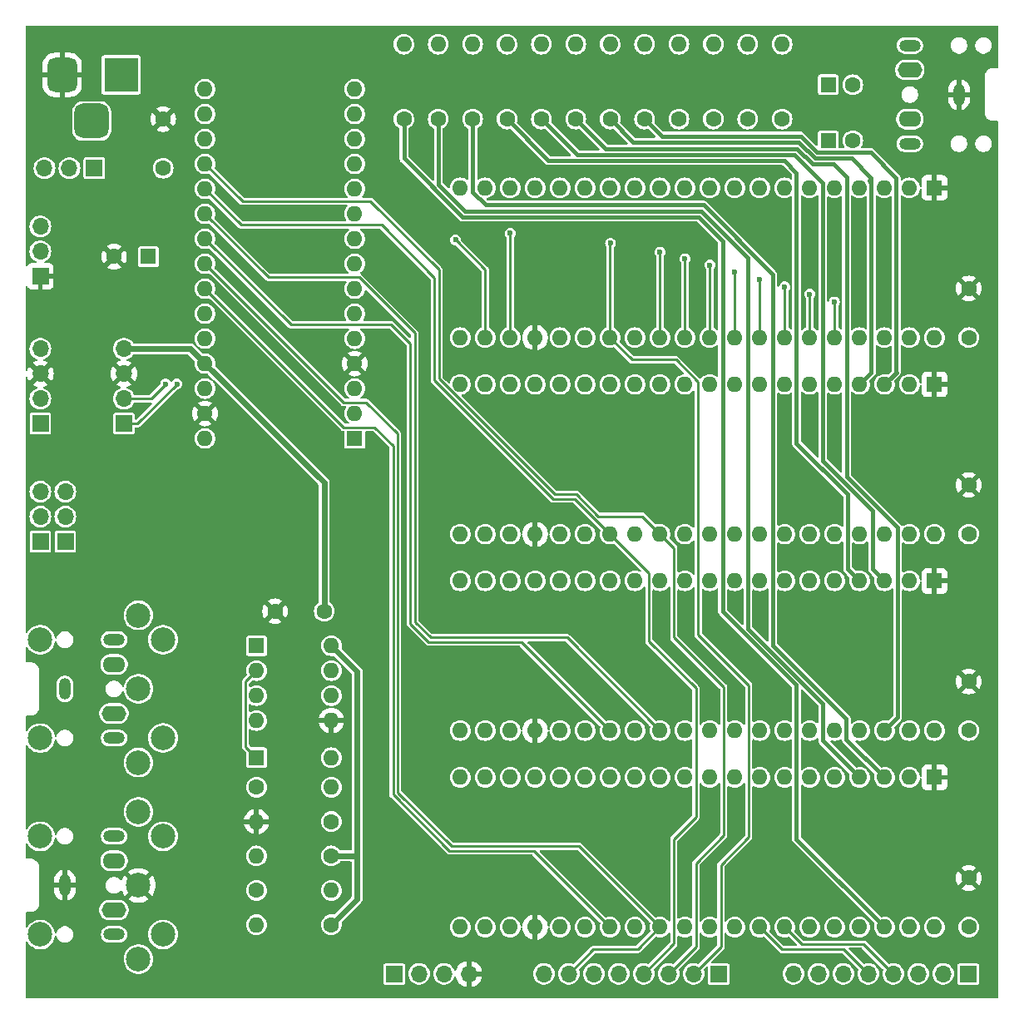
<source format=gbr>
%TF.GenerationSoftware,KiCad,Pcbnew,8.0.7*%
%TF.CreationDate,2025-07-29T19:22:15+01:00*%
%TF.ProjectId,AY-3-8910 Experimenter,41592d33-2d38-4393-9130-204578706572,rev?*%
%TF.SameCoordinates,Original*%
%TF.FileFunction,Copper,L2,Bot*%
%TF.FilePolarity,Positive*%
%FSLAX46Y46*%
G04 Gerber Fmt 4.6, Leading zero omitted, Abs format (unit mm)*
G04 Created by KiCad (PCBNEW 8.0.7) date 2025-07-29 19:22:15*
%MOMM*%
%LPD*%
G01*
G04 APERTURE LIST*
G04 Aperture macros list*
%AMRoundRect*
0 Rectangle with rounded corners*
0 $1 Rounding radius*
0 $2 $3 $4 $5 $6 $7 $8 $9 X,Y pos of 4 corners*
0 Add a 4 corners polygon primitive as box body*
4,1,4,$2,$3,$4,$5,$6,$7,$8,$9,$2,$3,0*
0 Add four circle primitives for the rounded corners*
1,1,$1+$1,$2,$3*
1,1,$1+$1,$4,$5*
1,1,$1+$1,$6,$7*
1,1,$1+$1,$8,$9*
0 Add four rect primitives between the rounded corners*
20,1,$1+$1,$2,$3,$4,$5,0*
20,1,$1+$1,$4,$5,$6,$7,0*
20,1,$1+$1,$6,$7,$8,$9,0*
20,1,$1+$1,$8,$9,$2,$3,0*%
G04 Aperture macros list end*
%TA.AperFunction,ComponentPad*%
%ADD10C,1.600000*%
%TD*%
%TA.AperFunction,ComponentPad*%
%ADD11O,1.600000X1.600000*%
%TD*%
%TA.AperFunction,ComponentPad*%
%ADD12R,1.600000X1.600000*%
%TD*%
%TA.AperFunction,WasherPad*%
%ADD13C,2.499360*%
%TD*%
%TA.AperFunction,ComponentPad*%
%ADD14C,2.499360*%
%TD*%
%TA.AperFunction,ComponentPad*%
%ADD15O,1.200000X2.200000*%
%TD*%
%TA.AperFunction,ComponentPad*%
%ADD16O,2.200000X1.200000*%
%TD*%
%TA.AperFunction,ComponentPad*%
%ADD17O,2.300000X1.600000*%
%TD*%
%TA.AperFunction,ComponentPad*%
%ADD18O,2.500000X1.600000*%
%TD*%
%TA.AperFunction,ComponentPad*%
%ADD19R,1.700000X1.700000*%
%TD*%
%TA.AperFunction,ComponentPad*%
%ADD20O,1.700000X1.700000*%
%TD*%
%TA.AperFunction,ComponentPad*%
%ADD21R,3.500000X3.500000*%
%TD*%
%TA.AperFunction,ComponentPad*%
%ADD22RoundRect,0.750000X-0.750000X-1.000000X0.750000X-1.000000X0.750000X1.000000X-0.750000X1.000000X0*%
%TD*%
%TA.AperFunction,ComponentPad*%
%ADD23RoundRect,0.875000X-0.875000X-0.875000X0.875000X-0.875000X0.875000X0.875000X-0.875000X0.875000X0*%
%TD*%
%TA.AperFunction,ViaPad*%
%ADD24C,0.600000*%
%TD*%
%TA.AperFunction,Conductor*%
%ADD25C,0.600000*%
%TD*%
%TA.AperFunction,Conductor*%
%ADD26C,0.250000*%
%TD*%
%TA.AperFunction,Conductor*%
%ADD27C,0.400000*%
%TD*%
G04 APERTURE END LIST*
D10*
%TO.P,C3,1*%
%TO.N,VCC*%
X64500000Y-65000000D03*
%TO.P,C3,2*%
%TO.N,GND*%
X64500000Y-60000000D03*
%TD*%
%TO.P,R6,1*%
%TO.N,/CHA_A*%
X120500000Y-60000000D03*
D11*
%TO.P,R6,2*%
%TO.N,/OUT_L*%
X120500000Y-52380000D03*
%TD*%
D12*
%TO.P,U3,1,Vss*%
%TO.N,GND*%
X143000000Y-107000000D03*
D11*
%TO.P,U3,2,N/C*%
%TO.N,unconnected-(U3-N{slash}C-Pad2)*%
X140460000Y-107000000D03*
%TO.P,U3,3,ch_B*%
%TO.N,/CHB_C*%
X137920000Y-107000000D03*
%TO.P,U3,4,ch_A*%
%TO.N,/CHA_C*%
X135380000Y-107000000D03*
%TO.P,U3,5,N/C*%
%TO.N,unconnected-(U3-N{slash}C-Pad5)*%
X132840000Y-107000000D03*
%TO.P,U3,6,IOB7*%
%TO.N,unconnected-(U3-IOB7-Pad6)*%
X130300000Y-107000000D03*
%TO.P,U3,7,IOB6*%
%TO.N,unconnected-(U3-IOB6-Pad7)*%
X127760000Y-107000000D03*
%TO.P,U3,8,IOB5*%
%TO.N,unconnected-(U3-IOB5-Pad8)*%
X125220000Y-107000000D03*
%TO.P,U3,9,IOB4*%
%TO.N,unconnected-(U3-IOB4-Pad9)*%
X122680000Y-107000000D03*
%TO.P,U3,10,IOB3*%
%TO.N,unconnected-(U3-IOB3-Pad10)*%
X120140000Y-107000000D03*
%TO.P,U3,11,IOB2*%
%TO.N,unconnected-(U3-IOB2-Pad11)*%
X117600000Y-107000000D03*
%TO.P,U3,12,IOB1*%
%TO.N,unconnected-(U3-IOB1-Pad12)*%
X115060000Y-107000000D03*
%TO.P,U3,13,IOB0*%
%TO.N,unconnected-(U3-IOB0-Pad13)*%
X112520000Y-107000000D03*
%TO.P,U3,14,IOA7*%
%TO.N,unconnected-(U3-IOA7-Pad14)*%
X109980000Y-107000000D03*
%TO.P,U3,15,IOA6*%
%TO.N,unconnected-(U3-IOA6-Pad15)*%
X107440000Y-107000000D03*
%TO.P,U3,16,IOA5*%
%TO.N,unconnected-(U3-IOA5-Pad16)*%
X104900000Y-107000000D03*
%TO.P,U3,17,IOA4*%
%TO.N,unconnected-(U3-IOA4-Pad17)*%
X102360000Y-107000000D03*
%TO.P,U3,18,IOA3*%
%TO.N,unconnected-(U3-IOA3-Pad18)*%
X99820000Y-107000000D03*
%TO.P,U3,19,IOA2*%
%TO.N,unconnected-(U3-IOA2-Pad19)*%
X97280000Y-107000000D03*
%TO.P,U3,20,IOA1*%
%TO.N,unconnected-(U3-IOA1-Pad20)*%
X94740000Y-107000000D03*
%TO.P,U3,21,IOA0*%
%TO.N,unconnected-(U3-IOA0-Pad21)*%
X94740000Y-122240000D03*
%TO.P,U3,22,CLOCK*%
%TO.N,/CLOCK*%
X97280000Y-122240000D03*
%TO.P,U3,23,~{RESET}*%
%TO.N,/{slash}RESET*%
X99820000Y-122240000D03*
%TO.P,U3,24,~{A9}*%
%TO.N,GND*%
X102360000Y-122240000D03*
%TO.P,U3,25,A8*%
%TO.N,+5V*%
X104900000Y-122240000D03*
%TO.P,U3,26,TEST2*%
%TO.N,unconnected-(U3-TEST2-Pad26)*%
X107440000Y-122240000D03*
%TO.P,U3,27,BDIR*%
%TO.N,/BDIR_C*%
X109980000Y-122240000D03*
%TO.P,U3,28,BC2*%
%TO.N,+5V*%
X112520000Y-122240000D03*
%TO.P,U3,29,BC1*%
%TO.N,/BC1_C*%
X115060000Y-122240000D03*
%TO.P,U3,30,D7*%
%TO.N,/D7*%
X117600000Y-122240000D03*
%TO.P,U3,31,D6*%
%TO.N,/D6*%
X120140000Y-122240000D03*
%TO.P,U3,32,D5*%
%TO.N,/D5*%
X122680000Y-122240000D03*
%TO.P,U3,33,D4*%
%TO.N,/D4*%
X125220000Y-122240000D03*
%TO.P,U3,34,D3*%
%TO.N,/D3*%
X127760000Y-122240000D03*
%TO.P,U3,35,D2*%
%TO.N,/D2*%
X130300000Y-122240000D03*
%TO.P,U3,36,D1*%
%TO.N,/D1*%
X132840000Y-122240000D03*
%TO.P,U3,37,D0*%
%TO.N,/D0*%
X135380000Y-122240000D03*
%TO.P,U3,38,ch_C*%
%TO.N,/CHC_C*%
X137920000Y-122240000D03*
%TO.P,U3,39,TEST1*%
%TO.N,unconnected-(U3-TEST1-Pad39)*%
X140460000Y-122240000D03*
%TO.P,U3,40,Vcc*%
%TO.N,+5V*%
X143000000Y-122240000D03*
%TD*%
D13*
%TO.P,OUT1,*%
%TO.N,*%
X51992560Y-132998740D03*
X51992560Y-143001260D03*
D14*
%TO.P,OUT1,1*%
%TO.N,unconnected-(OUT1-Pad1)*%
X61987460Y-145498080D03*
%TO.P,OUT1,2*%
%TO.N,GND*%
X61990000Y-138000000D03*
D15*
X54500260Y-138000000D03*
D14*
%TO.P,OUT1,3*%
%TO.N,unconnected-(OUT1-Pad3)*%
X61987460Y-130501920D03*
D16*
%TO.P,OUT1,4*%
%TO.N,Net-(OUT1-Pad4)*%
X59500260Y-133000000D03*
D14*
X64489360Y-142996180D03*
%TO.P,OUT1,5*%
%TO.N,Net-(OUT1-Pad5)*%
X64489360Y-133003820D03*
D16*
X59500260Y-143000000D03*
D17*
%TO.P,OUT1,RN*%
%TO.N,N/C*%
X59500260Y-135500000D03*
D18*
%TO.P,OUT1,TN*%
X59500260Y-140500000D03*
%TD*%
D10*
%TO.P,R12,1*%
%TO.N,/CHA_C*%
X99500000Y-60000000D03*
D11*
%TO.P,R12,2*%
%TO.N,/OUT_R*%
X99500000Y-52380000D03*
%TD*%
D10*
%TO.P,R9,1*%
%TO.N,/CHA_B*%
X110000000Y-60000000D03*
D11*
%TO.P,R9,2*%
%TO.N,/OUT_L*%
X110000000Y-52380000D03*
%TD*%
D10*
%TO.P,R7,1*%
%TO.N,/CHB_A*%
X124000000Y-60000000D03*
D11*
%TO.P,R7,2*%
%TO.N,/OUT_L*%
X124000000Y-52380000D03*
%TD*%
D19*
%TO.P,J4,1,Pin_1*%
%TO.N,/D0*%
X146420000Y-147000000D03*
D20*
%TO.P,J4,2,Pin_2*%
%TO.N,/D1*%
X143880000Y-147000000D03*
%TO.P,J4,3,Pin_3*%
%TO.N,/D2*%
X141340000Y-147000000D03*
%TO.P,J4,4,Pin_4*%
%TO.N,/D3*%
X138800000Y-147000000D03*
%TO.P,J4,5,Pin_5*%
%TO.N,/D4*%
X136260000Y-147000000D03*
%TO.P,J4,6,Pin_6*%
%TO.N,/D5*%
X133720000Y-147000000D03*
%TO.P,J4,7,Pin_7*%
%TO.N,/D6*%
X131180000Y-147000000D03*
%TO.P,J4,8,Pin_8*%
%TO.N,/D7*%
X128640000Y-147000000D03*
%TD*%
D10*
%TO.P,R3,1*%
%TO.N,Net-(OUT1-Pad5)*%
X74000000Y-138500000D03*
D11*
%TO.P,R3,2*%
%TO.N,Net-(J6-Pin_2)*%
X81620000Y-138500000D03*
%TD*%
D10*
%TO.P,R11,1*%
%TO.N,/CHC_B*%
X117000000Y-60000000D03*
D11*
%TO.P,R11,2*%
%TO.N,/OUT_L*%
X117000000Y-52380000D03*
%TD*%
D12*
%TO.P,C5,1*%
%TO.N,/OUT_R*%
X132200000Y-62200000D03*
D10*
%TO.P,C5,2*%
%TO.N,Net-(JP2-A)*%
X134700000Y-62200000D03*
%TD*%
%TO.P,R15,1*%
%TO.N,/CHA_D*%
X92500000Y-60000000D03*
D11*
%TO.P,R15,2*%
%TO.N,/OUT_R*%
X92500000Y-52380000D03*
%TD*%
D10*
%TO.P,C2,1*%
%TO.N,+5V*%
X80900000Y-110100000D03*
%TO.P,C2,2*%
%TO.N,GND*%
X75900000Y-110100000D03*
%TD*%
D12*
%TO.P,U5,1,D1/TX*%
%TO.N,/TX*%
X84000000Y-92500000D03*
D11*
%TO.P,U5,2,D0/RX*%
%TO.N,/RX*%
X84000000Y-89960000D03*
%TO.P,U5,3,~{RESET}*%
%TO.N,unconnected-(U5-~{RESET}-Pad3)*%
X84000000Y-87420000D03*
%TO.P,U5,4,GND*%
%TO.N,GND*%
X84000000Y-84880000D03*
%TO.P,U5,5,D2*%
%TO.N,/D0*%
X84000000Y-82340000D03*
%TO.P,U5,6,~D3*%
%TO.N,/D1*%
X84000000Y-79800000D03*
%TO.P,U5,7,D4*%
%TO.N,/D2*%
X84000000Y-77260000D03*
%TO.P,U5,8,~D5*%
%TO.N,/D3*%
X84000000Y-74720000D03*
%TO.P,U5,9,~D6*%
%TO.N,/D4*%
X84000000Y-72180000D03*
%TO.P,U5,10,D7*%
%TO.N,/D5*%
X84000000Y-69640000D03*
%TO.P,U5,11,D8*%
%TO.N,/D6*%
X84000000Y-67100000D03*
%TO.P,U5,12,~D9*%
%TO.N,/D7*%
X84000000Y-64560000D03*
%TO.P,U5,13,~D10*%
%TO.N,/CLOCK*%
X84000000Y-62020000D03*
%TO.P,U5,14,~D11*%
%TO.N,/BC1_A*%
X84000000Y-59480000D03*
%TO.P,U5,15,D12*%
%TO.N,/BDIR_A*%
X84000000Y-56940000D03*
%TO.P,U5,16,D13*%
%TO.N,/{slash}RESET*%
X68760000Y-56940000D03*
%TO.P,U5,17,3V3*%
%TO.N,unconnected-(U5-3V3-Pad17)*%
X68760000Y-59480000D03*
%TO.P,U5,18,AREF*%
%TO.N,unconnected-(U5-AREF-Pad18)*%
X68760000Y-62020000D03*
%TO.P,U5,19,A0/D14*%
%TO.N,/BC1_B*%
X68760000Y-64560000D03*
%TO.P,U5,20,A1/D15*%
%TO.N,/BDIR_B*%
X68760000Y-67100000D03*
%TO.P,U5,21,A2/D16*%
%TO.N,/BC1_C*%
X68760000Y-69640000D03*
%TO.P,U5,22,A3/D17*%
%TO.N,/BDIR_C*%
X68760000Y-72180000D03*
%TO.P,U5,23,A4/D18*%
%TO.N,/BC1_D*%
X68760000Y-74720000D03*
%TO.P,U5,24,A5/D19*%
%TO.N,/BDIR_D*%
X68760000Y-77260000D03*
%TO.P,U5,25,A6/D20*%
%TO.N,Net-(J10-Pin_2)*%
X68760000Y-79800000D03*
%TO.P,U5,26,A7/D21*%
%TO.N,Net-(J10-Pin_1)*%
X68760000Y-82340000D03*
%TO.P,U5,27,+5V*%
%TO.N,+5V*%
X68760000Y-84880000D03*
%TO.P,U5,28,~{RESET}*%
%TO.N,unconnected-(U5-~{RESET}-Pad28)*%
X68760000Y-87420000D03*
%TO.P,U5,29,GND*%
%TO.N,GND*%
X68760000Y-89960000D03*
%TO.P,U5,30,VIN*%
%TO.N,VCC*%
X68760000Y-92500000D03*
%TD*%
D10*
%TO.P,C7,1*%
%TO.N,+5V*%
X146500000Y-102240000D03*
%TO.P,C7,2*%
%TO.N,GND*%
X146500000Y-97240000D03*
%TD*%
D12*
%TO.P,D1,1,K*%
%TO.N,Net-(D1-K)*%
X74000000Y-125000000D03*
D11*
%TO.P,D1,2,A*%
%TO.N,Net-(D1-A)*%
X81620000Y-125000000D03*
%TD*%
D12*
%TO.P,U2,1,Vss*%
%TO.N,GND*%
X143000000Y-87000000D03*
D11*
%TO.P,U2,2,N/C*%
%TO.N,unconnected-(U2-N{slash}C-Pad2)*%
X140460000Y-87000000D03*
%TO.P,U2,3,ch_B*%
%TO.N,/CHB_B*%
X137920000Y-87000000D03*
%TO.P,U2,4,ch_A*%
%TO.N,/CHA_B*%
X135380000Y-87000000D03*
%TO.P,U2,5,N/C*%
%TO.N,unconnected-(U2-N{slash}C-Pad5)*%
X132840000Y-87000000D03*
%TO.P,U2,6,IOB7*%
%TO.N,unconnected-(U2-IOB7-Pad6)*%
X130300000Y-87000000D03*
%TO.P,U2,7,IOB6*%
%TO.N,unconnected-(U2-IOB6-Pad7)*%
X127760000Y-87000000D03*
%TO.P,U2,8,IOB5*%
%TO.N,unconnected-(U2-IOB5-Pad8)*%
X125220000Y-87000000D03*
%TO.P,U2,9,IOB4*%
%TO.N,unconnected-(U2-IOB4-Pad9)*%
X122680000Y-87000000D03*
%TO.P,U2,10,IOB3*%
%TO.N,unconnected-(U2-IOB3-Pad10)*%
X120140000Y-87000000D03*
%TO.P,U2,11,IOB2*%
%TO.N,unconnected-(U2-IOB2-Pad11)*%
X117600000Y-87000000D03*
%TO.P,U2,12,IOB1*%
%TO.N,unconnected-(U2-IOB1-Pad12)*%
X115060000Y-87000000D03*
%TO.P,U2,13,IOB0*%
%TO.N,unconnected-(U2-IOB0-Pad13)*%
X112520000Y-87000000D03*
%TO.P,U2,14,IOA7*%
%TO.N,unconnected-(U2-IOA7-Pad14)*%
X109980000Y-87000000D03*
%TO.P,U2,15,IOA6*%
%TO.N,unconnected-(U2-IOA6-Pad15)*%
X107440000Y-87000000D03*
%TO.P,U2,16,IOA5*%
%TO.N,unconnected-(U2-IOA5-Pad16)*%
X104900000Y-87000000D03*
%TO.P,U2,17,IOA4*%
%TO.N,unconnected-(U2-IOA4-Pad17)*%
X102360000Y-87000000D03*
%TO.P,U2,18,IOA3*%
%TO.N,unconnected-(U2-IOA3-Pad18)*%
X99820000Y-87000000D03*
%TO.P,U2,19,IOA2*%
%TO.N,unconnected-(U2-IOA2-Pad19)*%
X97280000Y-87000000D03*
%TO.P,U2,20,IOA1*%
%TO.N,unconnected-(U2-IOA1-Pad20)*%
X94740000Y-87000000D03*
%TO.P,U2,21,IOA0*%
%TO.N,unconnected-(U2-IOA0-Pad21)*%
X94740000Y-102240000D03*
%TO.P,U2,22,CLOCK*%
%TO.N,/CLOCK*%
X97280000Y-102240000D03*
%TO.P,U2,23,~{RESET}*%
%TO.N,/{slash}RESET*%
X99820000Y-102240000D03*
%TO.P,U2,24,~{A9}*%
%TO.N,GND*%
X102360000Y-102240000D03*
%TO.P,U2,25,A8*%
%TO.N,+5V*%
X104900000Y-102240000D03*
%TO.P,U2,26,TEST2*%
%TO.N,unconnected-(U2-TEST2-Pad26)*%
X107440000Y-102240000D03*
%TO.P,U2,27,BDIR*%
%TO.N,/BDIR_B*%
X109980000Y-102240000D03*
%TO.P,U2,28,BC2*%
%TO.N,+5V*%
X112520000Y-102240000D03*
%TO.P,U2,29,BC1*%
%TO.N,/BC1_B*%
X115060000Y-102240000D03*
%TO.P,U2,30,D7*%
%TO.N,/D7*%
X117600000Y-102240000D03*
%TO.P,U2,31,D6*%
%TO.N,/D6*%
X120140000Y-102240000D03*
%TO.P,U2,32,D5*%
%TO.N,/D5*%
X122680000Y-102240000D03*
%TO.P,U2,33,D4*%
%TO.N,/D4*%
X125220000Y-102240000D03*
%TO.P,U2,34,D3*%
%TO.N,/D3*%
X127760000Y-102240000D03*
%TO.P,U2,35,D2*%
%TO.N,/D2*%
X130300000Y-102240000D03*
%TO.P,U2,36,D1*%
%TO.N,/D1*%
X132840000Y-102240000D03*
%TO.P,U2,37,D0*%
%TO.N,/D0*%
X135380000Y-102240000D03*
%TO.P,U2,38,ch_C*%
%TO.N,/CHC_B*%
X137920000Y-102240000D03*
%TO.P,U2,39,TEST1*%
%TO.N,unconnected-(U2-TEST1-Pad39)*%
X140460000Y-102240000D03*
%TO.P,U2,40,Vcc*%
%TO.N,+5V*%
X143000000Y-102240000D03*
%TD*%
D10*
%TO.P,C6,1*%
%TO.N,+5V*%
X146500000Y-82240000D03*
%TO.P,C6,2*%
%TO.N,GND*%
X146500000Y-77240000D03*
%TD*%
%TO.P,R13,1*%
%TO.N,/CHB_C*%
X103000000Y-60000000D03*
D11*
%TO.P,R13,2*%
%TO.N,/OUT_R*%
X103000000Y-52380000D03*
%TD*%
D13*
%TO.P,IN1,*%
%TO.N,*%
X51992560Y-112998740D03*
X51992560Y-123001260D03*
D14*
%TO.P,IN1,1*%
%TO.N,unconnected-(IN1-Pad1)*%
X61987460Y-125498080D03*
%TO.P,IN1,2*%
%TO.N,unconnected-(IN1-Pad2)_1*%
X61990000Y-118000000D03*
D15*
%TO.N,unconnected-(IN1-Pad2)*%
X54500260Y-118000000D03*
D14*
%TO.P,IN1,3*%
%TO.N,unconnected-(IN1-Pad3)*%
X61987460Y-110501920D03*
D16*
%TO.P,IN1,4*%
%TO.N,Net-(IN1-Pad4)*%
X59500260Y-113000000D03*
D14*
X64489360Y-122996180D03*
%TO.P,IN1,5*%
%TO.N,Net-(D1-A)*%
X64489360Y-113003820D03*
D16*
X59500260Y-123000000D03*
D17*
%TO.P,IN1,RN*%
%TO.N,N/C*%
X59500260Y-115500000D03*
D18*
%TO.P,IN1,TN*%
X59500260Y-120500000D03*
%TD*%
D10*
%TO.P,R8,1*%
%TO.N,/CHC_A*%
X127500000Y-60000000D03*
D11*
%TO.P,R8,2*%
%TO.N,/OUT_L*%
X127500000Y-52380000D03*
%TD*%
D12*
%TO.P,C1,1*%
%TO.N,VCC*%
X63000000Y-74000000D03*
D10*
%TO.P,C1,2*%
%TO.N,GND*%
X59500000Y-74000000D03*
%TD*%
D19*
%TO.P,J1,1,Pin_1*%
%TO.N,GND*%
X52000000Y-76000000D03*
D20*
%TO.P,J1,2,Pin_2*%
%TO.N,+5V*%
X52000000Y-73460000D03*
%TO.P,J1,3,Pin_3*%
%TO.N,VCC*%
X52000000Y-70920000D03*
%TD*%
D10*
%TO.P,R2,1*%
%TO.N,Net-(IN1-Pad4)*%
X74000000Y-128000000D03*
D11*
%TO.P,R2,2*%
%TO.N,Net-(D1-K)*%
X81620000Y-128000000D03*
%TD*%
D10*
%TO.P,R16,1*%
%TO.N,/CHB_D*%
X96000000Y-60000000D03*
D11*
%TO.P,R16,2*%
%TO.N,/OUT_R*%
X96000000Y-52380000D03*
%TD*%
D19*
%TO.P,J6,1,Pin_1*%
%TO.N,unconnected-(J6-Pin_1-Pad1)*%
X54540000Y-103000000D03*
D20*
%TO.P,J6,2,Pin_2*%
%TO.N,Net-(J6-Pin_2)*%
X54540000Y-100460000D03*
%TO.P,J6,3,Pin_3*%
%TO.N,/TX*%
X54540000Y-97920000D03*
%TD*%
D12*
%TO.P,C4,1*%
%TO.N,/OUT_L*%
X132200000Y-56500000D03*
D10*
%TO.P,C4,2*%
%TO.N,Net-(JP2-B)*%
X134700000Y-56500000D03*
%TD*%
%TO.P,C8,1*%
%TO.N,+5V*%
X146500000Y-122240000D03*
%TO.P,C8,2*%
%TO.N,GND*%
X146500000Y-117240000D03*
%TD*%
%TO.P,R14,1*%
%TO.N,/CHC_C*%
X106500000Y-60000000D03*
D11*
%TO.P,R14,2*%
%TO.N,/OUT_R*%
X106500000Y-52380000D03*
%TD*%
D12*
%TO.P,U6,1,NC*%
%TO.N,unconnected-(U6-NC-Pad1)*%
X74000000Y-113600000D03*
D11*
%TO.P,U6,2,C1*%
%TO.N,Net-(D1-K)*%
X74000000Y-116140000D03*
%TO.P,U6,3,C2*%
%TO.N,Net-(D1-A)*%
X74000000Y-118680000D03*
%TO.P,U6,4,NC*%
%TO.N,unconnected-(U6-NC-Pad4)*%
X74000000Y-121220000D03*
%TO.P,U6,5,GND*%
%TO.N,GND*%
X81620000Y-121220000D03*
%TO.P,U6,6,VO2*%
%TO.N,Net-(J7-Pin_2)*%
X81620000Y-118680000D03*
%TO.P,U6,7,VO1*%
%TO.N,Net-(U6-VO1)*%
X81620000Y-116140000D03*
%TO.P,U6,8,VCC*%
%TO.N,+5V*%
X81620000Y-113600000D03*
%TD*%
D19*
%TO.P,J10,1,Pin_1*%
%TO.N,Net-(J10-Pin_1)*%
X60500000Y-91000000D03*
D20*
%TO.P,J10,2,Pin_2*%
%TO.N,Net-(J10-Pin_2)*%
X60500000Y-88460000D03*
%TO.P,J10,3,Pin_3*%
%TO.N,GND*%
X60500000Y-85920000D03*
%TO.P,J10,4,Pin_4*%
%TO.N,+5V*%
X60500000Y-83380000D03*
%TD*%
D19*
%TO.P,J8,1,Pin_1*%
%TO.N,/BC1_A*%
X121020000Y-147000000D03*
D20*
%TO.P,J8,2,Pin_2*%
%TO.N,/BDIR_A*%
X118480000Y-147000000D03*
%TO.P,J8,3,Pin_3*%
%TO.N,/BC1_B*%
X115940000Y-147000000D03*
%TO.P,J8,4,Pin_4*%
%TO.N,/BDIR_B*%
X113400000Y-147000000D03*
%TO.P,J8,5,Pin_5*%
%TO.N,/BC1_C*%
X110860000Y-147000000D03*
%TO.P,J8,6,Pin_6*%
%TO.N,/BDIR_C*%
X108320000Y-147000000D03*
%TO.P,J8,7,Pin_7*%
%TO.N,/BC1_D*%
X105780000Y-147000000D03*
%TO.P,J8,8,Pin_8*%
%TO.N,/BDIR_D*%
X103240000Y-147000000D03*
%TD*%
D10*
%TO.P,R17,1*%
%TO.N,/CHC_D*%
X89000000Y-60000000D03*
D11*
%TO.P,R17,2*%
%TO.N,/OUT_R*%
X89000000Y-52380000D03*
%TD*%
D21*
%TO.P,J5,1*%
%TO.N,Net-(SW1-A)*%
X60225000Y-55500000D03*
D22*
%TO.P,J5,2*%
%TO.N,GND*%
X54225000Y-55500000D03*
D23*
%TO.P,J5,3*%
%TO.N,unconnected-(J5-Pad3)*%
X57225000Y-60200000D03*
%TD*%
D10*
%TO.P,R5,1*%
%TO.N,+5V*%
X81620000Y-135000000D03*
D11*
%TO.P,R5,2*%
%TO.N,Net-(J7-Pin_2)*%
X74000000Y-135000000D03*
%TD*%
D19*
%TO.P,J2,1,Pin_1*%
%TO.N,/TX*%
X52000000Y-91000000D03*
D20*
%TO.P,J2,2,Pin_2*%
%TO.N,/RX*%
X52000000Y-88460000D03*
%TO.P,J2,3,Pin_3*%
%TO.N,GND*%
X52000000Y-85920000D03*
%TO.P,J2,4,Pin_4*%
%TO.N,+5V*%
X52000000Y-83380000D03*
%TD*%
D12*
%TO.P,U1,1,Vss*%
%TO.N,GND*%
X143000000Y-67000000D03*
D11*
%TO.P,U1,2,N/C*%
%TO.N,unconnected-(U1-N{slash}C-Pad2)*%
X140460000Y-67000000D03*
%TO.P,U1,3,ch_B*%
%TO.N,/CHB_A*%
X137920000Y-67000000D03*
%TO.P,U1,4,ch_A*%
%TO.N,/CHA_A*%
X135380000Y-67000000D03*
%TO.P,U1,5,N/C*%
%TO.N,unconnected-(U1-N{slash}C-Pad5)*%
X132840000Y-67000000D03*
%TO.P,U1,6,IOB7*%
%TO.N,unconnected-(U1-IOB7-Pad6)*%
X130300000Y-67000000D03*
%TO.P,U1,7,IOB6*%
%TO.N,unconnected-(U1-IOB6-Pad7)*%
X127760000Y-67000000D03*
%TO.P,U1,8,IOB5*%
%TO.N,unconnected-(U1-IOB5-Pad8)*%
X125220000Y-67000000D03*
%TO.P,U1,9,IOB4*%
%TO.N,unconnected-(U1-IOB4-Pad9)*%
X122680000Y-67000000D03*
%TO.P,U1,10,IOB3*%
%TO.N,unconnected-(U1-IOB3-Pad10)*%
X120140000Y-67000000D03*
%TO.P,U1,11,IOB2*%
%TO.N,unconnected-(U1-IOB2-Pad11)*%
X117600000Y-67000000D03*
%TO.P,U1,12,IOB1*%
%TO.N,unconnected-(U1-IOB1-Pad12)*%
X115060000Y-67000000D03*
%TO.P,U1,13,IOB0*%
%TO.N,unconnected-(U1-IOB0-Pad13)*%
X112520000Y-67000000D03*
%TO.P,U1,14,IOA7*%
%TO.N,unconnected-(U1-IOA7-Pad14)*%
X109980000Y-67000000D03*
%TO.P,U1,15,IOA6*%
%TO.N,unconnected-(U1-IOA6-Pad15)*%
X107440000Y-67000000D03*
%TO.P,U1,16,IOA5*%
%TO.N,unconnected-(U1-IOA5-Pad16)*%
X104900000Y-67000000D03*
%TO.P,U1,17,IOA4*%
%TO.N,unconnected-(U1-IOA4-Pad17)*%
X102360000Y-67000000D03*
%TO.P,U1,18,IOA3*%
%TO.N,unconnected-(U1-IOA3-Pad18)*%
X99820000Y-67000000D03*
%TO.P,U1,19,IOA2*%
%TO.N,unconnected-(U1-IOA2-Pad19)*%
X97280000Y-67000000D03*
%TO.P,U1,20,IOA1*%
%TO.N,unconnected-(U1-IOA1-Pad20)*%
X94740000Y-67000000D03*
%TO.P,U1,21,IOA0*%
%TO.N,unconnected-(U1-IOA0-Pad21)*%
X94740000Y-82240000D03*
%TO.P,U1,22,CLOCK*%
%TO.N,/CLOCK*%
X97280000Y-82240000D03*
%TO.P,U1,23,~{RESET}*%
%TO.N,/{slash}RESET*%
X99820000Y-82240000D03*
%TO.P,U1,24,~{A9}*%
%TO.N,GND*%
X102360000Y-82240000D03*
%TO.P,U1,25,A8*%
%TO.N,+5V*%
X104900000Y-82240000D03*
%TO.P,U1,26,TEST2*%
%TO.N,unconnected-(U1-TEST2-Pad26)*%
X107440000Y-82240000D03*
%TO.P,U1,27,BDIR*%
%TO.N,/BDIR_A*%
X109980000Y-82240000D03*
%TO.P,U1,28,BC2*%
%TO.N,+5V*%
X112520000Y-82240000D03*
%TO.P,U1,29,BC1*%
%TO.N,/BC1_A*%
X115060000Y-82240000D03*
%TO.P,U1,30,D7*%
%TO.N,/D7*%
X117600000Y-82240000D03*
%TO.P,U1,31,D6*%
%TO.N,/D6*%
X120140000Y-82240000D03*
%TO.P,U1,32,D5*%
%TO.N,/D5*%
X122680000Y-82240000D03*
%TO.P,U1,33,D4*%
%TO.N,/D4*%
X125220000Y-82240000D03*
%TO.P,U1,34,D3*%
%TO.N,/D3*%
X127760000Y-82240000D03*
%TO.P,U1,35,D2*%
%TO.N,/D2*%
X130300000Y-82240000D03*
%TO.P,U1,36,D1*%
%TO.N,/D1*%
X132840000Y-82240000D03*
%TO.P,U1,37,D0*%
%TO.N,/D0*%
X135380000Y-82240000D03*
%TO.P,U1,38,ch_C*%
%TO.N,/CHC_A*%
X137920000Y-82240000D03*
%TO.P,U1,39,TEST1*%
%TO.N,unconnected-(U1-TEST1-Pad39)*%
X140460000Y-82240000D03*
%TO.P,U1,40,Vcc*%
%TO.N,+5V*%
X143000000Y-82240000D03*
%TD*%
D16*
%TO.P,J3,R*%
%TO.N,Net-(JP2-A)*%
X140500000Y-62500000D03*
D17*
%TO.P,J3,RN*%
%TO.N,unconnected-(J3-PadRN)*%
X140500000Y-60000000D03*
D15*
%TO.P,J3,S*%
%TO.N,GND*%
X145500000Y-57500000D03*
D16*
%TO.P,J3,T*%
%TO.N,Net-(JP2-B)*%
X140500000Y-52500000D03*
D18*
%TO.P,J3,TN*%
%TO.N,unconnected-(J3-PadTN)*%
X140500000Y-55000000D03*
%TD*%
D19*
%TO.P,SW1,1,A*%
%TO.N,Net-(SW1-A)*%
X57500000Y-65000000D03*
D20*
%TO.P,SW1,2,B*%
%TO.N,VCC*%
X54960000Y-65000000D03*
%TO.P,SW1,3*%
%TO.N,N/C*%
X52420000Y-65000000D03*
%TD*%
D10*
%TO.P,C9,1*%
%TO.N,+5V*%
X146500000Y-142240000D03*
%TO.P,C9,2*%
%TO.N,GND*%
X146500000Y-137240000D03*
%TD*%
%TO.P,R10,1*%
%TO.N,/CHB_B*%
X113500000Y-60000000D03*
D11*
%TO.P,R10,2*%
%TO.N,/OUT_L*%
X113500000Y-52380000D03*
%TD*%
D12*
%TO.P,U4,1,Vss*%
%TO.N,GND*%
X143000000Y-127000000D03*
D11*
%TO.P,U4,2,N/C*%
%TO.N,unconnected-(U4-N{slash}C-Pad2)*%
X140460000Y-127000000D03*
%TO.P,U4,3,ch_B*%
%TO.N,/CHB_D*%
X137920000Y-127000000D03*
%TO.P,U4,4,ch_A*%
%TO.N,/CHA_D*%
X135380000Y-127000000D03*
%TO.P,U4,5,N/C*%
%TO.N,unconnected-(U4-N{slash}C-Pad5)*%
X132840000Y-127000000D03*
%TO.P,U4,6,IOB7*%
%TO.N,unconnected-(U4-IOB7-Pad6)*%
X130300000Y-127000000D03*
%TO.P,U4,7,IOB6*%
%TO.N,unconnected-(U4-IOB6-Pad7)*%
X127760000Y-127000000D03*
%TO.P,U4,8,IOB5*%
%TO.N,unconnected-(U4-IOB5-Pad8)*%
X125220000Y-127000000D03*
%TO.P,U4,9,IOB4*%
%TO.N,unconnected-(U4-IOB4-Pad9)*%
X122680000Y-127000000D03*
%TO.P,U4,10,IOB3*%
%TO.N,unconnected-(U4-IOB3-Pad10)*%
X120140000Y-127000000D03*
%TO.P,U4,11,IOB2*%
%TO.N,unconnected-(U4-IOB2-Pad11)*%
X117600000Y-127000000D03*
%TO.P,U4,12,IOB1*%
%TO.N,unconnected-(U4-IOB1-Pad12)*%
X115060000Y-127000000D03*
%TO.P,U4,13,IOB0*%
%TO.N,unconnected-(U4-IOB0-Pad13)*%
X112520000Y-127000000D03*
%TO.P,U4,14,IOA7*%
%TO.N,unconnected-(U4-IOA7-Pad14)*%
X109980000Y-127000000D03*
%TO.P,U4,15,IOA6*%
%TO.N,unconnected-(U4-IOA6-Pad15)*%
X107440000Y-127000000D03*
%TO.P,U4,16,IOA5*%
%TO.N,unconnected-(U4-IOA5-Pad16)*%
X104900000Y-127000000D03*
%TO.P,U4,17,IOA4*%
%TO.N,unconnected-(U4-IOA4-Pad17)*%
X102360000Y-127000000D03*
%TO.P,U4,18,IOA3*%
%TO.N,unconnected-(U4-IOA3-Pad18)*%
X99820000Y-127000000D03*
%TO.P,U4,19,IOA2*%
%TO.N,unconnected-(U4-IOA2-Pad19)*%
X97280000Y-127000000D03*
%TO.P,U4,20,IOA1*%
%TO.N,unconnected-(U4-IOA1-Pad20)*%
X94740000Y-127000000D03*
%TO.P,U4,21,IOA0*%
%TO.N,unconnected-(U4-IOA0-Pad21)*%
X94740000Y-142240000D03*
%TO.P,U4,22,CLOCK*%
%TO.N,/CLOCK*%
X97280000Y-142240000D03*
%TO.P,U4,23,~{RESET}*%
%TO.N,/{slash}RESET*%
X99820000Y-142240000D03*
%TO.P,U4,24,~{A9}*%
%TO.N,GND*%
X102360000Y-142240000D03*
%TO.P,U4,25,A8*%
%TO.N,+5V*%
X104900000Y-142240000D03*
%TO.P,U4,26,TEST2*%
%TO.N,unconnected-(U4-TEST2-Pad26)*%
X107440000Y-142240000D03*
%TO.P,U4,27,BDIR*%
%TO.N,/BDIR_D*%
X109980000Y-142240000D03*
%TO.P,U4,28,BC2*%
%TO.N,+5V*%
X112520000Y-142240000D03*
%TO.P,U4,29,BC1*%
%TO.N,/BC1_D*%
X115060000Y-142240000D03*
%TO.P,U4,30,D7*%
%TO.N,/D7*%
X117600000Y-142240000D03*
%TO.P,U4,31,D6*%
%TO.N,/D6*%
X120140000Y-142240000D03*
%TO.P,U4,32,D5*%
%TO.N,/D5*%
X122680000Y-142240000D03*
%TO.P,U4,33,D4*%
%TO.N,/D4*%
X125220000Y-142240000D03*
%TO.P,U4,34,D3*%
%TO.N,/D3*%
X127760000Y-142240000D03*
%TO.P,U4,35,D2*%
%TO.N,/D2*%
X130300000Y-142240000D03*
%TO.P,U4,36,D1*%
%TO.N,/D1*%
X132840000Y-142240000D03*
%TO.P,U4,37,D0*%
%TO.N,/D0*%
X135380000Y-142240000D03*
%TO.P,U4,38,ch_C*%
%TO.N,/CHC_D*%
X137920000Y-142240000D03*
%TO.P,U4,39,TEST1*%
%TO.N,unconnected-(U4-TEST1-Pad39)*%
X140460000Y-142240000D03*
%TO.P,U4,40,Vcc*%
%TO.N,+5V*%
X143000000Y-142240000D03*
%TD*%
D10*
%TO.P,R4,1*%
%TO.N,Net-(U6-VO1)*%
X81620000Y-131500000D03*
D11*
%TO.P,R4,2*%
%TO.N,GND*%
X74000000Y-131500000D03*
%TD*%
D19*
%TO.P,J7,1,Pin_1*%
%TO.N,unconnected-(J7-Pin_1-Pad1)*%
X52000000Y-103000000D03*
D20*
%TO.P,J7,2,Pin_2*%
%TO.N,Net-(J7-Pin_2)*%
X52000000Y-100460000D03*
%TO.P,J7,3,Pin_3*%
%TO.N,/RX*%
X52000000Y-97920000D03*
%TD*%
D10*
%TO.P,R1,1*%
%TO.N,+5V*%
X81620000Y-142000000D03*
D11*
%TO.P,R1,2*%
%TO.N,Net-(OUT1-Pad4)*%
X74000000Y-142000000D03*
%TD*%
D19*
%TO.P,J9,1,Pin_1*%
%TO.N,+5V*%
X88000000Y-147000000D03*
D20*
%TO.P,J9,2,Pin_2*%
%TO.N,/CLOCK*%
X90540000Y-147000000D03*
%TO.P,J9,3,Pin_3*%
%TO.N,/{slash}RESET*%
X93080000Y-147000000D03*
%TO.P,J9,4,Pin_4*%
%TO.N,GND*%
X95620000Y-147000000D03*
%TD*%
D24*
%TO.N,GND*%
X127800000Y-99275000D03*
X79200000Y-86600000D03*
X132350000Y-99275000D03*
X122900000Y-130425000D03*
X107525000Y-130425000D03*
X117525000Y-139250000D03*
X94225000Y-130375000D03*
X127725000Y-69125000D03*
X101000000Y-64900000D03*
X117675000Y-118950000D03*
X137675000Y-97875000D03*
X84875000Y-97425000D03*
X122675000Y-119100000D03*
X117425000Y-89325000D03*
X86800000Y-118775000D03*
X97400000Y-94375000D03*
X115975000Y-51150000D03*
X87825000Y-138925000D03*
X73450000Y-66425000D03*
X130350000Y-76100000D03*
X140175000Y-79625000D03*
X135175000Y-130375000D03*
X130125000Y-99100000D03*
X140900000Y-89675000D03*
X138775000Y-139400000D03*
X105150000Y-56325000D03*
X97275000Y-130425000D03*
X132750000Y-77150000D03*
X68850000Y-145400000D03*
X102050000Y-138850000D03*
X127800000Y-75525000D03*
X135000000Y-110025000D03*
X113175000Y-56450000D03*
X54475000Y-130200000D03*
X54075000Y-106475000D03*
X90600000Y-126800000D03*
X60400000Y-102600000D03*
X111050000Y-89500000D03*
X97100000Y-138975000D03*
X134600000Y-59300000D03*
X102100000Y-130525000D03*
X91300000Y-94550000D03*
X60350000Y-93000000D03*
X81800000Y-55950000D03*
X140875000Y-110075000D03*
X102375000Y-89500000D03*
X115075000Y-130300000D03*
X79350000Y-91350000D03*
X74600000Y-96950000D03*
X110925000Y-113975000D03*
X140850000Y-97725000D03*
X111025000Y-71000000D03*
X65750000Y-80875000D03*
X120025000Y-139200000D03*
X132900000Y-117850000D03*
X132850000Y-89825000D03*
X111475000Y-130475000D03*
X122700000Y-110125000D03*
X104425000Y-135275000D03*
X93150000Y-56375000D03*
X110975000Y-98375000D03*
X135350000Y-79625000D03*
X107325000Y-137300000D03*
X130075000Y-54900000D03*
X104375000Y-114300000D03*
X97375000Y-118725000D03*
X137725000Y-109975000D03*
X74575000Y-93250000D03*
X111025000Y-65375000D03*
X121850000Y-68675000D03*
X108350000Y-51300000D03*
X132575000Y-109925000D03*
X127675000Y-109875000D03*
X126725000Y-56025000D03*
X132725000Y-130375000D03*
X72850000Y-53325000D03*
X125225000Y-109900000D03*
X140875000Y-117700000D03*
X130100000Y-119675000D03*
X79350000Y-69500000D03*
X126175000Y-65325000D03*
X115200000Y-110025000D03*
X140525000Y-69375000D03*
X94325000Y-51225000D03*
X81800000Y-53250000D03*
X79350000Y-73275000D03*
X122600000Y-51225000D03*
X135525000Y-89625000D03*
X125175000Y-119050000D03*
X124950000Y-139325000D03*
X109300000Y-118950000D03*
X87000000Y-51350000D03*
X89875000Y-114225000D03*
X117250000Y-98275000D03*
X60400000Y-97275000D03*
X130300000Y-130425000D03*
X127700000Y-89500000D03*
X129900000Y-109875000D03*
X132775000Y-69225000D03*
X97450000Y-89325000D03*
X72125000Y-84175000D03*
X130125000Y-139475000D03*
X72825000Y-56100000D03*
X91700000Y-110175000D03*
X54875000Y-120700000D03*
X68875000Y-138600000D03*
X115075000Y-139250000D03*
X118175000Y-71100000D03*
X101375000Y-51250000D03*
X117550000Y-110075000D03*
X120075000Y-119000000D03*
X125175000Y-130475000D03*
X119850000Y-110075000D03*
X135400000Y-117850000D03*
X79225000Y-66325000D03*
X137775000Y-69325000D03*
X137700000Y-59600000D03*
X137900000Y-79625000D03*
X132725000Y-139475000D03*
X57800000Y-81025000D03*
X130275000Y-69175000D03*
X127550000Y-118950000D03*
X130675000Y-59250000D03*
X69125000Y-130325000D03*
X120025000Y-130375000D03*
X73525000Y-102650000D03*
X79300000Y-78275000D03*
X120200000Y-56100000D03*
X111700000Y-136700000D03*
X79225000Y-82775000D03*
X56250000Y-85075000D03*
X135100000Y-136825000D03*
X69125000Y-120900000D03*
X94250000Y-118775000D03*
X127400000Y-130425000D03*
X102275000Y-99500000D03*
X137550000Y-117750000D03*
X78150000Y-113200000D03*
X103750000Y-71100000D03*
X138775000Y-130225000D03*
X117525000Y-130325000D03*
X127675000Y-139425000D03*
X137775000Y-54675000D03*
X114400000Y-118875000D03*
X135300000Y-69225000D03*
X122525000Y-139250000D03*
X102300000Y-118725000D03*
X137850000Y-89450000D03*
X130025000Y-89725000D03*
X94050000Y-138800000D03*
X90800000Y-80575000D03*
%TO.N,/D5*%
X122675000Y-75600000D03*
%TO.N,/D1*%
X132825000Y-78625000D03*
%TO.N,/D2*%
X130300000Y-77825000D03*
%TO.N,/D7*%
X117600000Y-74200000D03*
%TO.N,/D4*%
X125225000Y-76300000D03*
%TO.N,/D3*%
X127750000Y-77075000D03*
%TO.N,/D6*%
X120150000Y-74850000D03*
%TO.N,/BC1_A*%
X115060000Y-73525000D03*
%TO.N,/BDIR_A*%
X110025000Y-72625000D03*
%TO.N,/{slash}RESET*%
X99825000Y-71625000D03*
%TO.N,/CLOCK*%
X94250000Y-72300000D03*
%TO.N,Net-(J10-Pin_2)*%
X64750000Y-86975000D03*
%TO.N,Net-(J10-Pin_1)*%
X65895000Y-86975000D03*
%TD*%
D25*
%TO.N,+5V*%
X81620000Y-135000000D02*
X84125000Y-135000000D01*
X84225000Y-116205000D02*
X84225000Y-135100000D01*
X67260000Y-83380000D02*
X60500000Y-83380000D01*
X81620000Y-113600000D02*
X84225000Y-116205000D01*
X80900000Y-98625000D02*
X80900000Y-110100000D01*
X84225000Y-135100000D02*
X84225000Y-139395000D01*
X84125000Y-135000000D02*
X84225000Y-135100000D01*
X84225000Y-139395000D02*
X81620000Y-142000000D01*
X67260000Y-83380000D02*
X68760000Y-84880000D01*
X68760000Y-84880000D02*
X80900000Y-97020000D01*
X80900000Y-97020000D02*
X80900000Y-98625000D01*
D26*
%TO.N,Net-(D1-K)*%
X74000000Y-116140000D02*
X72875000Y-117265000D01*
X72875000Y-117265000D02*
X72875000Y-123875000D01*
X72875000Y-123875000D02*
X74000000Y-125000000D01*
%TO.N,/D5*%
X122675000Y-75600000D02*
X122680000Y-75605000D01*
X122680000Y-75605000D02*
X122680000Y-82240000D01*
%TO.N,/D1*%
X132840000Y-78640000D02*
X132840000Y-82240000D01*
X132825000Y-78625000D02*
X132840000Y-78640000D01*
%TO.N,/D2*%
X130300000Y-77825000D02*
X130300000Y-82240000D01*
%TO.N,/D7*%
X117600000Y-74200000D02*
X117600000Y-82240000D01*
%TO.N,/D4*%
X125220000Y-142240000D02*
X127480000Y-144500000D01*
X125220000Y-76305000D02*
X125220000Y-82240000D01*
X125225000Y-76300000D02*
X125220000Y-76305000D01*
X127480000Y-144500000D02*
X133760000Y-144500000D01*
X133760000Y-144500000D02*
X136260000Y-147000000D01*
%TO.N,/D3*%
X129495000Y-143975000D02*
X135775000Y-143975000D01*
X127760000Y-77085000D02*
X127760000Y-82240000D01*
X127750000Y-77075000D02*
X127760000Y-77085000D01*
X127760000Y-142240000D02*
X129495000Y-143975000D01*
X135775000Y-143975000D02*
X138800000Y-147000000D01*
%TO.N,/D6*%
X120150000Y-74850000D02*
X120150000Y-74950000D01*
X120150000Y-74950000D02*
X120140000Y-74960000D01*
X120140000Y-74960000D02*
X120140000Y-82240000D01*
%TO.N,/BDIR_D*%
X87900000Y-128725000D02*
X93650000Y-134475000D01*
X82875000Y-91375000D02*
X86025000Y-91375000D01*
X102215000Y-134475000D02*
X109980000Y-142240000D01*
X87900000Y-93250000D02*
X87900000Y-128725000D01*
X86025000Y-91375000D02*
X87900000Y-93250000D01*
X93650000Y-134475000D02*
X102215000Y-134475000D01*
X68760000Y-77260000D02*
X82875000Y-91375000D01*
%TO.N,/BDIR_C*%
X68760000Y-72180000D02*
X77505000Y-80925000D01*
X77505000Y-80925000D02*
X87712004Y-80925000D01*
X91525000Y-113225000D02*
X100965000Y-113225000D01*
X89662004Y-111362004D02*
X91525000Y-113225000D01*
X89662004Y-82875000D02*
X89662004Y-111362004D01*
X100965000Y-113225000D02*
X109980000Y-122240000D01*
X87712004Y-80925000D02*
X89662004Y-82875000D01*
%TO.N,/BC1_A*%
X115060000Y-73525000D02*
X115060000Y-82240000D01*
%TO.N,/BC1_D*%
X93836396Y-134025000D02*
X106845000Y-134025000D01*
X106845000Y-134025000D02*
X115060000Y-142240000D01*
X108280000Y-144500000D02*
X105780000Y-147000000D01*
X85160000Y-88835000D02*
X88350000Y-92025000D01*
X82875000Y-88835000D02*
X85160000Y-88835000D01*
X112800000Y-144500000D02*
X108280000Y-144500000D01*
X88350000Y-92025000D02*
X88350000Y-128538604D01*
X115060000Y-142240000D02*
X112800000Y-144500000D01*
X68760000Y-74720000D02*
X82875000Y-88835000D01*
X88350000Y-128538604D02*
X93836396Y-134025000D01*
%TO.N,/BC1_C*%
X105595000Y-112775000D02*
X91711396Y-112775000D01*
X68760000Y-69640000D02*
X75220000Y-76100000D01*
X115060000Y-122240000D02*
X105595000Y-112775000D01*
X90112004Y-81781013D02*
X90112004Y-82200000D01*
X90112004Y-111175608D02*
X90112004Y-82067004D01*
X75220000Y-76100000D02*
X84430991Y-76100000D01*
X91711396Y-112775000D02*
X90112004Y-111175608D01*
X84430991Y-76100000D02*
X90112004Y-81781013D01*
%TO.N,/BDIR_A*%
X121265000Y-135910000D02*
X121265000Y-144215000D01*
X118950000Y-112475000D02*
X124095000Y-117620000D01*
X121265000Y-144215000D02*
X118480000Y-147000000D01*
X124095000Y-133080000D02*
X121265000Y-135910000D01*
X112240000Y-84500000D02*
X116690991Y-84500000D01*
X109980000Y-82240000D02*
X112240000Y-84500000D01*
X118950000Y-86759009D02*
X118950000Y-112475000D01*
X124095000Y-117620000D02*
X124095000Y-133080000D01*
X116690991Y-84500000D02*
X118950000Y-86759009D01*
X109980000Y-72670000D02*
X109980000Y-82240000D01*
X110025000Y-72625000D02*
X109980000Y-72670000D01*
%TO.N,/BDIR_B*%
X116475000Y-133275000D02*
X116475000Y-143925000D01*
X118725000Y-131025000D02*
X116475000Y-133275000D01*
X104162613Y-98650000D02*
X106390000Y-98650000D01*
X92656307Y-87143693D02*
X98631307Y-93118693D01*
X72425000Y-70765000D02*
X86715000Y-70765000D01*
X109980000Y-102240000D02*
X113935000Y-106195000D01*
X92112004Y-76162004D02*
X92112004Y-80400000D01*
X86715000Y-70765000D02*
X92112004Y-76162004D01*
X118725000Y-117925000D02*
X118725000Y-131025000D01*
X116475000Y-143925000D02*
X113400000Y-147000000D01*
X113935000Y-113135000D02*
X118725000Y-117925000D01*
X92112004Y-86599392D02*
X92656307Y-87143693D01*
X68760000Y-67100000D02*
X72425000Y-70765000D01*
X98631307Y-93118693D02*
X98862613Y-93350000D01*
X92112004Y-78737004D02*
X92112004Y-86599392D01*
X106390000Y-98650000D02*
X109980000Y-102240000D01*
X98862613Y-93350000D02*
X104162613Y-98650000D01*
X113935000Y-106195000D02*
X113935000Y-113135000D01*
%TO.N,/BC1_B*%
X72575000Y-68375000D02*
X85600000Y-68375000D01*
X68760000Y-64560000D02*
X72575000Y-68375000D01*
X108801396Y-100425000D02*
X113245000Y-100425000D01*
X92562004Y-86412996D02*
X98774504Y-92625496D01*
X118725000Y-144215000D02*
X118725000Y-135725000D01*
X116475000Y-112750000D02*
X116475000Y-103655000D01*
X118725000Y-135725000D02*
X121555000Y-132895000D01*
X116475000Y-103655000D02*
X115060000Y-102240000D01*
X98800496Y-92625496D02*
X104375000Y-98200000D01*
X92562004Y-75337004D02*
X92562004Y-86412996D01*
X113245000Y-100425000D02*
X115060000Y-102240000D01*
X121555000Y-117830000D02*
X116475000Y-112750000D01*
X104375000Y-98200000D02*
X106576396Y-98200000D01*
X85600000Y-68375000D02*
X92562004Y-75337004D01*
X106576396Y-98200000D02*
X108801396Y-100425000D01*
X115940000Y-147000000D02*
X118725000Y-144215000D01*
X98774504Y-92625496D02*
X98800496Y-92625496D01*
X121555000Y-132895000D02*
X121555000Y-117830000D01*
%TO.N,/{slash}RESET*%
X99820000Y-71880000D02*
X99820000Y-82240000D01*
%TO.N,/CLOCK*%
X97280000Y-82240000D02*
X97280000Y-75330000D01*
X97280000Y-75330000D02*
X94250000Y-72300000D01*
D27*
%TO.N,/CHA_B*%
X136338529Y-66261471D02*
X136580000Y-66502943D01*
X136580000Y-67750000D02*
X136580000Y-85800000D01*
X136580000Y-65980000D02*
X134600000Y-64000000D01*
X136580000Y-66502943D02*
X136580000Y-67750000D01*
X134600000Y-64000000D02*
X130826472Y-64000000D01*
X136580000Y-67750000D02*
X136580000Y-65980000D01*
X112350000Y-62350000D02*
X110000000Y-60000000D01*
X136580000Y-85800000D02*
X135380000Y-87000000D01*
X130826472Y-64000000D02*
X129176472Y-62350000D01*
X129176472Y-62350000D02*
X112350000Y-62350000D01*
%TO.N,/CHB_B*%
X139120000Y-66020000D02*
X139120000Y-85800000D01*
X131075000Y-63400000D02*
X136500000Y-63400000D01*
X129425000Y-61750000D02*
X115250000Y-61750000D01*
X131075000Y-63400000D02*
X129425000Y-61750000D01*
X139120000Y-85800000D02*
X137920000Y-87000000D01*
X115250000Y-61750000D02*
X113500000Y-60000000D01*
X136500000Y-63400000D02*
X139120000Y-66020000D01*
X139125000Y-85795000D02*
X137920000Y-87000000D01*
%TO.N,/CHA_C*%
X127725000Y-64225000D02*
X128960000Y-65460000D01*
X128960000Y-92972056D02*
X134180000Y-98192056D01*
X123775000Y-64225000D02*
X127725000Y-64225000D01*
X134180000Y-105800000D02*
X135380000Y-107000000D01*
X123775000Y-64225000D02*
X103725000Y-64225000D01*
X134180000Y-98192056D02*
X134180000Y-105800000D01*
X128960000Y-65460000D02*
X128960000Y-92972056D01*
X103725000Y-64225000D02*
X99500000Y-60000000D01*
%TO.N,/CHB_C*%
X106625000Y-63625000D02*
X128754416Y-63625000D01*
X128754416Y-63625000D02*
X131640000Y-66510584D01*
X131640000Y-66510584D02*
X131640000Y-94803528D01*
X103000000Y-60000000D02*
X106625000Y-63625000D01*
X136720000Y-99883528D02*
X136720000Y-105800000D01*
X131640000Y-94803528D02*
X136720000Y-99883528D01*
X136720000Y-105800000D02*
X137920000Y-107000000D01*
%TO.N,/CHC_C*%
X106500000Y-60000000D02*
X109525000Y-63025000D01*
X130577944Y-64600000D02*
X132700000Y-64600000D01*
X129002944Y-63025000D02*
X130577944Y-64600000D01*
X134050000Y-65950000D02*
X134050000Y-96365000D01*
X139260000Y-101575000D02*
X139260000Y-120900000D01*
X139260000Y-120900000D02*
X137920000Y-122240000D01*
X134050000Y-96365000D02*
X139260000Y-101575000D01*
X109525000Y-63025000D02*
X129002944Y-63025000D01*
X132700000Y-64600000D02*
X134050000Y-65950000D01*
%TO.N,/CHA_D*%
X124020000Y-111868529D02*
X131640000Y-119488529D01*
X92500000Y-66650000D02*
X95225000Y-69375000D01*
X119273528Y-69375000D02*
X124020000Y-74121472D01*
X92500000Y-60000000D02*
X92500000Y-66650000D01*
X124020000Y-74121472D02*
X124020000Y-111868529D01*
X95225000Y-69375000D02*
X119273528Y-69375000D01*
X131640000Y-123260000D02*
X135380000Y-127000000D01*
X131640000Y-119488529D02*
X131640000Y-123260000D01*
%TO.N,/CHB_D*%
X134040000Y-123120000D02*
X137920000Y-127000000D01*
X126560000Y-75812944D02*
X126560000Y-113560001D01*
X119497056Y-68750000D02*
X126560000Y-75812944D01*
X96000000Y-67417057D02*
X97332943Y-68750000D01*
X97332943Y-68750000D02*
X119497056Y-68750000D01*
X96000000Y-60000000D02*
X96000000Y-67417057D01*
X126560000Y-113560001D02*
X134040000Y-121040001D01*
X134040000Y-121040001D02*
X134040000Y-123120000D01*
%TO.N,/CHC_D*%
X121450000Y-110147057D02*
X128901472Y-117598528D01*
X89000000Y-63998528D02*
X94976472Y-69975000D01*
X94976472Y-69975000D02*
X119025000Y-69975000D01*
X121450000Y-72400000D02*
X121450000Y-110147057D01*
X128960000Y-117657056D02*
X128960000Y-133280000D01*
X119025000Y-69975000D02*
X121450000Y-72400000D01*
X128901472Y-117598528D02*
X128960000Y-117657056D01*
X89000000Y-60000000D02*
X89000000Y-63998528D01*
X128960000Y-133280000D02*
X137920000Y-142240000D01*
D26*
%TO.N,Net-(J10-Pin_2)*%
X63265000Y-88460000D02*
X60500000Y-88460000D01*
X64750000Y-86975000D02*
X63265000Y-88460000D01*
%TO.N,Net-(J10-Pin_1)*%
X61870000Y-91000000D02*
X60500000Y-91000000D01*
X65895000Y-86975000D02*
X61870000Y-91000000D01*
%TD*%
%TA.AperFunction,Conductor*%
%TO.N,GND*%
G36*
X123656582Y-127573774D02*
G01*
X123703879Y-127612589D01*
X123719500Y-127665964D01*
X123719500Y-132883455D01*
X123700593Y-132941646D01*
X123690504Y-132953459D01*
X121034438Y-135609525D01*
X121034437Y-135609524D01*
X120964524Y-135679438D01*
X120915091Y-135765057D01*
X120889500Y-135860566D01*
X120889500Y-141286808D01*
X120870593Y-141344999D01*
X120821093Y-141380963D01*
X120759907Y-141380963D01*
X120730569Y-141364910D01*
X120730497Y-141365019D01*
X120729268Y-141364198D01*
X120727700Y-141363340D01*
X120726455Y-141362319D01*
X120726452Y-141362316D01*
X120543954Y-141264768D01*
X120345934Y-141204699D01*
X120345929Y-141204698D01*
X120140003Y-141184417D01*
X120139997Y-141184417D01*
X119934070Y-141204698D01*
X119934065Y-141204699D01*
X119736045Y-141264768D01*
X119553547Y-141362316D01*
X119393595Y-141493585D01*
X119393585Y-141493595D01*
X119276028Y-141636840D01*
X119224497Y-141669827D01*
X119163417Y-141666225D01*
X119116121Y-141627410D01*
X119100500Y-141574035D01*
X119100500Y-135921545D01*
X119119407Y-135863354D01*
X119129496Y-135851541D01*
X121855474Y-133125563D01*
X121857305Y-133122393D01*
X121888780Y-133067876D01*
X121904908Y-133039942D01*
X121904908Y-133039940D01*
X121904910Y-133039938D01*
X121930500Y-132944435D01*
X121930500Y-127953191D01*
X121949407Y-127895000D01*
X121998907Y-127859036D01*
X122060093Y-127859036D01*
X122089429Y-127875090D01*
X122089503Y-127874981D01*
X122090742Y-127875809D01*
X122092308Y-127876666D01*
X122093550Y-127877685D01*
X122276046Y-127975232D01*
X122413997Y-128017078D01*
X122474065Y-128035300D01*
X122474070Y-128035301D01*
X122679997Y-128055583D01*
X122680000Y-128055583D01*
X122680003Y-128055583D01*
X122885929Y-128035301D01*
X122885934Y-128035300D01*
X123083954Y-127975232D01*
X123266450Y-127877685D01*
X123426410Y-127746410D01*
X123543972Y-127603158D01*
X123595503Y-127570172D01*
X123656582Y-127573774D01*
G37*
%TD.AperFunction*%
%TA.AperFunction,Conductor*%
G36*
X121116582Y-127573774D02*
G01*
X121163879Y-127612589D01*
X121179500Y-127665964D01*
X121179500Y-132698455D01*
X121160593Y-132756646D01*
X121150504Y-132768459D01*
X118494438Y-135424525D01*
X118494437Y-135424524D01*
X118424524Y-135494438D01*
X118375091Y-135580057D01*
X118349500Y-135675566D01*
X118349500Y-141286808D01*
X118330593Y-141344999D01*
X118281093Y-141380963D01*
X118219907Y-141380963D01*
X118190569Y-141364910D01*
X118190497Y-141365019D01*
X118189268Y-141364198D01*
X118187700Y-141363340D01*
X118186455Y-141362319D01*
X118186452Y-141362316D01*
X118003954Y-141264768D01*
X117805934Y-141204699D01*
X117805929Y-141204698D01*
X117600003Y-141184417D01*
X117599997Y-141184417D01*
X117394070Y-141204698D01*
X117394065Y-141204699D01*
X117196045Y-141264768D01*
X117013547Y-141362316D01*
X117013544Y-141362319D01*
X117012300Y-141363340D01*
X117011614Y-141363608D01*
X117009503Y-141365019D01*
X117009193Y-141364555D01*
X116955322Y-141385637D01*
X116896120Y-141370184D01*
X116857308Y-141322885D01*
X116850500Y-141286808D01*
X116850500Y-133471544D01*
X116869407Y-133413353D01*
X116879490Y-133401546D01*
X119025475Y-131255562D01*
X119046946Y-131218374D01*
X119074909Y-131169941D01*
X119074909Y-131169939D01*
X119074911Y-131169937D01*
X119100500Y-131074436D01*
X119100500Y-130975564D01*
X119100500Y-127665964D01*
X119119407Y-127607773D01*
X119168907Y-127571809D01*
X119230093Y-127571809D01*
X119276027Y-127603158D01*
X119393590Y-127746410D01*
X119393595Y-127746414D01*
X119553547Y-127877683D01*
X119553548Y-127877683D01*
X119553550Y-127877685D01*
X119736046Y-127975232D01*
X119873997Y-128017078D01*
X119934065Y-128035300D01*
X119934070Y-128035301D01*
X120139997Y-128055583D01*
X120140000Y-128055583D01*
X120140003Y-128055583D01*
X120345929Y-128035301D01*
X120345934Y-128035300D01*
X120543954Y-127975232D01*
X120726450Y-127877685D01*
X120886410Y-127746410D01*
X121003972Y-127603158D01*
X121055503Y-127570172D01*
X121116582Y-127573774D01*
G37*
%TD.AperFunction*%
%TA.AperFunction,Conductor*%
G36*
X116036582Y-107573774D02*
G01*
X116083879Y-107612589D01*
X116099500Y-107665964D01*
X116099500Y-112799435D01*
X116125090Y-112894938D01*
X116171025Y-112974499D01*
X116174526Y-112980563D01*
X121150505Y-117956542D01*
X121178281Y-118011057D01*
X121179500Y-118026544D01*
X121179500Y-121574035D01*
X121160593Y-121632226D01*
X121111093Y-121668190D01*
X121049907Y-121668190D01*
X121003972Y-121636840D01*
X120886414Y-121493595D01*
X120886410Y-121493590D01*
X120857667Y-121470001D01*
X120726452Y-121362316D01*
X120543954Y-121264768D01*
X120345934Y-121204699D01*
X120345929Y-121204698D01*
X120140003Y-121184417D01*
X120139997Y-121184417D01*
X119934070Y-121204698D01*
X119934065Y-121204699D01*
X119736045Y-121264768D01*
X119553547Y-121362316D01*
X119393595Y-121493585D01*
X119393585Y-121493595D01*
X119276028Y-121636840D01*
X119224497Y-121669827D01*
X119163417Y-121666225D01*
X119116121Y-121627410D01*
X119100500Y-121574035D01*
X119100500Y-117875566D01*
X119098789Y-117869180D01*
X119074910Y-117780062D01*
X119074908Y-117780059D01*
X119074908Y-117780057D01*
X119025475Y-117694438D01*
X118955562Y-117624524D01*
X118955562Y-117624525D01*
X114339496Y-113008459D01*
X114311719Y-112953942D01*
X114310500Y-112938455D01*
X114310500Y-107953191D01*
X114329407Y-107895000D01*
X114378907Y-107859036D01*
X114440093Y-107859036D01*
X114469429Y-107875090D01*
X114469503Y-107874981D01*
X114470742Y-107875809D01*
X114472308Y-107876666D01*
X114473550Y-107877685D01*
X114656046Y-107975232D01*
X114793997Y-108017078D01*
X114854065Y-108035300D01*
X114854070Y-108035301D01*
X115059997Y-108055583D01*
X115060000Y-108055583D01*
X115060003Y-108055583D01*
X115265929Y-108035301D01*
X115265934Y-108035300D01*
X115463954Y-107975232D01*
X115646450Y-107877685D01*
X115806410Y-107746410D01*
X115923972Y-107603158D01*
X115975503Y-107570172D01*
X116036582Y-107573774D01*
G37*
%TD.AperFunction*%
%TA.AperFunction,Conductor*%
G36*
X118511582Y-107652976D02*
G01*
X118558879Y-107691792D01*
X118574500Y-107745167D01*
X118574500Y-112524438D01*
X118585288Y-112564698D01*
X118585288Y-112564699D01*
X118600089Y-112619937D01*
X118620177Y-112654730D01*
X118647619Y-112702260D01*
X118649526Y-112705563D01*
X123690505Y-117746542D01*
X123718281Y-117801057D01*
X123719500Y-117816544D01*
X123719500Y-121574035D01*
X123700593Y-121632226D01*
X123651093Y-121668190D01*
X123589907Y-121668190D01*
X123543972Y-121636840D01*
X123426414Y-121493595D01*
X123426410Y-121493590D01*
X123397667Y-121470001D01*
X123266452Y-121362316D01*
X123083954Y-121264768D01*
X122885934Y-121204699D01*
X122885929Y-121204698D01*
X122680003Y-121184417D01*
X122679997Y-121184417D01*
X122474070Y-121204698D01*
X122474065Y-121204699D01*
X122276045Y-121264768D01*
X122093547Y-121362316D01*
X122093544Y-121362319D01*
X122092300Y-121363340D01*
X122091614Y-121363608D01*
X122089503Y-121365019D01*
X122089193Y-121364555D01*
X122035322Y-121385637D01*
X121976120Y-121370184D01*
X121937308Y-121322885D01*
X121930500Y-121286808D01*
X121930500Y-117780567D01*
X121930500Y-117780565D01*
X121930389Y-117780152D01*
X121930394Y-117780055D01*
X121930365Y-117780063D01*
X121904910Y-117685063D01*
X121904910Y-117685061D01*
X121855475Y-117599438D01*
X121785562Y-117529524D01*
X121785562Y-117529525D01*
X116879496Y-112623459D01*
X116851719Y-112568942D01*
X116850500Y-112553455D01*
X116850500Y-107953191D01*
X116869407Y-107895000D01*
X116918907Y-107859036D01*
X116980093Y-107859036D01*
X117009429Y-107875090D01*
X117009503Y-107874981D01*
X117010742Y-107875809D01*
X117012308Y-107876666D01*
X117013550Y-107877685D01*
X117196046Y-107975232D01*
X117333997Y-108017078D01*
X117394065Y-108035300D01*
X117394070Y-108035301D01*
X117599997Y-108055583D01*
X117600000Y-108055583D01*
X117600003Y-108055583D01*
X117805929Y-108035301D01*
X117805934Y-108035300D01*
X118003954Y-107975232D01*
X118186450Y-107877685D01*
X118346410Y-107746410D01*
X118367963Y-107720146D01*
X118398972Y-107682363D01*
X118450503Y-107649375D01*
X118511582Y-107652976D01*
G37*
%TD.AperFunction*%
%TA.AperFunction,Conductor*%
G36*
X129579504Y-118065136D02*
G01*
X131160504Y-119646136D01*
X131188281Y-119700653D01*
X131189500Y-119716140D01*
X131189500Y-121401703D01*
X131170593Y-121459894D01*
X131121093Y-121495858D01*
X131059907Y-121495858D01*
X131027695Y-121478231D01*
X130978411Y-121437785D01*
X130886452Y-121362316D01*
X130703954Y-121264768D01*
X130505934Y-121204699D01*
X130505929Y-121204698D01*
X130300003Y-121184417D01*
X130299997Y-121184417D01*
X130094070Y-121204698D01*
X130094065Y-121204699D01*
X129896045Y-121264768D01*
X129713547Y-121362316D01*
X129713547Y-121362317D01*
X129572305Y-121478231D01*
X129515328Y-121500531D01*
X129456125Y-121485082D01*
X129417310Y-121437785D01*
X129410500Y-121401703D01*
X129410500Y-118135140D01*
X129429407Y-118076949D01*
X129478907Y-118040985D01*
X129540093Y-118040985D01*
X129579504Y-118065136D01*
G37*
%TD.AperFunction*%
%TA.AperFunction,Conductor*%
G36*
X126063875Y-107754916D02*
G01*
X126102690Y-107802213D01*
X126109500Y-107838296D01*
X126109500Y-113081918D01*
X126090593Y-113140109D01*
X126041093Y-113176073D01*
X125979907Y-113176073D01*
X125940496Y-113151922D01*
X124499496Y-111710922D01*
X124471719Y-111656405D01*
X124470500Y-111640918D01*
X124470500Y-107953191D01*
X124489407Y-107895000D01*
X124538907Y-107859036D01*
X124600093Y-107859036D01*
X124629429Y-107875090D01*
X124629503Y-107874981D01*
X124630742Y-107875809D01*
X124632308Y-107876666D01*
X124633550Y-107877685D01*
X124816046Y-107975232D01*
X124953997Y-108017078D01*
X125014065Y-108035300D01*
X125014070Y-108035301D01*
X125219997Y-108055583D01*
X125220000Y-108055583D01*
X125220003Y-108055583D01*
X125425929Y-108035301D01*
X125425934Y-108035300D01*
X125623954Y-107975232D01*
X125806450Y-107877685D01*
X125947697Y-107761767D01*
X126004672Y-107739468D01*
X126063875Y-107754916D01*
G37*
%TD.AperFunction*%
%TA.AperFunction,Conductor*%
G36*
X123523875Y-107754916D02*
G01*
X123562690Y-107802213D01*
X123569500Y-107838296D01*
X123569500Y-111390445D01*
X123550593Y-111448636D01*
X123501093Y-111484600D01*
X123439907Y-111484600D01*
X123400496Y-111460449D01*
X121929496Y-109989449D01*
X121901719Y-109934932D01*
X121900500Y-109919445D01*
X121900500Y-107928571D01*
X121919407Y-107870380D01*
X121968907Y-107834416D01*
X122030093Y-107834416D01*
X122062305Y-107852043D01*
X122093547Y-107877683D01*
X122093548Y-107877683D01*
X122093550Y-107877685D01*
X122276046Y-107975232D01*
X122413997Y-108017078D01*
X122474065Y-108035300D01*
X122474070Y-108035301D01*
X122679997Y-108055583D01*
X122680000Y-108055583D01*
X122680003Y-108055583D01*
X122885929Y-108035301D01*
X122885934Y-108035300D01*
X123083954Y-107975232D01*
X123266450Y-107877685D01*
X123407697Y-107761767D01*
X123464672Y-107739468D01*
X123523875Y-107754916D01*
G37*
%TD.AperFunction*%
%TA.AperFunction,Conductor*%
G36*
X133553872Y-87861603D02*
G01*
X133592689Y-87908899D01*
X133599500Y-87944984D01*
X133599500Y-95886917D01*
X133580593Y-95945108D01*
X133531093Y-95981072D01*
X133469907Y-95981072D01*
X133430496Y-95956921D01*
X132119496Y-94645921D01*
X132091719Y-94591404D01*
X132090500Y-94575917D01*
X132090500Y-87953191D01*
X132109407Y-87895000D01*
X132158907Y-87859036D01*
X132220093Y-87859036D01*
X132249429Y-87875090D01*
X132249503Y-87874981D01*
X132250742Y-87875809D01*
X132252308Y-87876666D01*
X132253550Y-87877685D01*
X132436046Y-87975232D01*
X132538966Y-88006452D01*
X132634065Y-88035300D01*
X132634070Y-88035301D01*
X132839997Y-88055583D01*
X132840000Y-88055583D01*
X132840003Y-88055583D01*
X133045929Y-88035301D01*
X133045934Y-88035300D01*
X133064632Y-88029628D01*
X133243954Y-87975232D01*
X133426450Y-87877685D01*
X133437693Y-87868457D01*
X133494669Y-87846156D01*
X133553872Y-87861603D01*
G37*
%TD.AperFunction*%
%TA.AperFunction,Conductor*%
G36*
X131143875Y-87754916D02*
G01*
X131182690Y-87802213D01*
X131189500Y-87838296D01*
X131189500Y-94325444D01*
X131170593Y-94383635D01*
X131121093Y-94419599D01*
X131059907Y-94419599D01*
X131020496Y-94395448D01*
X129439496Y-92814448D01*
X129411719Y-92759931D01*
X129410500Y-92744444D01*
X129410500Y-87838296D01*
X129429407Y-87780105D01*
X129478907Y-87744141D01*
X129540093Y-87744141D01*
X129572301Y-87761766D01*
X129648078Y-87823954D01*
X129713547Y-87877683D01*
X129713548Y-87877683D01*
X129713550Y-87877685D01*
X129896046Y-87975232D01*
X129998966Y-88006452D01*
X130094065Y-88035300D01*
X130094070Y-88035301D01*
X130299997Y-88055583D01*
X130300000Y-88055583D01*
X130300003Y-88055583D01*
X130505929Y-88035301D01*
X130505934Y-88035300D01*
X130524632Y-88029628D01*
X130703954Y-87975232D01*
X130886450Y-87877685D01*
X131027697Y-87761767D01*
X131084672Y-87739468D01*
X131143875Y-87754916D01*
G37*
%TD.AperFunction*%
%TA.AperFunction,Conductor*%
G36*
X131143875Y-67754916D02*
G01*
X131182690Y-67802213D01*
X131189500Y-67838296D01*
X131189500Y-81401703D01*
X131170593Y-81459894D01*
X131121093Y-81495858D01*
X131059907Y-81495858D01*
X131027695Y-81478231D01*
X130962219Y-81424497D01*
X130886452Y-81362316D01*
X130727831Y-81277530D01*
X130685425Y-81233424D01*
X130675500Y-81190220D01*
X130675500Y-78273539D01*
X130694407Y-78215348D01*
X130695925Y-78213314D01*
X130780861Y-78102625D01*
X130836330Y-77968709D01*
X130855250Y-77825000D01*
X130836330Y-77681291D01*
X130780861Y-77547375D01*
X130692621Y-77432379D01*
X130577625Y-77344139D01*
X130577621Y-77344137D01*
X130443709Y-77288670D01*
X130443708Y-77288669D01*
X130300000Y-77269750D01*
X130156291Y-77288669D01*
X130156290Y-77288670D01*
X130022378Y-77344137D01*
X130022374Y-77344139D01*
X129907381Y-77432377D01*
X129907377Y-77432381D01*
X129819139Y-77547374D01*
X129819137Y-77547378D01*
X129763670Y-77681290D01*
X129763669Y-77681291D01*
X129744750Y-77824999D01*
X129744750Y-77825000D01*
X129763669Y-77968708D01*
X129763670Y-77968709D01*
X129813358Y-78088670D01*
X129819139Y-78102625D01*
X129904042Y-78213273D01*
X129924466Y-78270947D01*
X129924500Y-78273539D01*
X129924500Y-81190220D01*
X129905593Y-81248411D01*
X129872169Y-81277530D01*
X129713547Y-81362316D01*
X129713547Y-81362317D01*
X129572305Y-81478231D01*
X129515328Y-81500531D01*
X129456125Y-81485082D01*
X129417310Y-81437785D01*
X129410500Y-81401703D01*
X129410500Y-67838296D01*
X129429407Y-67780105D01*
X129478907Y-67744141D01*
X129540093Y-67744141D01*
X129572301Y-67761766D01*
X129621587Y-67802213D01*
X129713547Y-67877683D01*
X129713548Y-67877683D01*
X129713550Y-67877685D01*
X129896046Y-67975232D01*
X130018228Y-68012295D01*
X130094065Y-68035300D01*
X130094070Y-68035301D01*
X130299997Y-68055583D01*
X130300000Y-68055583D01*
X130300003Y-68055583D01*
X130505929Y-68035301D01*
X130505934Y-68035300D01*
X130522677Y-68030221D01*
X130703954Y-67975232D01*
X130886450Y-67877685D01*
X131027697Y-67761767D01*
X131084672Y-67739468D01*
X131143875Y-67754916D01*
G37*
%TD.AperFunction*%
%TA.AperFunction,Conductor*%
G36*
X137192301Y-67761766D02*
G01*
X137241587Y-67802213D01*
X137333547Y-67877683D01*
X137333548Y-67877683D01*
X137333550Y-67877685D01*
X137516046Y-67975232D01*
X137638228Y-68012295D01*
X137714065Y-68035300D01*
X137714070Y-68035301D01*
X137919997Y-68055583D01*
X137920000Y-68055583D01*
X137920003Y-68055583D01*
X138125929Y-68035301D01*
X138125934Y-68035300D01*
X138142677Y-68030221D01*
X138323954Y-67975232D01*
X138506450Y-67877685D01*
X138507690Y-67876666D01*
X138508374Y-67876399D01*
X138510497Y-67874981D01*
X138510807Y-67875446D01*
X138564666Y-67854363D01*
X138623870Y-67869808D01*
X138662688Y-67917103D01*
X138669500Y-67953191D01*
X138669500Y-81286808D01*
X138650593Y-81344999D01*
X138601093Y-81380963D01*
X138539907Y-81380963D01*
X138510569Y-81364910D01*
X138510497Y-81365019D01*
X138509268Y-81364198D01*
X138507700Y-81363340D01*
X138506455Y-81362319D01*
X138506452Y-81362316D01*
X138323954Y-81264768D01*
X138125934Y-81204699D01*
X138125929Y-81204698D01*
X137920003Y-81184417D01*
X137919997Y-81184417D01*
X137714070Y-81204698D01*
X137714065Y-81204699D01*
X137516045Y-81264768D01*
X137333547Y-81362316D01*
X137333547Y-81362317D01*
X137192305Y-81478231D01*
X137135328Y-81500531D01*
X137076125Y-81485082D01*
X137037310Y-81437785D01*
X137030500Y-81401703D01*
X137030500Y-67838296D01*
X137049407Y-67780105D01*
X137098907Y-67744141D01*
X137160093Y-67744141D01*
X137192301Y-67761766D01*
G37*
%TD.AperFunction*%
%TA.AperFunction,Conductor*%
G36*
X134662302Y-67769973D02*
G01*
X134701587Y-67802213D01*
X134793547Y-67877683D01*
X134793548Y-67877683D01*
X134793550Y-67877685D01*
X134976046Y-67975232D01*
X135098228Y-68012295D01*
X135174065Y-68035300D01*
X135174070Y-68035301D01*
X135379997Y-68055583D01*
X135380000Y-68055583D01*
X135380003Y-68055583D01*
X135585929Y-68035301D01*
X135585934Y-68035300D01*
X135602677Y-68030221D01*
X135783954Y-67975232D01*
X135966450Y-67877685D01*
X135967690Y-67876666D01*
X135968374Y-67876399D01*
X135970497Y-67874981D01*
X135970807Y-67875446D01*
X136024666Y-67854363D01*
X136083870Y-67869808D01*
X136122688Y-67917103D01*
X136129500Y-67953191D01*
X136129500Y-81286808D01*
X136110593Y-81344999D01*
X136061093Y-81380963D01*
X135999907Y-81380963D01*
X135970569Y-81364910D01*
X135970497Y-81365019D01*
X135969268Y-81364198D01*
X135967700Y-81363340D01*
X135966455Y-81362319D01*
X135966452Y-81362316D01*
X135783954Y-81264768D01*
X135585934Y-81204699D01*
X135585929Y-81204698D01*
X135380003Y-81184417D01*
X135379997Y-81184417D01*
X135174070Y-81204698D01*
X135174065Y-81204699D01*
X134976045Y-81264768D01*
X134793547Y-81362316D01*
X134793547Y-81362317D01*
X134662305Y-81470024D01*
X134605328Y-81492324D01*
X134546125Y-81476875D01*
X134507310Y-81429578D01*
X134500500Y-81393496D01*
X134500500Y-67846503D01*
X134519407Y-67788312D01*
X134568907Y-67752348D01*
X134630093Y-67752348D01*
X134662302Y-67769973D01*
G37*
%TD.AperFunction*%
%TA.AperFunction,Conductor*%
G36*
X133553872Y-67861603D02*
G01*
X133592689Y-67908899D01*
X133599500Y-67944984D01*
X133599500Y-81295015D01*
X133580593Y-81353206D01*
X133531093Y-81389170D01*
X133469907Y-81389170D01*
X133437696Y-81371544D01*
X133428744Y-81364198D01*
X133426451Y-81362316D01*
X133426452Y-81362316D01*
X133267831Y-81277530D01*
X133225425Y-81233424D01*
X133215500Y-81190220D01*
X133215500Y-79053990D01*
X133234407Y-78995799D01*
X133235959Y-78993722D01*
X133305857Y-78902630D01*
X133305858Y-78902629D01*
X133305861Y-78902625D01*
X133361330Y-78768709D01*
X133380250Y-78625000D01*
X133361330Y-78481291D01*
X133305861Y-78347375D01*
X133217621Y-78232379D01*
X133102625Y-78144139D01*
X133102621Y-78144137D01*
X132968709Y-78088670D01*
X132968708Y-78088669D01*
X132825000Y-78069750D01*
X132681291Y-78088669D01*
X132681290Y-78088670D01*
X132547378Y-78144137D01*
X132547374Y-78144139D01*
X132432381Y-78232377D01*
X132432377Y-78232381D01*
X132344139Y-78347374D01*
X132344137Y-78347378D01*
X132288670Y-78481290D01*
X132287653Y-78489017D01*
X132261312Y-78544241D01*
X132207541Y-78573436D01*
X132146879Y-78565450D01*
X132102497Y-78523332D01*
X132090500Y-78476094D01*
X132090500Y-67953191D01*
X132109407Y-67895000D01*
X132158907Y-67859036D01*
X132220093Y-67859036D01*
X132249429Y-67875090D01*
X132249503Y-67874981D01*
X132250742Y-67875809D01*
X132252308Y-67876666D01*
X132253550Y-67877685D01*
X132436046Y-67975232D01*
X132558228Y-68012295D01*
X132634065Y-68035300D01*
X132634070Y-68035301D01*
X132839997Y-68055583D01*
X132840000Y-68055583D01*
X132840003Y-68055583D01*
X133045929Y-68035301D01*
X133045934Y-68035300D01*
X133062677Y-68030221D01*
X133243954Y-67975232D01*
X133426450Y-67877685D01*
X133437693Y-67868457D01*
X133494669Y-67846156D01*
X133553872Y-67861603D01*
G37*
%TD.AperFunction*%
%TA.AperFunction,Conductor*%
G36*
X149458691Y-50519407D02*
G01*
X149494655Y-50568907D01*
X149499500Y-50599500D01*
X149499500Y-54700500D01*
X149480593Y-54758691D01*
X149431093Y-54794655D01*
X149400500Y-54799500D01*
X148911306Y-54799500D01*
X148737334Y-54834106D01*
X148737332Y-54834106D01*
X148573455Y-54901985D01*
X148573454Y-54901985D01*
X148425965Y-55000535D01*
X148300535Y-55125965D01*
X148201985Y-55273454D01*
X148201985Y-55273455D01*
X148134106Y-55437332D01*
X148134106Y-55437334D01*
X148099500Y-55611306D01*
X148099500Y-59388693D01*
X148134106Y-59562665D01*
X148134106Y-59562667D01*
X148201985Y-59726544D01*
X148201985Y-59726545D01*
X148281540Y-59845606D01*
X148300536Y-59874035D01*
X148425965Y-59999464D01*
X148573453Y-60098013D01*
X148573454Y-60098013D01*
X148573455Y-60098014D01*
X148586615Y-60103465D01*
X148737334Y-60165894D01*
X148911309Y-60200500D01*
X148934108Y-60200500D01*
X149400500Y-60200500D01*
X149458691Y-60219407D01*
X149494655Y-60268907D01*
X149499500Y-60299500D01*
X149499500Y-149400500D01*
X149480593Y-149458691D01*
X149431093Y-149494655D01*
X149400500Y-149499500D01*
X50599529Y-149499500D01*
X50541338Y-149480593D01*
X50505374Y-149431093D01*
X50500529Y-149400495D01*
X50500625Y-147347990D01*
X50500712Y-145498080D01*
X60482139Y-145498080D01*
X60502669Y-145745846D01*
X60557378Y-145961886D01*
X60563701Y-145986857D01*
X60663570Y-146214534D01*
X60799550Y-146422667D01*
X60967934Y-146605581D01*
X61164127Y-146758284D01*
X61382779Y-146876613D01*
X61617926Y-146957339D01*
X61863152Y-146998260D01*
X62111768Y-146998260D01*
X62356994Y-146957339D01*
X62592141Y-146876613D01*
X62810793Y-146758284D01*
X63006986Y-146605581D01*
X63175370Y-146422667D01*
X63311350Y-146214534D01*
X63350480Y-146125327D01*
X86899500Y-146125327D01*
X86899500Y-147874672D01*
X86899501Y-147874684D01*
X86914033Y-147947736D01*
X86914035Y-147947742D01*
X86969397Y-148030599D01*
X86969400Y-148030602D01*
X87017924Y-148063024D01*
X87052260Y-148085966D01*
X87107808Y-148097015D01*
X87125315Y-148100498D01*
X87125320Y-148100498D01*
X87125326Y-148100500D01*
X87125327Y-148100500D01*
X88874673Y-148100500D01*
X88874674Y-148100500D01*
X88947740Y-148085966D01*
X89030601Y-148030601D01*
X89085966Y-147947740D01*
X89100500Y-147874674D01*
X89100500Y-147000000D01*
X89434785Y-147000000D01*
X89453603Y-147203083D01*
X89509418Y-147399250D01*
X89600327Y-147581821D01*
X89723236Y-147744579D01*
X89873959Y-147881981D01*
X90047363Y-147989348D01*
X90237544Y-148063024D01*
X90438024Y-148100500D01*
X90641976Y-148100500D01*
X90842456Y-148063024D01*
X91032637Y-147989348D01*
X91206041Y-147881981D01*
X91356764Y-147744579D01*
X91479673Y-147581821D01*
X91570582Y-147399250D01*
X91626397Y-147203083D01*
X91645215Y-147000000D01*
X91974785Y-147000000D01*
X91993603Y-147203083D01*
X92049418Y-147399250D01*
X92140327Y-147581821D01*
X92263236Y-147744579D01*
X92413959Y-147881981D01*
X92587363Y-147989348D01*
X92777544Y-148063024D01*
X92978024Y-148100500D01*
X93181976Y-148100500D01*
X93382456Y-148063024D01*
X93572637Y-147989348D01*
X93746041Y-147881981D01*
X93896764Y-147744579D01*
X94019673Y-147581821D01*
X94110582Y-147399250D01*
X94125167Y-147347987D01*
X94159275Y-147297194D01*
X94216728Y-147276149D01*
X94275577Y-147292892D01*
X94313346Y-147341029D01*
X94316014Y-147349458D01*
X94346569Y-147463489D01*
X94446399Y-147677577D01*
X94581886Y-147871073D01*
X94748926Y-148038113D01*
X94942422Y-148173600D01*
X95156509Y-148273430D01*
X95370000Y-148330634D01*
X95370000Y-147433012D01*
X95427007Y-147465925D01*
X95554174Y-147500000D01*
X95685826Y-147500000D01*
X95812993Y-147465925D01*
X95870000Y-147433012D01*
X95870000Y-148330633D01*
X96083490Y-148273430D01*
X96297577Y-148173600D01*
X96491073Y-148038113D01*
X96658113Y-147871073D01*
X96793600Y-147677577D01*
X96893430Y-147463489D01*
X96950636Y-147250000D01*
X96053012Y-147250000D01*
X96085925Y-147192993D01*
X96120000Y-147065826D01*
X96120000Y-147000000D01*
X102134785Y-147000000D01*
X102153603Y-147203083D01*
X102209418Y-147399250D01*
X102300327Y-147581821D01*
X102423236Y-147744579D01*
X102573959Y-147881981D01*
X102747363Y-147989348D01*
X102937544Y-148063024D01*
X103138024Y-148100500D01*
X103341976Y-148100500D01*
X103542456Y-148063024D01*
X103732637Y-147989348D01*
X103906041Y-147881981D01*
X104056764Y-147744579D01*
X104179673Y-147581821D01*
X104270582Y-147399250D01*
X104326397Y-147203083D01*
X104345215Y-147000000D01*
X104326397Y-146796917D01*
X104270582Y-146600750D01*
X104179673Y-146418179D01*
X104056764Y-146255421D01*
X103906041Y-146118019D01*
X103732637Y-146010652D01*
X103542456Y-145936976D01*
X103542455Y-145936975D01*
X103542453Y-145936975D01*
X103341976Y-145899500D01*
X103138024Y-145899500D01*
X102937546Y-145936975D01*
X102889849Y-145955453D01*
X102747363Y-146010652D01*
X102573959Y-146118019D01*
X102423236Y-146255421D01*
X102400447Y-146285599D01*
X102300328Y-146418177D01*
X102300323Y-146418186D01*
X102209421Y-146600743D01*
X102209418Y-146600750D01*
X102153603Y-146796917D01*
X102134785Y-147000000D01*
X96120000Y-147000000D01*
X96120000Y-146934174D01*
X96085925Y-146807007D01*
X96053012Y-146750000D01*
X96950636Y-146750000D01*
X96893429Y-146536505D01*
X96793605Y-146322432D01*
X96793601Y-146322424D01*
X96658113Y-146128926D01*
X96491073Y-145961886D01*
X96297577Y-145826399D01*
X96083489Y-145726569D01*
X95870000Y-145669364D01*
X95870000Y-146566988D01*
X95812993Y-146534075D01*
X95685826Y-146500000D01*
X95554174Y-146500000D01*
X95427007Y-146534075D01*
X95370000Y-146566988D01*
X95370000Y-145669364D01*
X95156505Y-145726570D01*
X94942432Y-145826394D01*
X94942424Y-145826398D01*
X94748926Y-145961886D01*
X94581886Y-146128926D01*
X94446398Y-146322424D01*
X94446394Y-146322432D01*
X94346570Y-146536505D01*
X94316014Y-146650541D01*
X94282689Y-146701856D01*
X94225568Y-146723782D01*
X94166467Y-146707946D01*
X94127962Y-146660396D01*
X94125172Y-146652028D01*
X94110582Y-146600750D01*
X94019673Y-146418179D01*
X93896764Y-146255421D01*
X93746041Y-146118019D01*
X93572637Y-146010652D01*
X93382456Y-145936976D01*
X93382455Y-145936975D01*
X93382453Y-145936975D01*
X93181976Y-145899500D01*
X92978024Y-145899500D01*
X92777546Y-145936975D01*
X92729849Y-145955453D01*
X92587363Y-146010652D01*
X92413959Y-146118019D01*
X92263236Y-146255421D01*
X92240447Y-146285599D01*
X92140328Y-146418177D01*
X92140323Y-146418186D01*
X92049421Y-146600743D01*
X92049418Y-146600750D01*
X91993603Y-146796917D01*
X91974785Y-147000000D01*
X91645215Y-147000000D01*
X91626397Y-146796917D01*
X91570582Y-146600750D01*
X91479673Y-146418179D01*
X91356764Y-146255421D01*
X91206041Y-146118019D01*
X91032637Y-146010652D01*
X90842456Y-145936976D01*
X90842455Y-145936975D01*
X90842453Y-145936975D01*
X90641976Y-145899500D01*
X90438024Y-145899500D01*
X90237546Y-145936975D01*
X90189849Y-145955453D01*
X90047363Y-146010652D01*
X89873959Y-146118019D01*
X89723236Y-146255421D01*
X89700447Y-146285599D01*
X89600328Y-146418177D01*
X89600323Y-146418186D01*
X89509421Y-146600743D01*
X89509418Y-146600750D01*
X89453603Y-146796917D01*
X89434785Y-147000000D01*
X89100500Y-147000000D01*
X89100500Y-146125326D01*
X89085966Y-146052260D01*
X89039842Y-145983229D01*
X89030602Y-145969400D01*
X89030599Y-145969397D01*
X88947742Y-145914035D01*
X88947740Y-145914034D01*
X88947737Y-145914033D01*
X88947736Y-145914033D01*
X88874684Y-145899501D01*
X88874674Y-145899500D01*
X87125326Y-145899500D01*
X87125325Y-145899500D01*
X87125315Y-145899501D01*
X87052263Y-145914033D01*
X87052257Y-145914035D01*
X86969400Y-145969397D01*
X86969397Y-145969400D01*
X86914035Y-146052257D01*
X86914033Y-146052263D01*
X86899501Y-146125315D01*
X86899500Y-146125327D01*
X63350480Y-146125327D01*
X63411219Y-145986857D01*
X63472250Y-145745848D01*
X63492781Y-145498080D01*
X63472250Y-145250312D01*
X63411219Y-145009303D01*
X63311350Y-144781626D01*
X63175370Y-144573493D01*
X63006986Y-144390579D01*
X62955492Y-144350500D01*
X62810796Y-144237878D01*
X62810793Y-144237876D01*
X62592144Y-144119548D01*
X62522103Y-144095503D01*
X62356994Y-144038821D01*
X62356991Y-144038820D01*
X62356990Y-144038820D01*
X62111768Y-143997900D01*
X61863152Y-143997900D01*
X61617929Y-144038820D01*
X61382775Y-144119548D01*
X61164126Y-144237876D01*
X61164123Y-144237878D01*
X60967937Y-144390576D01*
X60799549Y-144573494D01*
X60663569Y-144781628D01*
X60563701Y-145009302D01*
X60502669Y-145250313D01*
X60482139Y-145498080D01*
X50500712Y-145498080D01*
X50500755Y-144573887D01*
X50500760Y-144573841D01*
X50500760Y-144496361D01*
X50500760Y-144496358D01*
X50500763Y-144434132D01*
X50500761Y-144434127D01*
X50500762Y-144428090D01*
X50500760Y-144428040D01*
X50500760Y-143793243D01*
X50519667Y-143735052D01*
X50569167Y-143699088D01*
X50630353Y-143699088D01*
X50679853Y-143735052D01*
X50682618Y-143739064D01*
X50804650Y-143925847D01*
X50973034Y-144108761D01*
X51169227Y-144261464D01*
X51330120Y-144348535D01*
X51353688Y-144361290D01*
X51387879Y-144379793D01*
X51623026Y-144460519D01*
X51868252Y-144501440D01*
X52116868Y-144501440D01*
X52362094Y-144460519D01*
X52597241Y-144379793D01*
X52815893Y-144261464D01*
X53012086Y-144108761D01*
X53180470Y-143925847D01*
X53316450Y-143717714D01*
X53416319Y-143490037D01*
X53477350Y-143249028D01*
X53479498Y-143223097D01*
X53503144Y-143166668D01*
X53555444Y-143134913D01*
X53616421Y-143139964D01*
X53662783Y-143179892D01*
X53675257Y-143211957D01*
X53682441Y-143248071D01*
X53682445Y-143248085D01*
X53746556Y-143402862D01*
X53746557Y-143402863D01*
X53839634Y-143542162D01*
X53958098Y-143660626D01*
X54097397Y-143753703D01*
X54252178Y-143817816D01*
X54416493Y-143850500D01*
X54416494Y-143850500D01*
X54584026Y-143850500D01*
X54584027Y-143850500D01*
X54748342Y-143817816D01*
X54903123Y-143753703D01*
X55042422Y-143660626D01*
X55160886Y-143542162D01*
X55253963Y-143402863D01*
X55318076Y-143248082D01*
X55350760Y-143083767D01*
X55350760Y-142916233D01*
X55350759Y-142916230D01*
X58149760Y-142916230D01*
X58149760Y-143083769D01*
X58182443Y-143248079D01*
X58182445Y-143248085D01*
X58246556Y-143402862D01*
X58246557Y-143402863D01*
X58339634Y-143542162D01*
X58458098Y-143660626D01*
X58597397Y-143753703D01*
X58752178Y-143817816D01*
X58916493Y-143850500D01*
X58916494Y-143850500D01*
X60084026Y-143850500D01*
X60084027Y-143850500D01*
X60248342Y-143817816D01*
X60403123Y-143753703D01*
X60542422Y-143660626D01*
X60660886Y-143542162D01*
X60753963Y-143402863D01*
X60818076Y-143248082D01*
X60850760Y-143083767D01*
X60850760Y-142996180D01*
X62984039Y-142996180D01*
X63004569Y-143243946D01*
X63036524Y-143370134D01*
X63065601Y-143484957D01*
X63165470Y-143712634D01*
X63301450Y-143920767D01*
X63469834Y-144103681D01*
X63666027Y-144256384D01*
X63826920Y-144343455D01*
X63859875Y-144361290D01*
X63884679Y-144374713D01*
X64119826Y-144455439D01*
X64365052Y-144496360D01*
X64613668Y-144496360D01*
X64858894Y-144455439D01*
X65094041Y-144374713D01*
X65312693Y-144256384D01*
X65508886Y-144103681D01*
X65677270Y-143920767D01*
X65813250Y-143712634D01*
X65913119Y-143484957D01*
X65974150Y-143243948D01*
X65994681Y-142996180D01*
X65974150Y-142748412D01*
X65913119Y-142507403D01*
X65813250Y-142279726D01*
X65677270Y-142071593D01*
X65611360Y-141999996D01*
X72944417Y-141999996D01*
X72944417Y-142000003D01*
X72964698Y-142205929D01*
X72964699Y-142205934D01*
X73024768Y-142403954D01*
X73122316Y-142586452D01*
X73198446Y-142679217D01*
X73253590Y-142746410D01*
X73262221Y-142753493D01*
X73413547Y-142877683D01*
X73413548Y-142877683D01*
X73413550Y-142877685D01*
X73596046Y-142975232D01*
X73733997Y-143017078D01*
X73794065Y-143035300D01*
X73794070Y-143035301D01*
X73999997Y-143055583D01*
X74000000Y-143055583D01*
X74000003Y-143055583D01*
X74205929Y-143035301D01*
X74205934Y-143035300D01*
X74403954Y-142975232D01*
X74586450Y-142877685D01*
X74746410Y-142746410D01*
X74877685Y-142586450D01*
X74975232Y-142403954D01*
X75035300Y-142205934D01*
X75035301Y-142205929D01*
X75055583Y-142000003D01*
X75055583Y-141999996D01*
X75035301Y-141794070D01*
X75035300Y-141794065D01*
X74992675Y-141653550D01*
X74975232Y-141596046D01*
X74877685Y-141413550D01*
X74837767Y-141364910D01*
X74746414Y-141253595D01*
X74746410Y-141253590D01*
X74741362Y-141249447D01*
X74586452Y-141122316D01*
X74403954Y-141024768D01*
X74205934Y-140964699D01*
X74205929Y-140964698D01*
X74000003Y-140944417D01*
X73999997Y-140944417D01*
X73794070Y-140964698D01*
X73794065Y-140964699D01*
X73596045Y-141024768D01*
X73413547Y-141122316D01*
X73253595Y-141253585D01*
X73253585Y-141253595D01*
X73122316Y-141413547D01*
X73024768Y-141596045D01*
X72964699Y-141794065D01*
X72964698Y-141794070D01*
X72944417Y-141999996D01*
X65611360Y-141999996D01*
X65508886Y-141888679D01*
X65417729Y-141817729D01*
X65312696Y-141735978D01*
X65312693Y-141735976D01*
X65094044Y-141617648D01*
X64967003Y-141574035D01*
X64858894Y-141536921D01*
X64858891Y-141536920D01*
X64858890Y-141536920D01*
X64613668Y-141496000D01*
X64365052Y-141496000D01*
X64119829Y-141536920D01*
X63884675Y-141617648D01*
X63666026Y-141735976D01*
X63666023Y-141735978D01*
X63469837Y-141888676D01*
X63469834Y-141888678D01*
X63469834Y-141888679D01*
X63465158Y-141893759D01*
X63301449Y-142071594D01*
X63253259Y-142145355D01*
X63165685Y-142279398D01*
X63165469Y-142279728D01*
X63065601Y-142507402D01*
X63004569Y-142748413D01*
X62984039Y-142996180D01*
X60850760Y-142996180D01*
X60850760Y-142916233D01*
X60818076Y-142751918D01*
X60753963Y-142597137D01*
X60660886Y-142457838D01*
X60542422Y-142339374D01*
X60414119Y-142253644D01*
X60403122Y-142246296D01*
X60248345Y-142182185D01*
X60248339Y-142182183D01*
X60084029Y-142149500D01*
X60084027Y-142149500D01*
X58916493Y-142149500D01*
X58916490Y-142149500D01*
X58752180Y-142182183D01*
X58752174Y-142182185D01*
X58597397Y-142246296D01*
X58458098Y-142339374D01*
X58458094Y-142339377D01*
X58339637Y-142457834D01*
X58339634Y-142457838D01*
X58246556Y-142597137D01*
X58182445Y-142751914D01*
X58182443Y-142751920D01*
X58149760Y-142916230D01*
X55350759Y-142916230D01*
X55318076Y-142751918D01*
X55253963Y-142597137D01*
X55160886Y-142457838D01*
X55042422Y-142339374D01*
X54914119Y-142253644D01*
X54903122Y-142246296D01*
X54748345Y-142182185D01*
X54748339Y-142182183D01*
X54584029Y-142149500D01*
X54584027Y-142149500D01*
X54416493Y-142149500D01*
X54416490Y-142149500D01*
X54252180Y-142182183D01*
X54252174Y-142182185D01*
X54097397Y-142246296D01*
X53958098Y-142339374D01*
X53958094Y-142339377D01*
X53839637Y-142457834D01*
X53839634Y-142457838D01*
X53746556Y-142597137D01*
X53682445Y-142751914D01*
X53682444Y-142751919D01*
X53675111Y-142788783D01*
X53645213Y-142842167D01*
X53589648Y-142867782D01*
X53529639Y-142855845D01*
X53488106Y-142810914D01*
X53479351Y-142777642D01*
X53477350Y-142753494D01*
X53477350Y-142753493D01*
X53476952Y-142751920D01*
X53416319Y-142512483D01*
X53316450Y-142284806D01*
X53180470Y-142076673D01*
X53012086Y-141893759D01*
X52884405Y-141794381D01*
X52815896Y-141741058D01*
X52815893Y-141741056D01*
X52597244Y-141622728D01*
X52519519Y-141596045D01*
X52362094Y-141542001D01*
X52362091Y-141542000D01*
X52362090Y-141542000D01*
X52116868Y-141501080D01*
X51868252Y-141501080D01*
X51623029Y-141542000D01*
X51387875Y-141622728D01*
X51169226Y-141741056D01*
X51169223Y-141741058D01*
X50973037Y-141893756D01*
X50804649Y-142076674D01*
X50759778Y-142145355D01*
X50689030Y-142253644D01*
X50682640Y-142263424D01*
X50634984Y-142301798D01*
X50573874Y-142304832D01*
X50522651Y-142271366D01*
X50500882Y-142214185D01*
X50500760Y-142209276D01*
X50500760Y-140799500D01*
X50519667Y-140741309D01*
X50569167Y-140705345D01*
X50599760Y-140700500D01*
X51072583Y-140700500D01*
X51073074Y-140700465D01*
X51088899Y-140700467D01*
X51088902Y-140700468D01*
X51088902Y-140700467D01*
X51088903Y-140700468D01*
X51174655Y-140683418D01*
X51262875Y-140665879D01*
X51262876Y-140665878D01*
X51262884Y-140665877D01*
X51426773Y-140598007D01*
X51574270Y-140499465D01*
X51677214Y-140396532D01*
X57999760Y-140396532D01*
X57999760Y-140603467D01*
X58040129Y-140806418D01*
X58119318Y-140997597D01*
X58202652Y-141122316D01*
X58234283Y-141169655D01*
X58380605Y-141315977D01*
X58552662Y-141430941D01*
X58743840Y-141510130D01*
X58946795Y-141550500D01*
X58946796Y-141550500D01*
X60053724Y-141550500D01*
X60053725Y-141550500D01*
X60256680Y-141510130D01*
X60447858Y-141430941D01*
X60619915Y-141315977D01*
X60766237Y-141169655D01*
X60881201Y-140997598D01*
X60960390Y-140806420D01*
X61000760Y-140603465D01*
X61000760Y-140396535D01*
X60960390Y-140193580D01*
X60881201Y-140002402D01*
X60766237Y-139830345D01*
X60619915Y-139684023D01*
X60505367Y-139607485D01*
X60447857Y-139569058D01*
X60256678Y-139489869D01*
X60053727Y-139449500D01*
X60053725Y-139449500D01*
X58946795Y-139449500D01*
X58946792Y-139449500D01*
X58743841Y-139489869D01*
X58552662Y-139569058D01*
X58380608Y-139684020D01*
X58234280Y-139830348D01*
X58119318Y-140002402D01*
X58040129Y-140193581D01*
X57999760Y-140396532D01*
X51677214Y-140396532D01*
X51699708Y-140374040D01*
X51798264Y-140226553D01*
X51866151Y-140062671D01*
X51900760Y-139888693D01*
X51900760Y-139800000D01*
X51900760Y-139734108D01*
X51900760Y-138250001D01*
X53400260Y-138250001D01*
X53400260Y-138586575D01*
X53427344Y-138757579D01*
X53480848Y-138922248D01*
X53559455Y-139076524D01*
X53559457Y-139076528D01*
X53661222Y-139216596D01*
X53783663Y-139339037D01*
X53923731Y-139440802D01*
X53923735Y-139440804D01*
X54078011Y-139519411D01*
X54242673Y-139572913D01*
X54250260Y-139574114D01*
X54250260Y-138250001D01*
X54250259Y-138250000D01*
X53400261Y-138250000D01*
X53400260Y-138250001D01*
X51900760Y-138250001D01*
X51900760Y-137413424D01*
X53400260Y-137413424D01*
X53400260Y-137749999D01*
X53400261Y-137750000D01*
X54250259Y-137750000D01*
X54250260Y-137749999D01*
X54250260Y-137460218D01*
X54300260Y-137460218D01*
X54300260Y-138539782D01*
X54330708Y-138613291D01*
X54386969Y-138669552D01*
X54460478Y-138700000D01*
X54540042Y-138700000D01*
X54613551Y-138669552D01*
X54669812Y-138613291D01*
X54700260Y-138539782D01*
X54700260Y-138250001D01*
X54750260Y-138250001D01*
X54750260Y-139574114D01*
X54757846Y-139572913D01*
X54922508Y-139519411D01*
X55076784Y-139440804D01*
X55076788Y-139440802D01*
X55216856Y-139339037D01*
X55339297Y-139216596D01*
X55441062Y-139076528D01*
X55441064Y-139076524D01*
X55519671Y-138922248D01*
X55573175Y-138757579D01*
X55600260Y-138586575D01*
X55600260Y-138250001D01*
X55600259Y-138250000D01*
X54750261Y-138250000D01*
X54750260Y-138250001D01*
X54700260Y-138250001D01*
X54700260Y-137916230D01*
X58649760Y-137916230D01*
X58649760Y-138083769D01*
X58682443Y-138248079D01*
X58682445Y-138248085D01*
X58746556Y-138402862D01*
X58746557Y-138402863D01*
X58839634Y-138542162D01*
X58958098Y-138660626D01*
X59097397Y-138753703D01*
X59252178Y-138817816D01*
X59416493Y-138850500D01*
X59416494Y-138850500D01*
X59584026Y-138850500D01*
X59584027Y-138850500D01*
X59748342Y-138817816D01*
X59903123Y-138753703D01*
X60042422Y-138660626D01*
X60160886Y-138542162D01*
X60160889Y-138542156D01*
X60163618Y-138538832D01*
X60215143Y-138505835D01*
X60276223Y-138509426D01*
X60323527Y-138548234D01*
X60332313Y-138565454D01*
X60409170Y-138761279D01*
X60409174Y-138761288D01*
X60540293Y-138988394D01*
X60588100Y-139048343D01*
X61351836Y-138284606D01*
X61370997Y-138330864D01*
X61447439Y-138445268D01*
X61544732Y-138542561D01*
X61659136Y-138619003D01*
X61705390Y-138638162D01*
X60941062Y-139402491D01*
X61112710Y-139519518D01*
X61348977Y-139633297D01*
X61599563Y-139710593D01*
X61599573Y-139710595D01*
X61858876Y-139749679D01*
X61858885Y-139749680D01*
X62121115Y-139749680D01*
X62121123Y-139749679D01*
X62380426Y-139710595D01*
X62380436Y-139710593D01*
X62631022Y-139633297D01*
X62867285Y-139519519D01*
X63038935Y-139402490D01*
X62274607Y-138638162D01*
X62320864Y-138619003D01*
X62435268Y-138542561D01*
X62532561Y-138445268D01*
X62609003Y-138330864D01*
X62628162Y-138284607D01*
X63391898Y-139048343D01*
X63439700Y-138988401D01*
X63439710Y-138988387D01*
X63570820Y-138761298D01*
X63570829Y-138761279D01*
X63666634Y-138517175D01*
X63670555Y-138499996D01*
X72944417Y-138499996D01*
X72944417Y-138500003D01*
X72964698Y-138705929D01*
X72964699Y-138705934D01*
X73024768Y-138903954D01*
X73122316Y-139086452D01*
X73212195Y-139195970D01*
X73253590Y-139246410D01*
X73253595Y-139246414D01*
X73413547Y-139377683D01*
X73413548Y-139377683D01*
X73413550Y-139377685D01*
X73596046Y-139475232D01*
X73733997Y-139517078D01*
X73794065Y-139535300D01*
X73794070Y-139535301D01*
X73999997Y-139555583D01*
X74000000Y-139555583D01*
X74000003Y-139555583D01*
X74205929Y-139535301D01*
X74205934Y-139535300D01*
X74403954Y-139475232D01*
X74586450Y-139377685D01*
X74746410Y-139246410D01*
X74877685Y-139086450D01*
X74975232Y-138903954D01*
X75035300Y-138705934D01*
X75035301Y-138705929D01*
X75055583Y-138500003D01*
X75055583Y-138499996D01*
X80564417Y-138499996D01*
X80564417Y-138500003D01*
X80584698Y-138705929D01*
X80584699Y-138705934D01*
X80644768Y-138903954D01*
X80742316Y-139086452D01*
X80832195Y-139195970D01*
X80873590Y-139246410D01*
X80873595Y-139246414D01*
X81033547Y-139377683D01*
X81033548Y-139377683D01*
X81033550Y-139377685D01*
X81216046Y-139475232D01*
X81353997Y-139517078D01*
X81414065Y-139535300D01*
X81414070Y-139535301D01*
X81619997Y-139555583D01*
X81620000Y-139555583D01*
X81620003Y-139555583D01*
X81825929Y-139535301D01*
X81825934Y-139535300D01*
X82023954Y-139475232D01*
X82206450Y-139377685D01*
X82366410Y-139246410D01*
X82497685Y-139086450D01*
X82595232Y-138903954D01*
X82655300Y-138705934D01*
X82655301Y-138705929D01*
X82675583Y-138500003D01*
X82675583Y-138499996D01*
X82655301Y-138294070D01*
X82655300Y-138294065D01*
X82627902Y-138203745D01*
X82595232Y-138096046D01*
X82497685Y-137913550D01*
X82480393Y-137892480D01*
X82366414Y-137753595D01*
X82366410Y-137753590D01*
X82348008Y-137738488D01*
X82206452Y-137622316D01*
X82023954Y-137524768D01*
X81825934Y-137464699D01*
X81825929Y-137464698D01*
X81620003Y-137444417D01*
X81619997Y-137444417D01*
X81414070Y-137464698D01*
X81414065Y-137464699D01*
X81216045Y-137524768D01*
X81033547Y-137622316D01*
X80873595Y-137753585D01*
X80873585Y-137753595D01*
X80742316Y-137913547D01*
X80644768Y-138096045D01*
X80584699Y-138294065D01*
X80584698Y-138294070D01*
X80564417Y-138499996D01*
X75055583Y-138499996D01*
X75035301Y-138294070D01*
X75035300Y-138294065D01*
X75007902Y-138203745D01*
X74975232Y-138096046D01*
X74877685Y-137913550D01*
X74860393Y-137892480D01*
X74746414Y-137753595D01*
X74746410Y-137753590D01*
X74728008Y-137738488D01*
X74586452Y-137622316D01*
X74403954Y-137524768D01*
X74205934Y-137464699D01*
X74205929Y-137464698D01*
X74000003Y-137444417D01*
X73999997Y-137444417D01*
X73794070Y-137464698D01*
X73794065Y-137464699D01*
X73596045Y-137524768D01*
X73413547Y-137622316D01*
X73253595Y-137753585D01*
X73253585Y-137753595D01*
X73122316Y-137913547D01*
X73024768Y-138096045D01*
X72964699Y-138294065D01*
X72964698Y-138294070D01*
X72944417Y-138499996D01*
X63670555Y-138499996D01*
X63724987Y-138261511D01*
X63724989Y-138261502D01*
X63744586Y-138000002D01*
X63744586Y-137999997D01*
X63724989Y-137738497D01*
X63724987Y-137738488D01*
X63666634Y-137482824D01*
X63570829Y-137238720D01*
X63570825Y-137238711D01*
X63439708Y-137011609D01*
X63439703Y-137011602D01*
X63391898Y-136951655D01*
X62628162Y-137715390D01*
X62609003Y-137669136D01*
X62532561Y-137554732D01*
X62435268Y-137457439D01*
X62320864Y-137380997D01*
X62274606Y-137361836D01*
X63038936Y-136597507D01*
X62867289Y-136480481D01*
X62631022Y-136366702D01*
X62380436Y-136289406D01*
X62380426Y-136289404D01*
X62121123Y-136250320D01*
X61858876Y-136250320D01*
X61599573Y-136289404D01*
X61599563Y-136289406D01*
X61348977Y-136366702D01*
X61112705Y-136480484D01*
X60941062Y-136597507D01*
X61705392Y-137361837D01*
X61659136Y-137380997D01*
X61544732Y-137457439D01*
X61447439Y-137554732D01*
X61370997Y-137669136D01*
X61351837Y-137715391D01*
X60588101Y-136951655D01*
X60540291Y-137011609D01*
X60409174Y-137238711D01*
X60409169Y-137238720D01*
X60332313Y-137434545D01*
X60293453Y-137481806D01*
X60234236Y-137497199D01*
X60177280Y-137474845D01*
X60163622Y-137461173D01*
X60160888Y-137457841D01*
X60160886Y-137457838D01*
X60042422Y-137339374D01*
X59903123Y-137246297D01*
X59903124Y-137246297D01*
X59903122Y-137246296D01*
X59748345Y-137182185D01*
X59748339Y-137182183D01*
X59584029Y-137149500D01*
X59584027Y-137149500D01*
X59416493Y-137149500D01*
X59416490Y-137149500D01*
X59252180Y-137182183D01*
X59252174Y-137182185D01*
X59097397Y-137246296D01*
X58958098Y-137339374D01*
X58958094Y-137339377D01*
X58839637Y-137457834D01*
X58839634Y-137457838D01*
X58746556Y-137597137D01*
X58682445Y-137751914D01*
X58682443Y-137751920D01*
X58649760Y-137916230D01*
X54700260Y-137916230D01*
X54700260Y-137749999D01*
X54750260Y-137749999D01*
X54750261Y-137750000D01*
X55600259Y-137750000D01*
X55600260Y-137749999D01*
X55600260Y-137413424D01*
X55573175Y-137242420D01*
X55519671Y-137077751D01*
X55441064Y-136923475D01*
X55441062Y-136923471D01*
X55339297Y-136783403D01*
X55216856Y-136660962D01*
X55076788Y-136559197D01*
X55076784Y-136559195D01*
X54922508Y-136480588D01*
X54757846Y-136427086D01*
X54750260Y-136425884D01*
X54750260Y-137749999D01*
X54700260Y-137749999D01*
X54700260Y-137460218D01*
X54669812Y-137386709D01*
X54613551Y-137330448D01*
X54540042Y-137300000D01*
X54460478Y-137300000D01*
X54386969Y-137330448D01*
X54330708Y-137386709D01*
X54300260Y-137460218D01*
X54250260Y-137460218D01*
X54250260Y-136425884D01*
X54242673Y-136427086D01*
X54078011Y-136480588D01*
X53923735Y-136559195D01*
X53923731Y-136559197D01*
X53783663Y-136660962D01*
X53661222Y-136783403D01*
X53559457Y-136923471D01*
X53559455Y-136923475D01*
X53480848Y-137077751D01*
X53427344Y-137242420D01*
X53400260Y-137413424D01*
X51900760Y-137413424D01*
X51900760Y-136241046D01*
X51900799Y-136240922D01*
X51900799Y-136200000D01*
X51900800Y-136200000D01*
X51900799Y-136111303D01*
X51866189Y-135937318D01*
X51841486Y-135877683D01*
X51798300Y-135773429D01*
X51699739Y-135625934D01*
X51574299Y-135500507D01*
X51574291Y-135500500D01*
X51426796Y-135401960D01*
X51426788Y-135401956D01*
X51413691Y-135396532D01*
X58099760Y-135396532D01*
X58099760Y-135603467D01*
X58140129Y-135806418D01*
X58219318Y-135997597D01*
X58295297Y-136111308D01*
X58334283Y-136169655D01*
X58480605Y-136315977D01*
X58652662Y-136430941D01*
X58843840Y-136510130D01*
X59046795Y-136550500D01*
X59046796Y-136550500D01*
X59953724Y-136550500D01*
X59953725Y-136550500D01*
X60156680Y-136510130D01*
X60347858Y-136430941D01*
X60519915Y-136315977D01*
X60666237Y-136169655D01*
X60781201Y-135997598D01*
X60860390Y-135806420D01*
X60900760Y-135603465D01*
X60900760Y-135396535D01*
X60860390Y-135193580D01*
X60781201Y-135002402D01*
X60779593Y-134999996D01*
X72944417Y-134999996D01*
X72944417Y-135000003D01*
X72964698Y-135205929D01*
X72964699Y-135205934D01*
X73024768Y-135403954D01*
X73122316Y-135586452D01*
X73154718Y-135625934D01*
X73253590Y-135746410D01*
X73253595Y-135746414D01*
X73413547Y-135877683D01*
X73413548Y-135877683D01*
X73413550Y-135877685D01*
X73596046Y-135975232D01*
X73722968Y-136013733D01*
X73794065Y-136035300D01*
X73794070Y-136035301D01*
X73999997Y-136055583D01*
X74000000Y-136055583D01*
X74000003Y-136055583D01*
X74205929Y-136035301D01*
X74205934Y-136035300D01*
X74403954Y-135975232D01*
X74586450Y-135877685D01*
X74746410Y-135746410D01*
X74877685Y-135586450D01*
X74975232Y-135403954D01*
X75035300Y-135205934D01*
X75035301Y-135205929D01*
X75055583Y-135000003D01*
X75055583Y-134999996D01*
X75035301Y-134794070D01*
X75035300Y-134794065D01*
X75001918Y-134684020D01*
X74975232Y-134596046D01*
X74877685Y-134413550D01*
X74877483Y-134413304D01*
X74746414Y-134253595D01*
X74746410Y-134253590D01*
X74746404Y-134253585D01*
X74586452Y-134122316D01*
X74403954Y-134024768D01*
X74205934Y-133964699D01*
X74205929Y-133964698D01*
X74000003Y-133944417D01*
X73999997Y-133944417D01*
X73794070Y-133964698D01*
X73794065Y-133964699D01*
X73596045Y-134024768D01*
X73413547Y-134122316D01*
X73253595Y-134253585D01*
X73253585Y-134253595D01*
X73122316Y-134413547D01*
X73024768Y-134596045D01*
X72964699Y-134794065D01*
X72964698Y-134794070D01*
X72944417Y-134999996D01*
X60779593Y-134999996D01*
X60666237Y-134830345D01*
X60519915Y-134684023D01*
X60519911Y-134684020D01*
X60347857Y-134569058D01*
X60156678Y-134489869D01*
X59953727Y-134449500D01*
X59953725Y-134449500D01*
X59046795Y-134449500D01*
X59046792Y-134449500D01*
X58843841Y-134489869D01*
X58652662Y-134569058D01*
X58480608Y-134684020D01*
X58334280Y-134830348D01*
X58219318Y-135002402D01*
X58140129Y-135193581D01*
X58099760Y-135396532D01*
X51413691Y-135396532D01*
X51262898Y-135334085D01*
X51262896Y-135334084D01*
X51088907Y-135299492D01*
X51000209Y-135299500D01*
X50599760Y-135299500D01*
X50541569Y-135280593D01*
X50505605Y-135231093D01*
X50500760Y-135200500D01*
X50500760Y-133790723D01*
X50519667Y-133732532D01*
X50569167Y-133696568D01*
X50630353Y-133696568D01*
X50679853Y-133732532D01*
X50682618Y-133736544D01*
X50804650Y-133923327D01*
X50973034Y-134106241D01*
X51119632Y-134220342D01*
X51162354Y-134253595D01*
X51169227Y-134258944D01*
X51387879Y-134377273D01*
X51623026Y-134457999D01*
X51868252Y-134498920D01*
X52116868Y-134498920D01*
X52362094Y-134457999D01*
X52597241Y-134377273D01*
X52815893Y-134258944D01*
X53012086Y-134106241D01*
X53180470Y-133923327D01*
X53316450Y-133715194D01*
X53416319Y-133487517D01*
X53477350Y-133246508D01*
X53479351Y-133222356D01*
X53502998Y-133165926D01*
X53555298Y-133134172D01*
X53616275Y-133139224D01*
X53662637Y-133179152D01*
X53675110Y-133211215D01*
X53682443Y-133248079D01*
X53682444Y-133248081D01*
X53682445Y-133248085D01*
X53746556Y-133402862D01*
X53746557Y-133402863D01*
X53839634Y-133542162D01*
X53958098Y-133660626D01*
X54097397Y-133753703D01*
X54252178Y-133817816D01*
X54416493Y-133850500D01*
X54416494Y-133850500D01*
X54584026Y-133850500D01*
X54584027Y-133850500D01*
X54748342Y-133817816D01*
X54903123Y-133753703D01*
X55042422Y-133660626D01*
X55160886Y-133542162D01*
X55253963Y-133402863D01*
X55318076Y-133248082D01*
X55350760Y-133083767D01*
X55350760Y-132916233D01*
X55350759Y-132916230D01*
X58149760Y-132916230D01*
X58149760Y-133083769D01*
X58182443Y-133248079D01*
X58182445Y-133248085D01*
X58246556Y-133402862D01*
X58246557Y-133402863D01*
X58339634Y-133542162D01*
X58458098Y-133660626D01*
X58597397Y-133753703D01*
X58752178Y-133817816D01*
X58916493Y-133850500D01*
X58916494Y-133850500D01*
X60084026Y-133850500D01*
X60084027Y-133850500D01*
X60248342Y-133817816D01*
X60403123Y-133753703D01*
X60542422Y-133660626D01*
X60660886Y-133542162D01*
X60753963Y-133402863D01*
X60818076Y-133248082D01*
X60850760Y-133083767D01*
X60850760Y-133003820D01*
X62984039Y-133003820D01*
X63004569Y-133251586D01*
X63045534Y-133413353D01*
X63065601Y-133492597D01*
X63165470Y-133720274D01*
X63301450Y-133928407D01*
X63469834Y-134111321D01*
X63666027Y-134264024D01*
X63884679Y-134382353D01*
X64119826Y-134463079D01*
X64365052Y-134504000D01*
X64613668Y-134504000D01*
X64858894Y-134463079D01*
X65094041Y-134382353D01*
X65312693Y-134264024D01*
X65508886Y-134111321D01*
X65677270Y-133928407D01*
X65813250Y-133720274D01*
X65913119Y-133492597D01*
X65974150Y-133251588D01*
X65994681Y-133003820D01*
X65974150Y-132756052D01*
X65913119Y-132515043D01*
X65813250Y-132287366D01*
X65677270Y-132079233D01*
X65508886Y-131896319D01*
X65336471Y-131762123D01*
X65312696Y-131743618D01*
X65312693Y-131743616D01*
X65094044Y-131625288D01*
X65047825Y-131609421D01*
X64858894Y-131544561D01*
X64858891Y-131544560D01*
X64858890Y-131544560D01*
X64613668Y-131503640D01*
X64365052Y-131503640D01*
X64119829Y-131544560D01*
X63884675Y-131625288D01*
X63666026Y-131743616D01*
X63666023Y-131743618D01*
X63469837Y-131896316D01*
X63469834Y-131896318D01*
X63469834Y-131896319D01*
X63423802Y-131946323D01*
X63301449Y-132079234D01*
X63255542Y-132149500D01*
X63182759Y-132260904D01*
X63165469Y-132287368D01*
X63065601Y-132515042D01*
X63004569Y-132756053D01*
X62984039Y-133003820D01*
X60850760Y-133003820D01*
X60850760Y-132916233D01*
X60818076Y-132751918D01*
X60753963Y-132597137D01*
X60660886Y-132457838D01*
X60542422Y-132339374D01*
X60424984Y-132260904D01*
X60403122Y-132246296D01*
X60248345Y-132182185D01*
X60248339Y-132182183D01*
X60084029Y-132149500D01*
X60084027Y-132149500D01*
X58916493Y-132149500D01*
X58916490Y-132149500D01*
X58752180Y-132182183D01*
X58752174Y-132182185D01*
X58597397Y-132246296D01*
X58458098Y-132339374D01*
X58458094Y-132339377D01*
X58339637Y-132457834D01*
X58339634Y-132457838D01*
X58246556Y-132597137D01*
X58182445Y-132751914D01*
X58182443Y-132751920D01*
X58149760Y-132916230D01*
X55350759Y-132916230D01*
X55318076Y-132751918D01*
X55253963Y-132597137D01*
X55160886Y-132457838D01*
X55042422Y-132339374D01*
X54924984Y-132260904D01*
X54903122Y-132246296D01*
X54748345Y-132182185D01*
X54748339Y-132182183D01*
X54584029Y-132149500D01*
X54584027Y-132149500D01*
X54416493Y-132149500D01*
X54416490Y-132149500D01*
X54252180Y-132182183D01*
X54252174Y-132182185D01*
X54097397Y-132246296D01*
X53958098Y-132339374D01*
X53958094Y-132339377D01*
X53839637Y-132457834D01*
X53839634Y-132457838D01*
X53746556Y-132597137D01*
X53682445Y-132751914D01*
X53682441Y-132751927D01*
X53675257Y-132788043D01*
X53645360Y-132841426D01*
X53589794Y-132867041D01*
X53529785Y-132855103D01*
X53488253Y-132810172D01*
X53479498Y-132776900D01*
X53477428Y-132751920D01*
X53477350Y-132750972D01*
X53416319Y-132509963D01*
X53316450Y-132282286D01*
X53180470Y-132074153D01*
X53012086Y-131891239D01*
X52846195Y-131762121D01*
X52815896Y-131738538D01*
X52815893Y-131738536D01*
X52597244Y-131620208D01*
X52565822Y-131609421D01*
X52362094Y-131539481D01*
X52362091Y-131539480D01*
X52362090Y-131539480D01*
X52116868Y-131498560D01*
X51868252Y-131498560D01*
X51623029Y-131539480D01*
X51387875Y-131620208D01*
X51169226Y-131738536D01*
X51169223Y-131738538D01*
X50973037Y-131891236D01*
X50973034Y-131891238D01*
X50973034Y-131891239D01*
X50968358Y-131896319D01*
X50804649Y-132074154D01*
X50755423Y-132149500D01*
X50692107Y-132246414D01*
X50682640Y-132260904D01*
X50634984Y-132299278D01*
X50573874Y-132302312D01*
X50522651Y-132268846D01*
X50500882Y-132211665D01*
X50500760Y-132206756D01*
X50500760Y-130501920D01*
X60482139Y-130501920D01*
X60502669Y-130749686D01*
X60533001Y-130869463D01*
X60563701Y-130990697D01*
X60663570Y-131218374D01*
X60799550Y-131426507D01*
X60967934Y-131609421D01*
X61164127Y-131762124D01*
X61271220Y-131820080D01*
X61368528Y-131872741D01*
X61382779Y-131880453D01*
X61617926Y-131961179D01*
X61863152Y-132002100D01*
X62111768Y-132002100D01*
X62356994Y-131961179D01*
X62592141Y-131880453D01*
X62810793Y-131762124D01*
X63006986Y-131609421D01*
X63175370Y-131426507D01*
X63290688Y-131250000D01*
X72721128Y-131250000D01*
X73684314Y-131250000D01*
X73679920Y-131254394D01*
X73627259Y-131345606D01*
X73600000Y-131447339D01*
X73600000Y-131552661D01*
X73627259Y-131654394D01*
X73679920Y-131745606D01*
X73684314Y-131750000D01*
X72721128Y-131750000D01*
X72773733Y-131946323D01*
X72869865Y-132152481D01*
X73000334Y-132338811D01*
X73161188Y-132499665D01*
X73347518Y-132630134D01*
X73553676Y-132726266D01*
X73750000Y-132778872D01*
X73750000Y-131815686D01*
X73754394Y-131820080D01*
X73845606Y-131872741D01*
X73947339Y-131900000D01*
X74052661Y-131900000D01*
X74154394Y-131872741D01*
X74245606Y-131820080D01*
X74250000Y-131815686D01*
X74250000Y-132778871D01*
X74446323Y-132726266D01*
X74652481Y-132630134D01*
X74838811Y-132499665D01*
X74999665Y-132338811D01*
X75130134Y-132152481D01*
X75226266Y-131946323D01*
X75278872Y-131750000D01*
X74315686Y-131750000D01*
X74320080Y-131745606D01*
X74372741Y-131654394D01*
X74400000Y-131552661D01*
X74400000Y-131499996D01*
X80564417Y-131499996D01*
X80564417Y-131500003D01*
X80584698Y-131705929D01*
X80584699Y-131705934D01*
X80644768Y-131903954D01*
X80742316Y-132086452D01*
X80873496Y-132246296D01*
X80873590Y-132246410D01*
X80873595Y-132246414D01*
X81033547Y-132377683D01*
X81033548Y-132377683D01*
X81033550Y-132377685D01*
X81216046Y-132475232D01*
X81347284Y-132515042D01*
X81414065Y-132535300D01*
X81414070Y-132535301D01*
X81619997Y-132555583D01*
X81620000Y-132555583D01*
X81620003Y-132555583D01*
X81825929Y-132535301D01*
X81825934Y-132535300D01*
X82023954Y-132475232D01*
X82206450Y-132377685D01*
X82366410Y-132246410D01*
X82497685Y-132086450D01*
X82595232Y-131903954D01*
X82655300Y-131705934D01*
X82655301Y-131705929D01*
X82675583Y-131500003D01*
X82675583Y-131499996D01*
X82655301Y-131294070D01*
X82655300Y-131294065D01*
X82632338Y-131218371D01*
X82595232Y-131096046D01*
X82497685Y-130913550D01*
X82485300Y-130898459D01*
X82366414Y-130753595D01*
X82366410Y-130753590D01*
X82361653Y-130749686D01*
X82206452Y-130622316D01*
X82023954Y-130524768D01*
X81825934Y-130464699D01*
X81825929Y-130464698D01*
X81620003Y-130444417D01*
X81619997Y-130444417D01*
X81414070Y-130464698D01*
X81414065Y-130464699D01*
X81216045Y-130524768D01*
X81033547Y-130622316D01*
X80873595Y-130753585D01*
X80873585Y-130753595D01*
X80742316Y-130913547D01*
X80644768Y-131096045D01*
X80584699Y-131294065D01*
X80584698Y-131294070D01*
X80564417Y-131499996D01*
X74400000Y-131499996D01*
X74400000Y-131447339D01*
X74372741Y-131345606D01*
X74320080Y-131254394D01*
X74315686Y-131250000D01*
X75278872Y-131250000D01*
X75226266Y-131053676D01*
X75130134Y-130847518D01*
X74999665Y-130661188D01*
X74838811Y-130500334D01*
X74652481Y-130369865D01*
X74446323Y-130273732D01*
X74250000Y-130221127D01*
X74250000Y-131184314D01*
X74245606Y-131179920D01*
X74154394Y-131127259D01*
X74052661Y-131100000D01*
X73947339Y-131100000D01*
X73845606Y-131127259D01*
X73754394Y-131179920D01*
X73750000Y-131184314D01*
X73750000Y-130221127D01*
X73553676Y-130273732D01*
X73347518Y-130369865D01*
X73161188Y-130500334D01*
X73000334Y-130661188D01*
X72869865Y-130847518D01*
X72773733Y-131053676D01*
X72721128Y-131250000D01*
X63290688Y-131250000D01*
X63311350Y-131218374D01*
X63411219Y-130990697D01*
X63472250Y-130749688D01*
X63492781Y-130501920D01*
X63472250Y-130254152D01*
X63411219Y-130013143D01*
X63311350Y-129785466D01*
X63175370Y-129577333D01*
X63006986Y-129394419D01*
X62810793Y-129241716D01*
X62592144Y-129123388D01*
X62574701Y-129117399D01*
X62356994Y-129042661D01*
X62356991Y-129042660D01*
X62356990Y-129042660D01*
X62111768Y-129001740D01*
X61863152Y-129001740D01*
X61617929Y-129042660D01*
X61382775Y-129123388D01*
X61164126Y-129241716D01*
X61164123Y-129241718D01*
X60967937Y-129394416D01*
X60799549Y-129577334D01*
X60663569Y-129785468D01*
X60563701Y-130013142D01*
X60502669Y-130254153D01*
X60482139Y-130501920D01*
X50500760Y-130501920D01*
X50500760Y-127999996D01*
X72944417Y-127999996D01*
X72944417Y-128000003D01*
X72964698Y-128205929D01*
X72964699Y-128205934D01*
X73024768Y-128403954D01*
X73122316Y-128586452D01*
X73253585Y-128746404D01*
X73253590Y-128746410D01*
X73253595Y-128746414D01*
X73413547Y-128877683D01*
X73413548Y-128877683D01*
X73413550Y-128877685D01*
X73596046Y-128975232D01*
X73733997Y-129017078D01*
X73794065Y-129035300D01*
X73794070Y-129035301D01*
X73999997Y-129055583D01*
X74000000Y-129055583D01*
X74000003Y-129055583D01*
X74205929Y-129035301D01*
X74205934Y-129035300D01*
X74403954Y-128975232D01*
X74586450Y-128877685D01*
X74746410Y-128746410D01*
X74877685Y-128586450D01*
X74975232Y-128403954D01*
X75035300Y-128205934D01*
X75035301Y-128205929D01*
X75055583Y-128000003D01*
X75055583Y-127999996D01*
X80564417Y-127999996D01*
X80564417Y-128000003D01*
X80584698Y-128205929D01*
X80584699Y-128205934D01*
X80644768Y-128403954D01*
X80742316Y-128586452D01*
X80873585Y-128746404D01*
X80873590Y-128746410D01*
X80873595Y-128746414D01*
X81033547Y-128877683D01*
X81033548Y-128877683D01*
X81033550Y-128877685D01*
X81216046Y-128975232D01*
X81353997Y-129017078D01*
X81414065Y-129035300D01*
X81414070Y-129035301D01*
X81619997Y-129055583D01*
X81620000Y-129055583D01*
X81620003Y-129055583D01*
X81825929Y-129035301D01*
X81825934Y-129035300D01*
X82023954Y-128975232D01*
X82206450Y-128877685D01*
X82366410Y-128746410D01*
X82497685Y-128586450D01*
X82595232Y-128403954D01*
X82655300Y-128205934D01*
X82655301Y-128205929D01*
X82675583Y-128000003D01*
X82675583Y-127999996D01*
X82655301Y-127794070D01*
X82655300Y-127794065D01*
X82598789Y-127607773D01*
X82595232Y-127596046D01*
X82497685Y-127413550D01*
X82366410Y-127253590D01*
X82362036Y-127250000D01*
X82206452Y-127122316D01*
X82023954Y-127024768D01*
X81825934Y-126964699D01*
X81825929Y-126964698D01*
X81620003Y-126944417D01*
X81619997Y-126944417D01*
X81414070Y-126964698D01*
X81414065Y-126964699D01*
X81216045Y-127024768D01*
X81033547Y-127122316D01*
X80873595Y-127253585D01*
X80873585Y-127253595D01*
X80742316Y-127413547D01*
X80644768Y-127596045D01*
X80584699Y-127794065D01*
X80584698Y-127794070D01*
X80564417Y-127999996D01*
X75055583Y-127999996D01*
X75035301Y-127794070D01*
X75035300Y-127794065D01*
X74978789Y-127607773D01*
X74975232Y-127596046D01*
X74877685Y-127413550D01*
X74746410Y-127253590D01*
X74742036Y-127250000D01*
X74586452Y-127122316D01*
X74403954Y-127024768D01*
X74205934Y-126964699D01*
X74205929Y-126964698D01*
X74000003Y-126944417D01*
X73999997Y-126944417D01*
X73794070Y-126964698D01*
X73794065Y-126964699D01*
X73596045Y-127024768D01*
X73413547Y-127122316D01*
X73253595Y-127253585D01*
X73253585Y-127253595D01*
X73122316Y-127413547D01*
X73024768Y-127596045D01*
X72964699Y-127794065D01*
X72964698Y-127794070D01*
X72944417Y-127999996D01*
X50500760Y-127999996D01*
X50500760Y-125498080D01*
X60482139Y-125498080D01*
X60502669Y-125745846D01*
X60527223Y-125842807D01*
X60563701Y-125986857D01*
X60663570Y-126214534D01*
X60799550Y-126422667D01*
X60967934Y-126605581D01*
X61164127Y-126758284D01*
X61382779Y-126876613D01*
X61617926Y-126957339D01*
X61863152Y-126998260D01*
X62111768Y-126998260D01*
X62356994Y-126957339D01*
X62592141Y-126876613D01*
X62810793Y-126758284D01*
X63006986Y-126605581D01*
X63175370Y-126422667D01*
X63311350Y-126214534D01*
X63411219Y-125986857D01*
X63472250Y-125745848D01*
X63492781Y-125498080D01*
X63472250Y-125250312D01*
X63411219Y-125009303D01*
X63311350Y-124781626D01*
X63175370Y-124573493D01*
X63006986Y-124390579D01*
X62834571Y-124256383D01*
X62810796Y-124237878D01*
X62810793Y-124237876D01*
X62592144Y-124119548D01*
X62541794Y-124102263D01*
X62356994Y-124038821D01*
X62356991Y-124038820D01*
X62356990Y-124038820D01*
X62111768Y-123997900D01*
X61863152Y-123997900D01*
X61617929Y-124038820D01*
X61382775Y-124119548D01*
X61164126Y-124237876D01*
X61164123Y-124237878D01*
X60967937Y-124390576D01*
X60967934Y-124390578D01*
X60967934Y-124390579D01*
X60946788Y-124413550D01*
X60799549Y-124573494D01*
X60663569Y-124781628D01*
X60563701Y-125009302D01*
X60502669Y-125250313D01*
X60482139Y-125498080D01*
X50500760Y-125498080D01*
X50500760Y-123793243D01*
X50519667Y-123735052D01*
X50569167Y-123699088D01*
X50630353Y-123699088D01*
X50679853Y-123735052D01*
X50682618Y-123739064D01*
X50804650Y-123925847D01*
X50973034Y-124108761D01*
X51169227Y-124261464D01*
X51387879Y-124379793D01*
X51623026Y-124460519D01*
X51868252Y-124501440D01*
X52116868Y-124501440D01*
X52362094Y-124460519D01*
X52597241Y-124379793D01*
X52815893Y-124261464D01*
X53012086Y-124108761D01*
X53180470Y-123925847D01*
X53316450Y-123717714D01*
X53416319Y-123490037D01*
X53477350Y-123249028D01*
X53479498Y-123223097D01*
X53503144Y-123166668D01*
X53555444Y-123134913D01*
X53616421Y-123139964D01*
X53662783Y-123179892D01*
X53675257Y-123211957D01*
X53682441Y-123248071D01*
X53682445Y-123248085D01*
X53746556Y-123402862D01*
X53746557Y-123402863D01*
X53839634Y-123542162D01*
X53958098Y-123660626D01*
X54097397Y-123753703D01*
X54252178Y-123817816D01*
X54416493Y-123850500D01*
X54416494Y-123850500D01*
X54584026Y-123850500D01*
X54584027Y-123850500D01*
X54748342Y-123817816D01*
X54903123Y-123753703D01*
X55042422Y-123660626D01*
X55160886Y-123542162D01*
X55253963Y-123402863D01*
X55318076Y-123248082D01*
X55350760Y-123083767D01*
X55350760Y-122916233D01*
X55350759Y-122916230D01*
X58149760Y-122916230D01*
X58149760Y-123083769D01*
X58182443Y-123248079D01*
X58182445Y-123248085D01*
X58246556Y-123402862D01*
X58246557Y-123402863D01*
X58339634Y-123542162D01*
X58458098Y-123660626D01*
X58597397Y-123753703D01*
X58752178Y-123817816D01*
X58916493Y-123850500D01*
X58916494Y-123850500D01*
X60084026Y-123850500D01*
X60084027Y-123850500D01*
X60248342Y-123817816D01*
X60403123Y-123753703D01*
X60542422Y-123660626D01*
X60660886Y-123542162D01*
X60753963Y-123402863D01*
X60818076Y-123248082D01*
X60850760Y-123083767D01*
X60850760Y-122996180D01*
X62984039Y-122996180D01*
X63004569Y-123243946D01*
X63043230Y-123396614D01*
X63065601Y-123484957D01*
X63165470Y-123712634D01*
X63301450Y-123920767D01*
X63469834Y-124103681D01*
X63666027Y-124256384D01*
X63884679Y-124374713D01*
X64119826Y-124455439D01*
X64365052Y-124496360D01*
X64613668Y-124496360D01*
X64858894Y-124455439D01*
X65094041Y-124374713D01*
X65312693Y-124256384D01*
X65508886Y-124103681D01*
X65677270Y-123920767D01*
X65813250Y-123712634D01*
X65913119Y-123484957D01*
X65974150Y-123243948D01*
X65994681Y-122996180D01*
X65974150Y-122748412D01*
X65913119Y-122507403D01*
X65813250Y-122279726D01*
X65677270Y-122071593D01*
X65508886Y-121888679D01*
X65417729Y-121817729D01*
X65312696Y-121735978D01*
X65312693Y-121735976D01*
X65094044Y-121617648D01*
X64967003Y-121574035D01*
X64858894Y-121536921D01*
X64858891Y-121536920D01*
X64858890Y-121536920D01*
X64613668Y-121496000D01*
X64365052Y-121496000D01*
X64119829Y-121536920D01*
X63884675Y-121617648D01*
X63666026Y-121735976D01*
X63666023Y-121735978D01*
X63469837Y-121888676D01*
X63469834Y-121888678D01*
X63469834Y-121888679D01*
X63465158Y-121893759D01*
X63301449Y-122071594D01*
X63253259Y-122145355D01*
X63165685Y-122279398D01*
X63165469Y-122279728D01*
X63065601Y-122507402D01*
X63004569Y-122748413D01*
X62984039Y-122996180D01*
X60850760Y-122996180D01*
X60850760Y-122916233D01*
X60818076Y-122751918D01*
X60753963Y-122597137D01*
X60660886Y-122457838D01*
X60542422Y-122339374D01*
X60428755Y-122263424D01*
X60403122Y-122246296D01*
X60248345Y-122182185D01*
X60248339Y-122182183D01*
X60084029Y-122149500D01*
X60084027Y-122149500D01*
X58916493Y-122149500D01*
X58916490Y-122149500D01*
X58752180Y-122182183D01*
X58752174Y-122182185D01*
X58597397Y-122246296D01*
X58458098Y-122339374D01*
X58458094Y-122339377D01*
X58339637Y-122457834D01*
X58339634Y-122457838D01*
X58246556Y-122597137D01*
X58182445Y-122751914D01*
X58182443Y-122751920D01*
X58149760Y-122916230D01*
X55350759Y-122916230D01*
X55318076Y-122751918D01*
X55253963Y-122597137D01*
X55160886Y-122457838D01*
X55042422Y-122339374D01*
X54928755Y-122263424D01*
X54903122Y-122246296D01*
X54748345Y-122182185D01*
X54748339Y-122182183D01*
X54584029Y-122149500D01*
X54584027Y-122149500D01*
X54416493Y-122149500D01*
X54416490Y-122149500D01*
X54252180Y-122182183D01*
X54252174Y-122182185D01*
X54097397Y-122246296D01*
X53958098Y-122339374D01*
X53958094Y-122339377D01*
X53839637Y-122457834D01*
X53839634Y-122457838D01*
X53746556Y-122597137D01*
X53682445Y-122751914D01*
X53682444Y-122751919D01*
X53675111Y-122788783D01*
X53645213Y-122842167D01*
X53589648Y-122867782D01*
X53529639Y-122855845D01*
X53488106Y-122810914D01*
X53479351Y-122777642D01*
X53477350Y-122753494D01*
X53477350Y-122753493D01*
X53476952Y-122751920D01*
X53416319Y-122512483D01*
X53316450Y-122284806D01*
X53180470Y-122076673D01*
X53012086Y-121893759D01*
X52815893Y-121741056D01*
X52806506Y-121735976D01*
X52597244Y-121622728D01*
X52579801Y-121616739D01*
X52362094Y-121542001D01*
X52362091Y-121542000D01*
X52362090Y-121542000D01*
X52116868Y-121501080D01*
X51868252Y-121501080D01*
X51623029Y-121542000D01*
X51387875Y-121622728D01*
X51169226Y-121741056D01*
X51169223Y-121741058D01*
X50973037Y-121893756D01*
X50973034Y-121893758D01*
X50973034Y-121893759D01*
X50880393Y-121994394D01*
X50804649Y-122076674D01*
X50759778Y-122145355D01*
X50687948Y-122255300D01*
X50682640Y-122263424D01*
X50634984Y-122301798D01*
X50573874Y-122304832D01*
X50522651Y-122271366D01*
X50500882Y-122214185D01*
X50500760Y-122209276D01*
X50500760Y-120799500D01*
X50519667Y-120741309D01*
X50569167Y-120705345D01*
X50599760Y-120700500D01*
X51072583Y-120700500D01*
X51073074Y-120700465D01*
X51088899Y-120700467D01*
X51088902Y-120700468D01*
X51088902Y-120700467D01*
X51088903Y-120700468D01*
X51174655Y-120683418D01*
X51262875Y-120665879D01*
X51262876Y-120665878D01*
X51262884Y-120665877D01*
X51426773Y-120598007D01*
X51574270Y-120499465D01*
X51677214Y-120396532D01*
X57999760Y-120396532D01*
X57999760Y-120603467D01*
X58040129Y-120806418D01*
X58119318Y-120997597D01*
X58234280Y-121169651D01*
X58234283Y-121169655D01*
X58380605Y-121315977D01*
X58552662Y-121430941D01*
X58743840Y-121510130D01*
X58946795Y-121550500D01*
X58946796Y-121550500D01*
X60053724Y-121550500D01*
X60053725Y-121550500D01*
X60256680Y-121510130D01*
X60447858Y-121430941D01*
X60619915Y-121315977D01*
X60766237Y-121169655D01*
X60881201Y-120997598D01*
X60960390Y-120806420D01*
X61000760Y-120603465D01*
X61000760Y-120396535D01*
X60960390Y-120193580D01*
X60881201Y-120002402D01*
X60766237Y-119830345D01*
X60619915Y-119684023D01*
X60576826Y-119655232D01*
X60447857Y-119569058D01*
X60256678Y-119489869D01*
X60053727Y-119449500D01*
X60053725Y-119449500D01*
X58946795Y-119449500D01*
X58946792Y-119449500D01*
X58743841Y-119489869D01*
X58552662Y-119569058D01*
X58380608Y-119684020D01*
X58234280Y-119830348D01*
X58119318Y-120002402D01*
X58040129Y-120193581D01*
X57999760Y-120396532D01*
X51677214Y-120396532D01*
X51699708Y-120374040D01*
X51798264Y-120226553D01*
X51866151Y-120062671D01*
X51900760Y-119888693D01*
X51900760Y-119800000D01*
X51900760Y-119734108D01*
X51900760Y-117416230D01*
X53649760Y-117416230D01*
X53649760Y-118583769D01*
X53682443Y-118748079D01*
X53682445Y-118748085D01*
X53746556Y-118902862D01*
X53777441Y-118949084D01*
X53839634Y-119042162D01*
X53958098Y-119160626D01*
X54097397Y-119253703D01*
X54252178Y-119317816D01*
X54416493Y-119350500D01*
X54416494Y-119350500D01*
X54584026Y-119350500D01*
X54584027Y-119350500D01*
X54748342Y-119317816D01*
X54903123Y-119253703D01*
X55042422Y-119160626D01*
X55160886Y-119042162D01*
X55253963Y-118902863D01*
X55318076Y-118748082D01*
X55350760Y-118583767D01*
X55350760Y-117916230D01*
X58649760Y-117916230D01*
X58649760Y-118083769D01*
X58682443Y-118248079D01*
X58682445Y-118248085D01*
X58746556Y-118402862D01*
X58746557Y-118402863D01*
X58839634Y-118542162D01*
X58958098Y-118660626D01*
X59097397Y-118753703D01*
X59252178Y-118817816D01*
X59416493Y-118850500D01*
X59416494Y-118850500D01*
X59584026Y-118850500D01*
X59584027Y-118850500D01*
X59748342Y-118817816D01*
X59903123Y-118753703D01*
X60042422Y-118660626D01*
X60160886Y-118542162D01*
X60253963Y-118402863D01*
X60318076Y-118248082D01*
X60318077Y-118248079D01*
X60319937Y-118243589D01*
X60322260Y-118244551D01*
X60351618Y-118202259D01*
X60409388Y-118182103D01*
X60467972Y-118199752D01*
X60504994Y-118248466D01*
X60507491Y-118256777D01*
X60562515Y-118474065D01*
X60566241Y-118488777D01*
X60666110Y-118716454D01*
X60802090Y-118924587D01*
X60970474Y-119107501D01*
X60970477Y-119107503D01*
X61158314Y-119253703D01*
X61166667Y-119260204D01*
X61385319Y-119378533D01*
X61620466Y-119459259D01*
X61865692Y-119500180D01*
X62114308Y-119500180D01*
X62359534Y-119459259D01*
X62594681Y-119378533D01*
X62813333Y-119260204D01*
X63009526Y-119107501D01*
X63177910Y-118924587D01*
X63313890Y-118716454D01*
X63413759Y-118488777D01*
X63474790Y-118247768D01*
X63495321Y-118000000D01*
X63474790Y-117752232D01*
X63413759Y-117511223D01*
X63313890Y-117283546D01*
X63269476Y-117215566D01*
X72499500Y-117215566D01*
X72499500Y-123924438D01*
X72510288Y-123964698D01*
X72510288Y-123964699D01*
X72525089Y-124019937D01*
X72535992Y-124038821D01*
X72572619Y-124102260D01*
X72574526Y-124105563D01*
X72920505Y-124451542D01*
X72948281Y-124506057D01*
X72949500Y-124521544D01*
X72949500Y-125824672D01*
X72949501Y-125824684D01*
X72964033Y-125897736D01*
X72964035Y-125897742D01*
X73019397Y-125980599D01*
X73019400Y-125980602D01*
X73036791Y-125992222D01*
X73102260Y-126035966D01*
X73156765Y-126046808D01*
X73175315Y-126050498D01*
X73175320Y-126050498D01*
X73175326Y-126050500D01*
X73175327Y-126050500D01*
X74824673Y-126050500D01*
X74824674Y-126050500D01*
X74897740Y-126035966D01*
X74980601Y-125980601D01*
X75035966Y-125897740D01*
X75050500Y-125824674D01*
X75050500Y-124999996D01*
X80564417Y-124999996D01*
X80564417Y-125000003D01*
X80584698Y-125205929D01*
X80584699Y-125205934D01*
X80644768Y-125403954D01*
X80742316Y-125586452D01*
X80840757Y-125706403D01*
X80873590Y-125746410D01*
X80873595Y-125746414D01*
X81033547Y-125877683D01*
X81033548Y-125877683D01*
X81033550Y-125877685D01*
X81216046Y-125975232D01*
X81328839Y-126009447D01*
X81414065Y-126035300D01*
X81414070Y-126035301D01*
X81619997Y-126055583D01*
X81620000Y-126055583D01*
X81620003Y-126055583D01*
X81825929Y-126035301D01*
X81825934Y-126035300D01*
X82023954Y-125975232D01*
X82206450Y-125877685D01*
X82366410Y-125746410D01*
X82497685Y-125586450D01*
X82595232Y-125403954D01*
X82655300Y-125205934D01*
X82655301Y-125205929D01*
X82675583Y-125000003D01*
X82675583Y-124999996D01*
X82655301Y-124794070D01*
X82655300Y-124794065D01*
X82637078Y-124733997D01*
X82595232Y-124596046D01*
X82497685Y-124413550D01*
X82478833Y-124390579D01*
X82372871Y-124261463D01*
X82366410Y-124253590D01*
X82271046Y-124175327D01*
X82206452Y-124122316D01*
X82023954Y-124024768D01*
X81825934Y-123964699D01*
X81825929Y-123964698D01*
X81620003Y-123944417D01*
X81619997Y-123944417D01*
X81414070Y-123964698D01*
X81414065Y-123964699D01*
X81216045Y-124024768D01*
X81033547Y-124122316D01*
X80873595Y-124253585D01*
X80873585Y-124253595D01*
X80742316Y-124413547D01*
X80644768Y-124596045D01*
X80584699Y-124794065D01*
X80584698Y-124794070D01*
X80564417Y-124999996D01*
X75050500Y-124999996D01*
X75050500Y-124175326D01*
X75035966Y-124102260D01*
X74993578Y-124038821D01*
X74980602Y-124019400D01*
X74980599Y-124019397D01*
X74897742Y-123964035D01*
X74897740Y-123964034D01*
X74897737Y-123964033D01*
X74897736Y-123964033D01*
X74824684Y-123949501D01*
X74824674Y-123949500D01*
X74824673Y-123949500D01*
X73521545Y-123949500D01*
X73463354Y-123930593D01*
X73451541Y-123920504D01*
X73279496Y-123748459D01*
X73251719Y-123693942D01*
X73250500Y-123678455D01*
X73250500Y-122173191D01*
X73269407Y-122115000D01*
X73318907Y-122079036D01*
X73380093Y-122079036D01*
X73409429Y-122095090D01*
X73409503Y-122094981D01*
X73410742Y-122095809D01*
X73412308Y-122096666D01*
X73413550Y-122097685D01*
X73596046Y-122195232D01*
X73718416Y-122232352D01*
X73794065Y-122255300D01*
X73794070Y-122255301D01*
X73999997Y-122275583D01*
X74000000Y-122275583D01*
X74000003Y-122275583D01*
X74205929Y-122255301D01*
X74205934Y-122255300D01*
X74212801Y-122253217D01*
X74403954Y-122195232D01*
X74586450Y-122097685D01*
X74746410Y-121966410D01*
X74877685Y-121806450D01*
X74975232Y-121623954D01*
X75035300Y-121425934D01*
X75035301Y-121425929D01*
X75055583Y-121220003D01*
X75055583Y-121219996D01*
X75035301Y-121014070D01*
X75035300Y-121014065D01*
X75021933Y-120970000D01*
X80341128Y-120970000D01*
X81304314Y-120970000D01*
X81299920Y-120974394D01*
X81247259Y-121065606D01*
X81220000Y-121167339D01*
X81220000Y-121272661D01*
X81247259Y-121374394D01*
X81299920Y-121465606D01*
X81304314Y-121470000D01*
X80341128Y-121470000D01*
X80393733Y-121666323D01*
X80489865Y-121872481D01*
X80620334Y-122058811D01*
X80781188Y-122219665D01*
X80967518Y-122350134D01*
X81173676Y-122446266D01*
X81370000Y-122498872D01*
X81370000Y-121535686D01*
X81374394Y-121540080D01*
X81465606Y-121592741D01*
X81567339Y-121620000D01*
X81672661Y-121620000D01*
X81774394Y-121592741D01*
X81865606Y-121540080D01*
X81870000Y-121535686D01*
X81870000Y-122498871D01*
X82066323Y-122446266D01*
X82272481Y-122350134D01*
X82458811Y-122219665D01*
X82619665Y-122058811D01*
X82750134Y-121872481D01*
X82846266Y-121666323D01*
X82898872Y-121470000D01*
X81935686Y-121470000D01*
X81940080Y-121465606D01*
X81992741Y-121374394D01*
X82020000Y-121272661D01*
X82020000Y-121167339D01*
X81992741Y-121065606D01*
X81940080Y-120974394D01*
X81935686Y-120970000D01*
X82898872Y-120970000D01*
X82846266Y-120773676D01*
X82750134Y-120567518D01*
X82619665Y-120381188D01*
X82458811Y-120220334D01*
X82272481Y-120089865D01*
X82066323Y-119993733D01*
X81846597Y-119934857D01*
X81715718Y-119923407D01*
X81659397Y-119899500D01*
X81627884Y-119847054D01*
X81633217Y-119786101D01*
X81673358Y-119739924D01*
X81714642Y-119726261D01*
X81757369Y-119722053D01*
X81825928Y-119715301D01*
X81825934Y-119715300D01*
X82023954Y-119655232D01*
X82206450Y-119557685D01*
X82366410Y-119426410D01*
X82497685Y-119266450D01*
X82595232Y-119083954D01*
X82655300Y-118885934D01*
X82655301Y-118885929D01*
X82675583Y-118680003D01*
X82675583Y-118679996D01*
X82655301Y-118474070D01*
X82655300Y-118474065D01*
X82623773Y-118370134D01*
X82595232Y-118276046D01*
X82497685Y-118093550D01*
X82489656Y-118083767D01*
X82366414Y-117933595D01*
X82366410Y-117933590D01*
X82306797Y-117884667D01*
X82206452Y-117802316D01*
X82023954Y-117704768D01*
X81825934Y-117644699D01*
X81825929Y-117644698D01*
X81620003Y-117624417D01*
X81619997Y-117624417D01*
X81414070Y-117644698D01*
X81414065Y-117644699D01*
X81216045Y-117704768D01*
X81033547Y-117802316D01*
X80873595Y-117933585D01*
X80873585Y-117933595D01*
X80742316Y-118093547D01*
X80644768Y-118276045D01*
X80584699Y-118474065D01*
X80584698Y-118474070D01*
X80564417Y-118679996D01*
X80564417Y-118680003D01*
X80584698Y-118885929D01*
X80584699Y-118885934D01*
X80644768Y-119083954D01*
X80742316Y-119266452D01*
X80870499Y-119422644D01*
X80873590Y-119426410D01*
X80873595Y-119426414D01*
X81033547Y-119557683D01*
X81033548Y-119557683D01*
X81033550Y-119557685D01*
X81216046Y-119655232D01*
X81353997Y-119697078D01*
X81414065Y-119715300D01*
X81414071Y-119715301D01*
X81499137Y-119723678D01*
X81525355Y-119726261D01*
X81581412Y-119750780D01*
X81612352Y-119803567D01*
X81606355Y-119864458D01*
X81565713Y-119910194D01*
X81524281Y-119923407D01*
X81393402Y-119934857D01*
X81173676Y-119993733D01*
X80967518Y-120089865D01*
X80781188Y-120220334D01*
X80620334Y-120381188D01*
X80489865Y-120567518D01*
X80393733Y-120773676D01*
X80341128Y-120970000D01*
X75021933Y-120970000D01*
X75017078Y-120953997D01*
X74975232Y-120816046D01*
X74877685Y-120633550D01*
X74852993Y-120603463D01*
X74746414Y-120473595D01*
X74746410Y-120473590D01*
X74652514Y-120396532D01*
X74586452Y-120342316D01*
X74403954Y-120244768D01*
X74205934Y-120184699D01*
X74205929Y-120184698D01*
X74000003Y-120164417D01*
X73999997Y-120164417D01*
X73794070Y-120184698D01*
X73794065Y-120184699D01*
X73596045Y-120244768D01*
X73413547Y-120342316D01*
X73413544Y-120342319D01*
X73412300Y-120343340D01*
X73411614Y-120343608D01*
X73409503Y-120345019D01*
X73409193Y-120344555D01*
X73355322Y-120365637D01*
X73296120Y-120350184D01*
X73257308Y-120302885D01*
X73250500Y-120266808D01*
X73250500Y-119633191D01*
X73269407Y-119575000D01*
X73318907Y-119539036D01*
X73380093Y-119539036D01*
X73409429Y-119555090D01*
X73409503Y-119554981D01*
X73410742Y-119555809D01*
X73412308Y-119556666D01*
X73413550Y-119557685D01*
X73596046Y-119655232D01*
X73733997Y-119697078D01*
X73794065Y-119715300D01*
X73794070Y-119715301D01*
X73999997Y-119735583D01*
X74000000Y-119735583D01*
X74000003Y-119735583D01*
X74205929Y-119715301D01*
X74205934Y-119715300D01*
X74403954Y-119655232D01*
X74586450Y-119557685D01*
X74746410Y-119426410D01*
X74877685Y-119266450D01*
X74975232Y-119083954D01*
X75035300Y-118885934D01*
X75035301Y-118885929D01*
X75055583Y-118680003D01*
X75055583Y-118679996D01*
X75035301Y-118474070D01*
X75035300Y-118474065D01*
X75003773Y-118370134D01*
X74975232Y-118276046D01*
X74877685Y-118093550D01*
X74869656Y-118083767D01*
X74746414Y-117933595D01*
X74746410Y-117933590D01*
X74686797Y-117884667D01*
X74586452Y-117802316D01*
X74403954Y-117704768D01*
X74205934Y-117644699D01*
X74205929Y-117644698D01*
X74000003Y-117624417D01*
X73999997Y-117624417D01*
X73794070Y-117644698D01*
X73794065Y-117644699D01*
X73596045Y-117704768D01*
X73413547Y-117802316D01*
X73413544Y-117802319D01*
X73412300Y-117803340D01*
X73411614Y-117803608D01*
X73409503Y-117805019D01*
X73409193Y-117804555D01*
X73355322Y-117825637D01*
X73296120Y-117810184D01*
X73257308Y-117762885D01*
X73250500Y-117726808D01*
X73250500Y-117461543D01*
X73269407Y-117403352D01*
X73279490Y-117391546D01*
X73523213Y-117147822D01*
X73577728Y-117120046D01*
X73621949Y-117123089D01*
X73703489Y-117147824D01*
X73794065Y-117175300D01*
X73794070Y-117175301D01*
X73999997Y-117195583D01*
X74000000Y-117195583D01*
X74000003Y-117195583D01*
X74205929Y-117175301D01*
X74205934Y-117175300D01*
X74403954Y-117115232D01*
X74586450Y-117017685D01*
X74746410Y-116886410D01*
X74877685Y-116726450D01*
X74975232Y-116543954D01*
X75035300Y-116345934D01*
X75035301Y-116345929D01*
X75055583Y-116140003D01*
X75055583Y-116139996D01*
X80564417Y-116139996D01*
X80564417Y-116140003D01*
X80584698Y-116345929D01*
X80584699Y-116345934D01*
X80644768Y-116543954D01*
X80742316Y-116726452D01*
X80857873Y-116867259D01*
X80873590Y-116886410D01*
X80881006Y-116892496D01*
X81033547Y-117017683D01*
X81033548Y-117017683D01*
X81033550Y-117017685D01*
X81216046Y-117115232D01*
X81323489Y-117147824D01*
X81414065Y-117175300D01*
X81414070Y-117175301D01*
X81619997Y-117195583D01*
X81620000Y-117195583D01*
X81620003Y-117195583D01*
X81825929Y-117175301D01*
X81825934Y-117175300D01*
X82023954Y-117115232D01*
X82206450Y-117017685D01*
X82366410Y-116886410D01*
X82497685Y-116726450D01*
X82595232Y-116543954D01*
X82655300Y-116345934D01*
X82655301Y-116345929D01*
X82675583Y-116140003D01*
X82675583Y-116139996D01*
X82655301Y-115934070D01*
X82655300Y-115934065D01*
X82616579Y-115806418D01*
X82595232Y-115736046D01*
X82497685Y-115553550D01*
X82415314Y-115453180D01*
X82393014Y-115396203D01*
X82402928Y-115358210D01*
X82354137Y-115365938D01*
X82306819Y-115344685D01*
X82251760Y-115299500D01*
X82206452Y-115262316D01*
X82023954Y-115164768D01*
X81825934Y-115104699D01*
X81825929Y-115104698D01*
X81620003Y-115084417D01*
X81619997Y-115084417D01*
X81414070Y-115104698D01*
X81414065Y-115104699D01*
X81216045Y-115164768D01*
X81033547Y-115262316D01*
X80873595Y-115393585D01*
X80873585Y-115393595D01*
X80742316Y-115553547D01*
X80644768Y-115736045D01*
X80584699Y-115934065D01*
X80584698Y-115934070D01*
X80564417Y-116139996D01*
X75055583Y-116139996D01*
X75035301Y-115934070D01*
X75035300Y-115934065D01*
X74996579Y-115806418D01*
X74975232Y-115736046D01*
X74877685Y-115553550D01*
X74834148Y-115500500D01*
X74746414Y-115393595D01*
X74746410Y-115393590D01*
X74673903Y-115334085D01*
X74586452Y-115262316D01*
X74403954Y-115164768D01*
X74205934Y-115104699D01*
X74205929Y-115104698D01*
X74000003Y-115084417D01*
X73999997Y-115084417D01*
X73794070Y-115104698D01*
X73794065Y-115104699D01*
X73596045Y-115164768D01*
X73413547Y-115262316D01*
X73253595Y-115393585D01*
X73253585Y-115393595D01*
X73122316Y-115553547D01*
X73024768Y-115736045D01*
X72964699Y-115934065D01*
X72964698Y-115934070D01*
X72944417Y-116139996D01*
X72944417Y-116140003D01*
X72964698Y-116345929D01*
X72964699Y-116345934D01*
X73016908Y-116518045D01*
X73015707Y-116579219D01*
X72992175Y-116616786D01*
X72644438Y-116964524D01*
X72574524Y-117034438D01*
X72525091Y-117120057D01*
X72499500Y-117215566D01*
X63269476Y-117215566D01*
X63177910Y-117075413D01*
X63009526Y-116892499D01*
X62882552Y-116793671D01*
X62813336Y-116739798D01*
X62813333Y-116739796D01*
X62594684Y-116621468D01*
X62495811Y-116587525D01*
X62359534Y-116540741D01*
X62359531Y-116540740D01*
X62359530Y-116540740D01*
X62114308Y-116499820D01*
X61865692Y-116499820D01*
X61620469Y-116540740D01*
X61385315Y-116621468D01*
X61166666Y-116739796D01*
X61166663Y-116739798D01*
X60970477Y-116892496D01*
X60970474Y-116892498D01*
X60970474Y-116892499D01*
X60876673Y-116994394D01*
X60802089Y-117075414D01*
X60666109Y-117283548D01*
X60566241Y-117511222D01*
X60507491Y-117743222D01*
X60474877Y-117794991D01*
X60418063Y-117817703D01*
X60358750Y-117802682D01*
X60320141Y-117756326D01*
X60319937Y-117756411D01*
X60319664Y-117755752D01*
X60319593Y-117755667D01*
X60319397Y-117755107D01*
X60253963Y-117597137D01*
X60229202Y-117560080D01*
X60160886Y-117457838D01*
X60042422Y-117339374D01*
X59949344Y-117277181D01*
X59903122Y-117246296D01*
X59748345Y-117182185D01*
X59748339Y-117182183D01*
X59584029Y-117149500D01*
X59584027Y-117149500D01*
X59416493Y-117149500D01*
X59416490Y-117149500D01*
X59252180Y-117182183D01*
X59252174Y-117182185D01*
X59097397Y-117246296D01*
X58958098Y-117339374D01*
X58958094Y-117339377D01*
X58839637Y-117457834D01*
X58839634Y-117457838D01*
X58746556Y-117597137D01*
X58682445Y-117751914D01*
X58682443Y-117751920D01*
X58649760Y-117916230D01*
X55350760Y-117916230D01*
X55350760Y-117416233D01*
X55318076Y-117251918D01*
X55253963Y-117097137D01*
X55160886Y-116957838D01*
X55042422Y-116839374D01*
X54903123Y-116746297D01*
X54903124Y-116746297D01*
X54903122Y-116746296D01*
X54748345Y-116682185D01*
X54748339Y-116682183D01*
X54584029Y-116649500D01*
X54584027Y-116649500D01*
X54416493Y-116649500D01*
X54416490Y-116649500D01*
X54252180Y-116682183D01*
X54252174Y-116682185D01*
X54097397Y-116746296D01*
X53958098Y-116839374D01*
X53958094Y-116839377D01*
X53839637Y-116957834D01*
X53839634Y-116957838D01*
X53746556Y-117097137D01*
X53682445Y-117251914D01*
X53682443Y-117251920D01*
X53649760Y-117416230D01*
X51900760Y-117416230D01*
X51900760Y-116241046D01*
X51900799Y-116240922D01*
X51900799Y-116200000D01*
X51900800Y-116200000D01*
X51900799Y-116111303D01*
X51866189Y-115937318D01*
X51837054Y-115866985D01*
X51798300Y-115773429D01*
X51699739Y-115625934D01*
X51574299Y-115500507D01*
X51574291Y-115500500D01*
X51426796Y-115401960D01*
X51426788Y-115401956D01*
X51413691Y-115396532D01*
X58099760Y-115396532D01*
X58099760Y-115603467D01*
X58140129Y-115806418D01*
X58219318Y-115997597D01*
X58314468Y-116140000D01*
X58334283Y-116169655D01*
X58480605Y-116315977D01*
X58652662Y-116430941D01*
X58843840Y-116510130D01*
X59046795Y-116550500D01*
X59046796Y-116550500D01*
X59953724Y-116550500D01*
X59953725Y-116550500D01*
X60156680Y-116510130D01*
X60347858Y-116430941D01*
X60519915Y-116315977D01*
X60666237Y-116169655D01*
X60781201Y-115997598D01*
X60860390Y-115806420D01*
X60900760Y-115603465D01*
X60900760Y-115396535D01*
X60860390Y-115193580D01*
X60781201Y-115002402D01*
X60666237Y-114830345D01*
X60519915Y-114684023D01*
X60489724Y-114663850D01*
X60347857Y-114569058D01*
X60156678Y-114489869D01*
X59953727Y-114449500D01*
X59953725Y-114449500D01*
X59046795Y-114449500D01*
X59046792Y-114449500D01*
X58843841Y-114489869D01*
X58652662Y-114569058D01*
X58480608Y-114684020D01*
X58334280Y-114830348D01*
X58219318Y-115002402D01*
X58140129Y-115193581D01*
X58099760Y-115396532D01*
X51413691Y-115396532D01*
X51262898Y-115334085D01*
X51262896Y-115334084D01*
X51088907Y-115299492D01*
X51000209Y-115299500D01*
X50599760Y-115299500D01*
X50541569Y-115280593D01*
X50505605Y-115231093D01*
X50500760Y-115200500D01*
X50500760Y-113790723D01*
X50519667Y-113732532D01*
X50569167Y-113696568D01*
X50630353Y-113696568D01*
X50679853Y-113732532D01*
X50682618Y-113736544D01*
X50804650Y-113923327D01*
X50973034Y-114106241D01*
X51169227Y-114258944D01*
X51387879Y-114377273D01*
X51623026Y-114457999D01*
X51868252Y-114498920D01*
X52116868Y-114498920D01*
X52362094Y-114457999D01*
X52597241Y-114377273D01*
X52815893Y-114258944D01*
X53012086Y-114106241D01*
X53180470Y-113923327D01*
X53316450Y-113715194D01*
X53416319Y-113487517D01*
X53477350Y-113246508D01*
X53479351Y-113222356D01*
X53502998Y-113165926D01*
X53555298Y-113134172D01*
X53616275Y-113139224D01*
X53662637Y-113179152D01*
X53675110Y-113211215D01*
X53682443Y-113248079D01*
X53682444Y-113248081D01*
X53682445Y-113248085D01*
X53746556Y-113402862D01*
X53746557Y-113402863D01*
X53839634Y-113542162D01*
X53958098Y-113660626D01*
X54097397Y-113753703D01*
X54252178Y-113817816D01*
X54416493Y-113850500D01*
X54416494Y-113850500D01*
X54584026Y-113850500D01*
X54584027Y-113850500D01*
X54748342Y-113817816D01*
X54903123Y-113753703D01*
X55042422Y-113660626D01*
X55160886Y-113542162D01*
X55253963Y-113402863D01*
X55318076Y-113248082D01*
X55350760Y-113083767D01*
X55350760Y-112916233D01*
X55350759Y-112916230D01*
X58149760Y-112916230D01*
X58149760Y-113083769D01*
X58182443Y-113248079D01*
X58182445Y-113248085D01*
X58246556Y-113402862D01*
X58246557Y-113402863D01*
X58339634Y-113542162D01*
X58458098Y-113660626D01*
X58597397Y-113753703D01*
X58752178Y-113817816D01*
X58916493Y-113850500D01*
X58916494Y-113850500D01*
X60084026Y-113850500D01*
X60084027Y-113850500D01*
X60248342Y-113817816D01*
X60403123Y-113753703D01*
X60542422Y-113660626D01*
X60660886Y-113542162D01*
X60753963Y-113402863D01*
X60818076Y-113248082D01*
X60850760Y-113083767D01*
X60850760Y-113003820D01*
X62984039Y-113003820D01*
X63004569Y-113251586D01*
X63056223Y-113455562D01*
X63065601Y-113492597D01*
X63165470Y-113720274D01*
X63301450Y-113928407D01*
X63469834Y-114111321D01*
X63666027Y-114264024D01*
X63884679Y-114382353D01*
X64119826Y-114463079D01*
X64365052Y-114504000D01*
X64613668Y-114504000D01*
X64858894Y-114463079D01*
X65094041Y-114382353D01*
X65312693Y-114264024D01*
X65508886Y-114111321D01*
X65677270Y-113928407D01*
X65813250Y-113720274D01*
X65913119Y-113492597D01*
X65974150Y-113251588D01*
X65994681Y-113003820D01*
X65975747Y-112775327D01*
X72949500Y-112775327D01*
X72949500Y-114424672D01*
X72949501Y-114424684D01*
X72964033Y-114497736D01*
X72964035Y-114497742D01*
X73019397Y-114580599D01*
X73019400Y-114580602D01*
X73101263Y-114635300D01*
X73102260Y-114635966D01*
X73157808Y-114647015D01*
X73175315Y-114650498D01*
X73175320Y-114650498D01*
X73175326Y-114650500D01*
X73175327Y-114650500D01*
X74824673Y-114650500D01*
X74824674Y-114650500D01*
X74897740Y-114635966D01*
X74980601Y-114580601D01*
X75035966Y-114497740D01*
X75050500Y-114424674D01*
X75050500Y-113599996D01*
X80564417Y-113599996D01*
X80564417Y-113600003D01*
X80584698Y-113805929D01*
X80584699Y-113805934D01*
X80644768Y-114003954D01*
X80742316Y-114186452D01*
X80801806Y-114258941D01*
X80873590Y-114346410D01*
X80873595Y-114346414D01*
X81033547Y-114477683D01*
X81033548Y-114477683D01*
X81033550Y-114477685D01*
X81216046Y-114575232D01*
X81353997Y-114617078D01*
X81414065Y-114635300D01*
X81414070Y-114635301D01*
X81619997Y-114655583D01*
X81620000Y-114655583D01*
X81620003Y-114655583D01*
X81737364Y-114644023D01*
X81825617Y-114635331D01*
X81885381Y-114648443D01*
X81905325Y-114663850D01*
X82439628Y-115198153D01*
X82467405Y-115252670D01*
X82460238Y-115297920D01*
X82516839Y-115294583D01*
X82561846Y-115320371D01*
X83645504Y-116404029D01*
X83673281Y-116458546D01*
X83674500Y-116474033D01*
X83674500Y-134350500D01*
X83655593Y-134408691D01*
X83606093Y-134444655D01*
X83575500Y-134449500D01*
X82574011Y-134449500D01*
X82515820Y-134430593D01*
X82497483Y-134413304D01*
X82366418Y-134253599D01*
X82366414Y-134253595D01*
X82366410Y-134253590D01*
X82366404Y-134253585D01*
X82206452Y-134122316D01*
X82023954Y-134024768D01*
X81825934Y-133964699D01*
X81825929Y-133964698D01*
X81620003Y-133944417D01*
X81619997Y-133944417D01*
X81414070Y-133964698D01*
X81414065Y-133964699D01*
X81216045Y-134024768D01*
X81033547Y-134122316D01*
X80873595Y-134253585D01*
X80873585Y-134253595D01*
X80742316Y-134413547D01*
X80644768Y-134596045D01*
X80584699Y-134794065D01*
X80584698Y-134794070D01*
X80564417Y-134999996D01*
X80564417Y-135000003D01*
X80584698Y-135205929D01*
X80584699Y-135205934D01*
X80644768Y-135403954D01*
X80742316Y-135586452D01*
X80774718Y-135625934D01*
X80873590Y-135746410D01*
X80873595Y-135746414D01*
X81033547Y-135877683D01*
X81033548Y-135877683D01*
X81033550Y-135877685D01*
X81216046Y-135975232D01*
X81342968Y-136013733D01*
X81414065Y-136035300D01*
X81414070Y-136035301D01*
X81619997Y-136055583D01*
X81620000Y-136055583D01*
X81620003Y-136055583D01*
X81825929Y-136035301D01*
X81825934Y-136035300D01*
X82023954Y-135975232D01*
X82206450Y-135877685D01*
X82366410Y-135746410D01*
X82497483Y-135586695D01*
X82549014Y-135553708D01*
X82574011Y-135550500D01*
X83575500Y-135550500D01*
X83633691Y-135569407D01*
X83669655Y-135618907D01*
X83674500Y-135649500D01*
X83674500Y-139125966D01*
X83655593Y-139184157D01*
X83645504Y-139195970D01*
X81905324Y-140936149D01*
X81850807Y-140963926D01*
X81825616Y-140964668D01*
X81620003Y-140944417D01*
X81619997Y-140944417D01*
X81414070Y-140964698D01*
X81414065Y-140964699D01*
X81216045Y-141024768D01*
X81033547Y-141122316D01*
X80873595Y-141253585D01*
X80873585Y-141253595D01*
X80742316Y-141413547D01*
X80644768Y-141596045D01*
X80584699Y-141794065D01*
X80584698Y-141794070D01*
X80564417Y-141999996D01*
X80564417Y-142000003D01*
X80584698Y-142205929D01*
X80584699Y-142205934D01*
X80644768Y-142403954D01*
X80742316Y-142586452D01*
X80818446Y-142679217D01*
X80873590Y-142746410D01*
X80882221Y-142753493D01*
X81033547Y-142877683D01*
X81033548Y-142877683D01*
X81033550Y-142877685D01*
X81216046Y-142975232D01*
X81353997Y-143017078D01*
X81414065Y-143035300D01*
X81414070Y-143035301D01*
X81619997Y-143055583D01*
X81620000Y-143055583D01*
X81620003Y-143055583D01*
X81825929Y-143035301D01*
X81825934Y-143035300D01*
X82023954Y-142975232D01*
X82206450Y-142877685D01*
X82366410Y-142746410D01*
X82497685Y-142586450D01*
X82595232Y-142403954D01*
X82644968Y-142239996D01*
X93684417Y-142239996D01*
X93684417Y-142240003D01*
X93704698Y-142445929D01*
X93704699Y-142445934D01*
X93764768Y-142643954D01*
X93862316Y-142826452D01*
X93990499Y-142982644D01*
X93993590Y-142986410D01*
X93993595Y-142986414D01*
X94153547Y-143117683D01*
X94153548Y-143117683D01*
X94153550Y-143117685D01*
X94336046Y-143215232D01*
X94447458Y-143249028D01*
X94534065Y-143275300D01*
X94534070Y-143275301D01*
X94739997Y-143295583D01*
X94740000Y-143295583D01*
X94740003Y-143295583D01*
X94945929Y-143275301D01*
X94945934Y-143275300D01*
X95143954Y-143215232D01*
X95326450Y-143117685D01*
X95486410Y-142986410D01*
X95617685Y-142826450D01*
X95715232Y-142643954D01*
X95775300Y-142445934D01*
X95775301Y-142445929D01*
X95795583Y-142240003D01*
X95795583Y-142239996D01*
X96224417Y-142239996D01*
X96224417Y-142240003D01*
X96244698Y-142445929D01*
X96244699Y-142445934D01*
X96304768Y-142643954D01*
X96402316Y-142826452D01*
X96530499Y-142982644D01*
X96533590Y-142986410D01*
X96533595Y-142986414D01*
X96693547Y-143117683D01*
X96693548Y-143117683D01*
X96693550Y-143117685D01*
X96876046Y-143215232D01*
X96987458Y-143249028D01*
X97074065Y-143275300D01*
X97074070Y-143275301D01*
X97279997Y-143295583D01*
X97280000Y-143295583D01*
X97280003Y-143295583D01*
X97485929Y-143275301D01*
X97485934Y-143275300D01*
X97683954Y-143215232D01*
X97866450Y-143117685D01*
X98026410Y-142986410D01*
X98157685Y-142826450D01*
X98255232Y-142643954D01*
X98315300Y-142445934D01*
X98315301Y-142445929D01*
X98335583Y-142240003D01*
X98335583Y-142239996D01*
X98764417Y-142239996D01*
X98764417Y-142240003D01*
X98784698Y-142445929D01*
X98784699Y-142445934D01*
X98844768Y-142643954D01*
X98942316Y-142826452D01*
X99070499Y-142982644D01*
X99073590Y-142986410D01*
X99073595Y-142986414D01*
X99233547Y-143117683D01*
X99233548Y-143117683D01*
X99233550Y-143117685D01*
X99416046Y-143215232D01*
X99527458Y-143249028D01*
X99614065Y-143275300D01*
X99614070Y-143275301D01*
X99819997Y-143295583D01*
X99820000Y-143295583D01*
X99820003Y-143295583D01*
X100025929Y-143275301D01*
X100025934Y-143275300D01*
X100223954Y-143215232D01*
X100406450Y-143117685D01*
X100566410Y-142986410D01*
X100697685Y-142826450D01*
X100795232Y-142643954D01*
X100855300Y-142445934D01*
X100855301Y-142445928D01*
X100866261Y-142334644D01*
X100890780Y-142278587D01*
X100943567Y-142247647D01*
X101004457Y-142253644D01*
X101050194Y-142294286D01*
X101063407Y-142335718D01*
X101074857Y-142466597D01*
X101133733Y-142686323D01*
X101229865Y-142892481D01*
X101360334Y-143078811D01*
X101521188Y-143239665D01*
X101707518Y-143370134D01*
X101913676Y-143466266D01*
X102110000Y-143518872D01*
X102110000Y-142555686D01*
X102114394Y-142560080D01*
X102205606Y-142612741D01*
X102307339Y-142640000D01*
X102412661Y-142640000D01*
X102514394Y-142612741D01*
X102605606Y-142560080D01*
X102610000Y-142555686D01*
X102610000Y-143518871D01*
X102806323Y-143466266D01*
X103012481Y-143370134D01*
X103198811Y-143239665D01*
X103359665Y-143078811D01*
X103490134Y-142892481D01*
X103586266Y-142686323D01*
X103645142Y-142466597D01*
X103656592Y-142335719D01*
X103680498Y-142279398D01*
X103732944Y-142247884D01*
X103793897Y-142253217D01*
X103840074Y-142293358D01*
X103853738Y-142334643D01*
X103864698Y-142445929D01*
X103864699Y-142445934D01*
X103924768Y-142643954D01*
X104022316Y-142826452D01*
X104150499Y-142982644D01*
X104153590Y-142986410D01*
X104153595Y-142986414D01*
X104313547Y-143117683D01*
X104313548Y-143117683D01*
X104313550Y-143117685D01*
X104496046Y-143215232D01*
X104607458Y-143249028D01*
X104694065Y-143275300D01*
X104694070Y-143275301D01*
X104899997Y-143295583D01*
X104900000Y-143295583D01*
X104900003Y-143295583D01*
X105105929Y-143275301D01*
X105105934Y-143275300D01*
X105303954Y-143215232D01*
X105486450Y-143117685D01*
X105646410Y-142986410D01*
X105777685Y-142826450D01*
X105875232Y-142643954D01*
X105935300Y-142445934D01*
X105935301Y-142445929D01*
X105955583Y-142240003D01*
X105955583Y-142239996D01*
X106384417Y-142239996D01*
X106384417Y-142240003D01*
X106404698Y-142445929D01*
X106404699Y-142445934D01*
X106464768Y-142643954D01*
X106562316Y-142826452D01*
X106690499Y-142982644D01*
X106693590Y-142986410D01*
X106693595Y-142986414D01*
X106853547Y-143117683D01*
X106853548Y-143117683D01*
X106853550Y-143117685D01*
X107036046Y-143215232D01*
X107147458Y-143249028D01*
X107234065Y-143275300D01*
X107234070Y-143275301D01*
X107439997Y-143295583D01*
X107440000Y-143295583D01*
X107440003Y-143295583D01*
X107645929Y-143275301D01*
X107645934Y-143275300D01*
X107843954Y-143215232D01*
X108026450Y-143117685D01*
X108186410Y-142986410D01*
X108317685Y-142826450D01*
X108415232Y-142643954D01*
X108475300Y-142445934D01*
X108475301Y-142445929D01*
X108495583Y-142240003D01*
X108495583Y-142239996D01*
X108475301Y-142034070D01*
X108475300Y-142034065D01*
X108447777Y-141943333D01*
X108415232Y-141836046D01*
X108317685Y-141653550D01*
X108292390Y-141622728D01*
X108186414Y-141493595D01*
X108186410Y-141493590D01*
X108110072Y-141430941D01*
X108026452Y-141362316D01*
X107843954Y-141264768D01*
X107645934Y-141204699D01*
X107645929Y-141204698D01*
X107440003Y-141184417D01*
X107439997Y-141184417D01*
X107234070Y-141204698D01*
X107234065Y-141204699D01*
X107036045Y-141264768D01*
X106853547Y-141362316D01*
X106693595Y-141493585D01*
X106693585Y-141493595D01*
X106562316Y-141653547D01*
X106464768Y-141836045D01*
X106404699Y-142034065D01*
X106404698Y-142034070D01*
X106384417Y-142239996D01*
X105955583Y-142239996D01*
X105935301Y-142034070D01*
X105935300Y-142034065D01*
X105907777Y-141943333D01*
X105875232Y-141836046D01*
X105777685Y-141653550D01*
X105752390Y-141622728D01*
X105646414Y-141493595D01*
X105646410Y-141493590D01*
X105570072Y-141430941D01*
X105486452Y-141362316D01*
X105303954Y-141264768D01*
X105105934Y-141204699D01*
X105105929Y-141204698D01*
X104900003Y-141184417D01*
X104899997Y-141184417D01*
X104694070Y-141204698D01*
X104694065Y-141204699D01*
X104496045Y-141264768D01*
X104313547Y-141362316D01*
X104153595Y-141493585D01*
X104153585Y-141493595D01*
X104022316Y-141653547D01*
X103924768Y-141836045D01*
X103864699Y-142034065D01*
X103864698Y-142034070D01*
X103853738Y-142145356D01*
X103829218Y-142201413D01*
X103776431Y-142232352D01*
X103715541Y-142226355D01*
X103669804Y-142185712D01*
X103656592Y-142144280D01*
X103645142Y-142013402D01*
X103586266Y-141793676D01*
X103490134Y-141587518D01*
X103359665Y-141401188D01*
X103198811Y-141240334D01*
X103012481Y-141109865D01*
X102806323Y-141013732D01*
X102610000Y-140961127D01*
X102610000Y-141924314D01*
X102605606Y-141919920D01*
X102514394Y-141867259D01*
X102412661Y-141840000D01*
X102307339Y-141840000D01*
X102205606Y-141867259D01*
X102114394Y-141919920D01*
X102110000Y-141924314D01*
X102110000Y-140961127D01*
X101913676Y-141013732D01*
X101707518Y-141109865D01*
X101521188Y-141240334D01*
X101360334Y-141401188D01*
X101229865Y-141587518D01*
X101133733Y-141793676D01*
X101074857Y-142013402D01*
X101063407Y-142144281D01*
X101039500Y-142200602D01*
X100987054Y-142232115D01*
X100926101Y-142226782D01*
X100879924Y-142186641D01*
X100866261Y-142145355D01*
X100855301Y-142034071D01*
X100855300Y-142034065D01*
X100827777Y-141943333D01*
X100795232Y-141836046D01*
X100697685Y-141653550D01*
X100672390Y-141622728D01*
X100566414Y-141493595D01*
X100566410Y-141493590D01*
X100490072Y-141430941D01*
X100406452Y-141362316D01*
X100223954Y-141264768D01*
X100025934Y-141204699D01*
X100025929Y-141204698D01*
X99820003Y-141184417D01*
X99819997Y-141184417D01*
X99614070Y-141204698D01*
X99614065Y-141204699D01*
X99416045Y-141264768D01*
X99233547Y-141362316D01*
X99073595Y-141493585D01*
X99073585Y-141493595D01*
X98942316Y-141653547D01*
X98844768Y-141836045D01*
X98784699Y-142034065D01*
X98784698Y-142034070D01*
X98764417Y-142239996D01*
X98335583Y-142239996D01*
X98315301Y-142034070D01*
X98315300Y-142034065D01*
X98287777Y-141943333D01*
X98255232Y-141836046D01*
X98157685Y-141653550D01*
X98132390Y-141622728D01*
X98026414Y-141493595D01*
X98026410Y-141493590D01*
X97950072Y-141430941D01*
X97866452Y-141362316D01*
X97683954Y-141264768D01*
X97485934Y-141204699D01*
X97485929Y-141204698D01*
X97280003Y-141184417D01*
X97279997Y-141184417D01*
X97074070Y-141204698D01*
X97074065Y-141204699D01*
X96876045Y-141264768D01*
X96693547Y-141362316D01*
X96533595Y-141493585D01*
X96533585Y-141493595D01*
X96402316Y-141653547D01*
X96304768Y-141836045D01*
X96244699Y-142034065D01*
X96244698Y-142034070D01*
X96224417Y-142239996D01*
X95795583Y-142239996D01*
X95775301Y-142034070D01*
X95775300Y-142034065D01*
X95747777Y-141943333D01*
X95715232Y-141836046D01*
X95617685Y-141653550D01*
X95592390Y-141622728D01*
X95486414Y-141493595D01*
X95486410Y-141493590D01*
X95410072Y-141430941D01*
X95326452Y-141362316D01*
X95143954Y-141264768D01*
X94945934Y-141204699D01*
X94945929Y-141204698D01*
X94740003Y-141184417D01*
X94739997Y-141184417D01*
X94534070Y-141204698D01*
X94534065Y-141204699D01*
X94336045Y-141264768D01*
X94153547Y-141362316D01*
X93993595Y-141493585D01*
X93993585Y-141493595D01*
X93862316Y-141653547D01*
X93764768Y-141836045D01*
X93704699Y-142034065D01*
X93704698Y-142034070D01*
X93684417Y-142239996D01*
X82644968Y-142239996D01*
X82655300Y-142205934D01*
X82655301Y-142205929D01*
X82675583Y-142000003D01*
X82675583Y-141999997D01*
X82655331Y-141794381D01*
X82668443Y-141734617D01*
X82683846Y-141714677D01*
X84665510Y-139733015D01*
X84737984Y-139607485D01*
X84746926Y-139574114D01*
X84751891Y-139555584D01*
X84775500Y-139467474D01*
X84775500Y-116132525D01*
X84769814Y-116111306D01*
X84737984Y-115992515D01*
X84706116Y-115937318D01*
X84665510Y-115866985D01*
X82683850Y-113885325D01*
X82656073Y-113830808D01*
X82655331Y-113805617D01*
X82662530Y-113732532D01*
X82675583Y-113600000D01*
X82669887Y-113542165D01*
X82655301Y-113394070D01*
X82655300Y-113394065D01*
X82620680Y-113279938D01*
X82595232Y-113196046D01*
X82497685Y-113013550D01*
X82470613Y-112980563D01*
X82366414Y-112853595D01*
X82366410Y-112853590D01*
X82300419Y-112799433D01*
X82206452Y-112722316D01*
X82023954Y-112624768D01*
X81825934Y-112564699D01*
X81825929Y-112564698D01*
X81620003Y-112544417D01*
X81619997Y-112544417D01*
X81414070Y-112564698D01*
X81414065Y-112564699D01*
X81216045Y-112624768D01*
X81033547Y-112722316D01*
X80873595Y-112853585D01*
X80873585Y-112853595D01*
X80742316Y-113013547D01*
X80644768Y-113196045D01*
X80584699Y-113394065D01*
X80584698Y-113394070D01*
X80564417Y-113599996D01*
X75050500Y-113599996D01*
X75050500Y-112775326D01*
X75035966Y-112702260D01*
X75035964Y-112702257D01*
X74980602Y-112619400D01*
X74980599Y-112619397D01*
X74897742Y-112564035D01*
X74897740Y-112564034D01*
X74897737Y-112564033D01*
X74897736Y-112564033D01*
X74824684Y-112549501D01*
X74824674Y-112549500D01*
X73175326Y-112549500D01*
X73175325Y-112549500D01*
X73175315Y-112549501D01*
X73102263Y-112564033D01*
X73102257Y-112564035D01*
X73019400Y-112619397D01*
X73019397Y-112619400D01*
X72964035Y-112702257D01*
X72964033Y-112702263D01*
X72949501Y-112775315D01*
X72949500Y-112775327D01*
X65975747Y-112775327D01*
X65974150Y-112756052D01*
X65913119Y-112515043D01*
X65813250Y-112287366D01*
X65677270Y-112079233D01*
X65508886Y-111896319D01*
X65336471Y-111762123D01*
X65312696Y-111743618D01*
X65312693Y-111743616D01*
X65094044Y-111625288D01*
X65047825Y-111609421D01*
X64858894Y-111544561D01*
X64858891Y-111544560D01*
X64858890Y-111544560D01*
X64613668Y-111503640D01*
X64365052Y-111503640D01*
X64119829Y-111544560D01*
X63884675Y-111625288D01*
X63666026Y-111743616D01*
X63666023Y-111743618D01*
X63469837Y-111896316D01*
X63306126Y-112074154D01*
X63301450Y-112079233D01*
X63171293Y-112278454D01*
X63165469Y-112287368D01*
X63065601Y-112515042D01*
X63004569Y-112756053D01*
X62984039Y-113003820D01*
X60850760Y-113003820D01*
X60850760Y-112916233D01*
X60818076Y-112751918D01*
X60753963Y-112597137D01*
X60660886Y-112457838D01*
X60542422Y-112339374D01*
X60403123Y-112246297D01*
X60403124Y-112246297D01*
X60403122Y-112246296D01*
X60248345Y-112182185D01*
X60248339Y-112182183D01*
X60084029Y-112149500D01*
X60084027Y-112149500D01*
X58916493Y-112149500D01*
X58916490Y-112149500D01*
X58752180Y-112182183D01*
X58752174Y-112182185D01*
X58597397Y-112246296D01*
X58458098Y-112339374D01*
X58458094Y-112339377D01*
X58339637Y-112457834D01*
X58339634Y-112457838D01*
X58246556Y-112597137D01*
X58182445Y-112751914D01*
X58182443Y-112751920D01*
X58149760Y-112916230D01*
X55350759Y-112916230D01*
X55318076Y-112751918D01*
X55253963Y-112597137D01*
X55160886Y-112457838D01*
X55042422Y-112339374D01*
X54903123Y-112246297D01*
X54903124Y-112246297D01*
X54903122Y-112246296D01*
X54748345Y-112182185D01*
X54748339Y-112182183D01*
X54584029Y-112149500D01*
X54584027Y-112149500D01*
X54416493Y-112149500D01*
X54416490Y-112149500D01*
X54252180Y-112182183D01*
X54252174Y-112182185D01*
X54097397Y-112246296D01*
X53958098Y-112339374D01*
X53958094Y-112339377D01*
X53839637Y-112457834D01*
X53839634Y-112457838D01*
X53746556Y-112597137D01*
X53682445Y-112751914D01*
X53682441Y-112751927D01*
X53675257Y-112788043D01*
X53645360Y-112841426D01*
X53589794Y-112867041D01*
X53529785Y-112855103D01*
X53488253Y-112810172D01*
X53479498Y-112776900D01*
X53477428Y-112751920D01*
X53477350Y-112750972D01*
X53416319Y-112509963D01*
X53316450Y-112282286D01*
X53180470Y-112074153D01*
X53012086Y-111891239D01*
X52846195Y-111762121D01*
X52815896Y-111738538D01*
X52815893Y-111738536D01*
X52597244Y-111620208D01*
X52441852Y-111566862D01*
X52362094Y-111539481D01*
X52362091Y-111539480D01*
X52362090Y-111539480D01*
X52116868Y-111498560D01*
X51868252Y-111498560D01*
X51623029Y-111539480D01*
X51387875Y-111620208D01*
X51169226Y-111738536D01*
X51169223Y-111738538D01*
X50973037Y-111891236D01*
X50973034Y-111891238D01*
X50973034Y-111891239D01*
X50804650Y-112074153D01*
X50692184Y-112246296D01*
X50682640Y-112260904D01*
X50634984Y-112299278D01*
X50573874Y-112302312D01*
X50522651Y-112268846D01*
X50500882Y-112211665D01*
X50500760Y-112206756D01*
X50500760Y-111429616D01*
X50500500Y-111425647D01*
X50500500Y-110501920D01*
X60482139Y-110501920D01*
X60502669Y-110749686D01*
X60527163Y-110846410D01*
X60563701Y-110990697D01*
X60663570Y-111218374D01*
X60799550Y-111426507D01*
X60967934Y-111609421D01*
X61164127Y-111762124D01*
X61382779Y-111880453D01*
X61617926Y-111961179D01*
X61863152Y-112002100D01*
X62111768Y-112002100D01*
X62356994Y-111961179D01*
X62592141Y-111880453D01*
X62810793Y-111762124D01*
X63006986Y-111609421D01*
X63175370Y-111426507D01*
X63311350Y-111218374D01*
X63411219Y-110990697D01*
X63472250Y-110749688D01*
X63492781Y-110501920D01*
X63472250Y-110254152D01*
X63433213Y-110099996D01*
X74595034Y-110099996D01*
X74595034Y-110100003D01*
X74614857Y-110326597D01*
X74673733Y-110546323D01*
X74769864Y-110752480D01*
X74820972Y-110825471D01*
X75500000Y-110146443D01*
X75500000Y-110152661D01*
X75527259Y-110254394D01*
X75579920Y-110345606D01*
X75654394Y-110420080D01*
X75745606Y-110472741D01*
X75847339Y-110500000D01*
X75853553Y-110500000D01*
X75174527Y-111179026D01*
X75247518Y-111230134D01*
X75453676Y-111326266D01*
X75673402Y-111385142D01*
X75899997Y-111404966D01*
X75900003Y-111404966D01*
X76126597Y-111385142D01*
X76346323Y-111326266D01*
X76552483Y-111230133D01*
X76552484Y-111230133D01*
X76625471Y-111179026D01*
X75946445Y-110500000D01*
X75952661Y-110500000D01*
X76054394Y-110472741D01*
X76145606Y-110420080D01*
X76220080Y-110345606D01*
X76272741Y-110254394D01*
X76300000Y-110152661D01*
X76300000Y-110146445D01*
X76979026Y-110825471D01*
X77030133Y-110752484D01*
X77030133Y-110752483D01*
X77126266Y-110546323D01*
X77185142Y-110326597D01*
X77204966Y-110100003D01*
X77204966Y-110099996D01*
X77185142Y-109873402D01*
X77126266Y-109653676D01*
X77030134Y-109447518D01*
X76979026Y-109374527D01*
X76300000Y-110053553D01*
X76300000Y-110047339D01*
X76272741Y-109945606D01*
X76220080Y-109854394D01*
X76145606Y-109779920D01*
X76054394Y-109727259D01*
X75952661Y-109700000D01*
X75946443Y-109700000D01*
X76625471Y-109020972D01*
X76552480Y-108969864D01*
X76346323Y-108873733D01*
X76126597Y-108814857D01*
X75900003Y-108795034D01*
X75899997Y-108795034D01*
X75673402Y-108814857D01*
X75453671Y-108873734D01*
X75247525Y-108969861D01*
X75247508Y-108969871D01*
X75174527Y-109020972D01*
X75853555Y-109700000D01*
X75847339Y-109700000D01*
X75745606Y-109727259D01*
X75654394Y-109779920D01*
X75579920Y-109854394D01*
X75527259Y-109945606D01*
X75500000Y-110047339D01*
X75500000Y-110053555D01*
X74820972Y-109374527D01*
X74769871Y-109447508D01*
X74769861Y-109447525D01*
X74673736Y-109653667D01*
X74673734Y-109653670D01*
X74614857Y-109873402D01*
X74595034Y-110099996D01*
X63433213Y-110099996D01*
X63411219Y-110013143D01*
X63311350Y-109785466D01*
X63175370Y-109577333D01*
X63006986Y-109394419D01*
X62810793Y-109241716D01*
X62741431Y-109204179D01*
X62592144Y-109123388D01*
X62574701Y-109117399D01*
X62356994Y-109042661D01*
X62356991Y-109042660D01*
X62356990Y-109042660D01*
X62111768Y-109001740D01*
X61863152Y-109001740D01*
X61617929Y-109042660D01*
X61382775Y-109123388D01*
X61164126Y-109241716D01*
X61164123Y-109241718D01*
X60967937Y-109394416D01*
X60799549Y-109577334D01*
X60749673Y-109653676D01*
X60667194Y-109779920D01*
X60663569Y-109785468D01*
X60563701Y-110013142D01*
X60502669Y-110254153D01*
X60482139Y-110501920D01*
X50500500Y-110501920D01*
X50500500Y-102125327D01*
X50899500Y-102125327D01*
X50899500Y-103874672D01*
X50899501Y-103874684D01*
X50914033Y-103947736D01*
X50914035Y-103947742D01*
X50969397Y-104030599D01*
X50969399Y-104030601D01*
X51052260Y-104085966D01*
X51107808Y-104097015D01*
X51125315Y-104100498D01*
X51125320Y-104100498D01*
X51125326Y-104100500D01*
X51125327Y-104100500D01*
X52874673Y-104100500D01*
X52874674Y-104100500D01*
X52947740Y-104085966D01*
X53030601Y-104030601D01*
X53085966Y-103947740D01*
X53100500Y-103874674D01*
X53100500Y-102125327D01*
X53439500Y-102125327D01*
X53439500Y-103874672D01*
X53439501Y-103874684D01*
X53454033Y-103947736D01*
X53454035Y-103947742D01*
X53509397Y-104030599D01*
X53509399Y-104030601D01*
X53592260Y-104085966D01*
X53647808Y-104097015D01*
X53665315Y-104100498D01*
X53665320Y-104100498D01*
X53665326Y-104100500D01*
X53665327Y-104100500D01*
X55414673Y-104100500D01*
X55414674Y-104100500D01*
X55487740Y-104085966D01*
X55570601Y-104030601D01*
X55625966Y-103947740D01*
X55640500Y-103874674D01*
X55640500Y-102125326D01*
X55625966Y-102052260D01*
X55613809Y-102034065D01*
X55570602Y-101969400D01*
X55570599Y-101969397D01*
X55487742Y-101914035D01*
X55487740Y-101914034D01*
X55487737Y-101914033D01*
X55487736Y-101914033D01*
X55414684Y-101899501D01*
X55414674Y-101899500D01*
X53665326Y-101899500D01*
X53665325Y-101899500D01*
X53665315Y-101899501D01*
X53592263Y-101914033D01*
X53592257Y-101914035D01*
X53509400Y-101969397D01*
X53509397Y-101969400D01*
X53454035Y-102052257D01*
X53454033Y-102052263D01*
X53439501Y-102125315D01*
X53439500Y-102125327D01*
X53100500Y-102125327D01*
X53100500Y-102125326D01*
X53085966Y-102052260D01*
X53073809Y-102034065D01*
X53030602Y-101969400D01*
X53030599Y-101969397D01*
X52947742Y-101914035D01*
X52947740Y-101914034D01*
X52947737Y-101914033D01*
X52947736Y-101914033D01*
X52874684Y-101899501D01*
X52874674Y-101899500D01*
X51125326Y-101899500D01*
X51125325Y-101899500D01*
X51125315Y-101899501D01*
X51052263Y-101914033D01*
X51052257Y-101914035D01*
X50969400Y-101969397D01*
X50969397Y-101969400D01*
X50914035Y-102052257D01*
X50914033Y-102052263D01*
X50899501Y-102125315D01*
X50899500Y-102125327D01*
X50500500Y-102125327D01*
X50500500Y-100460000D01*
X50894785Y-100460000D01*
X50913603Y-100663083D01*
X50969418Y-100859250D01*
X51060327Y-101041821D01*
X51183236Y-101204579D01*
X51333959Y-101341981D01*
X51507363Y-101449348D01*
X51697544Y-101523024D01*
X51898024Y-101560500D01*
X52101976Y-101560500D01*
X52302456Y-101523024D01*
X52492637Y-101449348D01*
X52666041Y-101341981D01*
X52816764Y-101204579D01*
X52939673Y-101041821D01*
X53030582Y-100859250D01*
X53086397Y-100663083D01*
X53105215Y-100460000D01*
X53434785Y-100460000D01*
X53453603Y-100663083D01*
X53509418Y-100859250D01*
X53600327Y-101041821D01*
X53723236Y-101204579D01*
X53873959Y-101341981D01*
X54047363Y-101449348D01*
X54237544Y-101523024D01*
X54438024Y-101560500D01*
X54641976Y-101560500D01*
X54842456Y-101523024D01*
X55032637Y-101449348D01*
X55206041Y-101341981D01*
X55356764Y-101204579D01*
X55479673Y-101041821D01*
X55570582Y-100859250D01*
X55626397Y-100663083D01*
X55645215Y-100460000D01*
X55626397Y-100256917D01*
X55570582Y-100060750D01*
X55479673Y-99878179D01*
X55356764Y-99715421D01*
X55206041Y-99578019D01*
X55032637Y-99470652D01*
X54842456Y-99396976D01*
X54842455Y-99396975D01*
X54842453Y-99396975D01*
X54641976Y-99359500D01*
X54438024Y-99359500D01*
X54237546Y-99396975D01*
X54167632Y-99424059D01*
X54047363Y-99470652D01*
X53873959Y-99578019D01*
X53723237Y-99715420D01*
X53600328Y-99878177D01*
X53600323Y-99878186D01*
X53509419Y-100060747D01*
X53509418Y-100060750D01*
X53453603Y-100256917D01*
X53434785Y-100460000D01*
X53105215Y-100460000D01*
X53086397Y-100256917D01*
X53030582Y-100060750D01*
X52939673Y-99878179D01*
X52816764Y-99715421D01*
X52666041Y-99578019D01*
X52492637Y-99470652D01*
X52302456Y-99396976D01*
X52302455Y-99396975D01*
X52302453Y-99396975D01*
X52101976Y-99359500D01*
X51898024Y-99359500D01*
X51697546Y-99396975D01*
X51627632Y-99424059D01*
X51507363Y-99470652D01*
X51333959Y-99578019D01*
X51183237Y-99715420D01*
X51060328Y-99878177D01*
X51060323Y-99878186D01*
X50969419Y-100060747D01*
X50969418Y-100060750D01*
X50913603Y-100256917D01*
X50894785Y-100460000D01*
X50500500Y-100460000D01*
X50500500Y-97920000D01*
X50894785Y-97920000D01*
X50913603Y-98123083D01*
X50969418Y-98319250D01*
X51060327Y-98501821D01*
X51183236Y-98664579D01*
X51333959Y-98801981D01*
X51507363Y-98909348D01*
X51697544Y-98983024D01*
X51898024Y-99020500D01*
X52101976Y-99020500D01*
X52302456Y-98983024D01*
X52492637Y-98909348D01*
X52666041Y-98801981D01*
X52816764Y-98664579D01*
X52939673Y-98501821D01*
X53030582Y-98319250D01*
X53086397Y-98123083D01*
X53105215Y-97920000D01*
X53434785Y-97920000D01*
X53453603Y-98123083D01*
X53509418Y-98319250D01*
X53600327Y-98501821D01*
X53723236Y-98664579D01*
X53873959Y-98801981D01*
X54047363Y-98909348D01*
X54237544Y-98983024D01*
X54438024Y-99020500D01*
X54641976Y-99020500D01*
X54842456Y-98983024D01*
X55032637Y-98909348D01*
X55206041Y-98801981D01*
X55356764Y-98664579D01*
X55479673Y-98501821D01*
X55570582Y-98319250D01*
X55626397Y-98123083D01*
X55645215Y-97920000D01*
X55626397Y-97716917D01*
X55570582Y-97520750D01*
X55479673Y-97338179D01*
X55356764Y-97175421D01*
X55206041Y-97038019D01*
X55032637Y-96930652D01*
X54842456Y-96856976D01*
X54842455Y-96856975D01*
X54842453Y-96856975D01*
X54641976Y-96819500D01*
X54438024Y-96819500D01*
X54237546Y-96856975D01*
X54211000Y-96867259D01*
X54047363Y-96930652D01*
X53944416Y-96994394D01*
X53873959Y-97038019D01*
X53723237Y-97175420D01*
X53600328Y-97338177D01*
X53600323Y-97338186D01*
X53509419Y-97520747D01*
X53509418Y-97520750D01*
X53453603Y-97716917D01*
X53434785Y-97920000D01*
X53105215Y-97920000D01*
X53086397Y-97716917D01*
X53030582Y-97520750D01*
X52939673Y-97338179D01*
X52816764Y-97175421D01*
X52666041Y-97038019D01*
X52492637Y-96930652D01*
X52302456Y-96856976D01*
X52302455Y-96856975D01*
X52302453Y-96856975D01*
X52101976Y-96819500D01*
X51898024Y-96819500D01*
X51697546Y-96856975D01*
X51671000Y-96867259D01*
X51507363Y-96930652D01*
X51404416Y-96994394D01*
X51333959Y-97038019D01*
X51183237Y-97175420D01*
X51060328Y-97338177D01*
X51060323Y-97338186D01*
X50969419Y-97520747D01*
X50969418Y-97520750D01*
X50913603Y-97716917D01*
X50894785Y-97920000D01*
X50500500Y-97920000D01*
X50500500Y-90125327D01*
X50899500Y-90125327D01*
X50899500Y-91874672D01*
X50899501Y-91874684D01*
X50914033Y-91947736D01*
X50914035Y-91947742D01*
X50969397Y-92030599D01*
X50969399Y-92030601D01*
X51052260Y-92085966D01*
X51102930Y-92096045D01*
X51125315Y-92100498D01*
X51125320Y-92100498D01*
X51125326Y-92100500D01*
X51125327Y-92100500D01*
X52874673Y-92100500D01*
X52874674Y-92100500D01*
X52947740Y-92085966D01*
X53030601Y-92030601D01*
X53085966Y-91947740D01*
X53100500Y-91874674D01*
X53100500Y-90125326D01*
X53098325Y-90114394D01*
X53097015Y-90107808D01*
X53085966Y-90052260D01*
X53030601Y-89969399D01*
X53030599Y-89969397D01*
X52947742Y-89914035D01*
X52947740Y-89914034D01*
X52947737Y-89914033D01*
X52947736Y-89914033D01*
X52874684Y-89899501D01*
X52874674Y-89899500D01*
X51125326Y-89899500D01*
X51125325Y-89899500D01*
X51125315Y-89899501D01*
X51052263Y-89914033D01*
X51052257Y-89914035D01*
X50969400Y-89969397D01*
X50969397Y-89969400D01*
X50914035Y-90052257D01*
X50914033Y-90052263D01*
X50899501Y-90125315D01*
X50899500Y-90125327D01*
X50500500Y-90125327D01*
X50500500Y-86291769D01*
X50519407Y-86233578D01*
X50568907Y-86197614D01*
X50630093Y-86197614D01*
X50679593Y-86233578D01*
X50695127Y-86266146D01*
X50726569Y-86383489D01*
X50826399Y-86597577D01*
X50885072Y-86681372D01*
X51517036Y-86049407D01*
X51534075Y-86112993D01*
X51599901Y-86227007D01*
X51692993Y-86320099D01*
X51807007Y-86385925D01*
X51870590Y-86402962D01*
X51238626Y-87034926D01*
X51322422Y-87093600D01*
X51536509Y-87193430D01*
X51649518Y-87223711D01*
X51700832Y-87257035D01*
X51722759Y-87314156D01*
X51706924Y-87373257D01*
X51659657Y-87411653D01*
X51507363Y-87470652D01*
X51411109Y-87530250D01*
X51333959Y-87578019D01*
X51183237Y-87715420D01*
X51060328Y-87878177D01*
X51060323Y-87878186D01*
X50969419Y-88060747D01*
X50969418Y-88060750D01*
X50913603Y-88256917D01*
X50894785Y-88460000D01*
X50913603Y-88663083D01*
X50969418Y-88859250D01*
X51060327Y-89041821D01*
X51183236Y-89204579D01*
X51333959Y-89341981D01*
X51507363Y-89449348D01*
X51697544Y-89523024D01*
X51898024Y-89560500D01*
X52101976Y-89560500D01*
X52302456Y-89523024D01*
X52492637Y-89449348D01*
X52666041Y-89341981D01*
X52816764Y-89204579D01*
X52939673Y-89041821D01*
X53030582Y-88859250D01*
X53086397Y-88663083D01*
X53105215Y-88460000D01*
X53086397Y-88256917D01*
X53030582Y-88060750D01*
X52939673Y-87878179D01*
X52816764Y-87715421D01*
X52666041Y-87578019D01*
X52492637Y-87470652D01*
X52340340Y-87411652D01*
X52292910Y-87373001D01*
X52277256Y-87313852D01*
X52299359Y-87256799D01*
X52350481Y-87223711D01*
X52463490Y-87193430D01*
X52677577Y-87093600D01*
X52761372Y-87034925D01*
X52129409Y-86402962D01*
X52192993Y-86385925D01*
X52307007Y-86320099D01*
X52400099Y-86227007D01*
X52465925Y-86112993D01*
X52482962Y-86049409D01*
X53114925Y-86681372D01*
X53173600Y-86597577D01*
X53273430Y-86383489D01*
X53334570Y-86155313D01*
X53355157Y-85920003D01*
X53355157Y-85919996D01*
X59144843Y-85919996D01*
X59144843Y-85920003D01*
X59165429Y-86155313D01*
X59226569Y-86383489D01*
X59326399Y-86597577D01*
X59385072Y-86681372D01*
X60017036Y-86049407D01*
X60034075Y-86112993D01*
X60099901Y-86227007D01*
X60192993Y-86320099D01*
X60307007Y-86385925D01*
X60370590Y-86402962D01*
X59738626Y-87034926D01*
X59822422Y-87093600D01*
X60036509Y-87193430D01*
X60149518Y-87223711D01*
X60200832Y-87257035D01*
X60222759Y-87314156D01*
X60206924Y-87373257D01*
X60159657Y-87411653D01*
X60007363Y-87470652D01*
X59911109Y-87530250D01*
X59833959Y-87578019D01*
X59683237Y-87715420D01*
X59560328Y-87878177D01*
X59560323Y-87878186D01*
X59469419Y-88060747D01*
X59469418Y-88060750D01*
X59413603Y-88256917D01*
X59394785Y-88460000D01*
X59413603Y-88663083D01*
X59469418Y-88859250D01*
X59560327Y-89041821D01*
X59683236Y-89204579D01*
X59833959Y-89341981D01*
X60007363Y-89449348D01*
X60197544Y-89523024D01*
X60398024Y-89560500D01*
X60601976Y-89560500D01*
X60802456Y-89523024D01*
X60992637Y-89449348D01*
X61166041Y-89341981D01*
X61316764Y-89204579D01*
X61439673Y-89041821D01*
X61515085Y-88890371D01*
X61557947Y-88846710D01*
X61603706Y-88835500D01*
X63264454Y-88835500D01*
X63322645Y-88854407D01*
X63358609Y-88903907D01*
X63358609Y-88965093D01*
X63334458Y-89004504D01*
X61769504Y-90569458D01*
X61714987Y-90597235D01*
X61654555Y-90587664D01*
X61611290Y-90544399D01*
X61600500Y-90499454D01*
X61600500Y-90125327D01*
X61600498Y-90125315D01*
X61597015Y-90107808D01*
X61585966Y-90052260D01*
X61530601Y-89969399D01*
X61530599Y-89969397D01*
X61447742Y-89914035D01*
X61447740Y-89914034D01*
X61447737Y-89914033D01*
X61447736Y-89914033D01*
X61374684Y-89899501D01*
X61374674Y-89899500D01*
X59625326Y-89899500D01*
X59625325Y-89899500D01*
X59625315Y-89899501D01*
X59552263Y-89914033D01*
X59552257Y-89914035D01*
X59469400Y-89969397D01*
X59469397Y-89969400D01*
X59414035Y-90052257D01*
X59414033Y-90052263D01*
X59399501Y-90125315D01*
X59399500Y-90125327D01*
X59399500Y-91874672D01*
X59399501Y-91874684D01*
X59414033Y-91947736D01*
X59414035Y-91947742D01*
X59469397Y-92030599D01*
X59469399Y-92030601D01*
X59552260Y-92085966D01*
X59602930Y-92096045D01*
X59625315Y-92100498D01*
X59625320Y-92100498D01*
X59625326Y-92100500D01*
X59625327Y-92100500D01*
X61374673Y-92100500D01*
X61374674Y-92100500D01*
X61447740Y-92085966D01*
X61530601Y-92030601D01*
X61585966Y-91947740D01*
X61600500Y-91874674D01*
X61600500Y-91474500D01*
X61619407Y-91416309D01*
X61668907Y-91380345D01*
X61699500Y-91375500D01*
X61919436Y-91375500D01*
X61967186Y-91362705D01*
X61967187Y-91362705D01*
X62014934Y-91349911D01*
X62014933Y-91349911D01*
X62014938Y-91349910D01*
X62100562Y-91300475D01*
X62170475Y-91230562D01*
X63441040Y-89959996D01*
X67455034Y-89959996D01*
X67455034Y-89960003D01*
X67474857Y-90186597D01*
X67533733Y-90406323D01*
X67629864Y-90612480D01*
X67680972Y-90685471D01*
X68360000Y-90006443D01*
X68360000Y-90012661D01*
X68387259Y-90114394D01*
X68439920Y-90205606D01*
X68514394Y-90280080D01*
X68605606Y-90332741D01*
X68707339Y-90360000D01*
X68713553Y-90360000D01*
X68034527Y-91039026D01*
X68107518Y-91090134D01*
X68313676Y-91186266D01*
X68533402Y-91245142D01*
X68664280Y-91256592D01*
X68720601Y-91280498D01*
X68752115Y-91332944D01*
X68746782Y-91393897D01*
X68706641Y-91440074D01*
X68665356Y-91453738D01*
X68554070Y-91464698D01*
X68554065Y-91464699D01*
X68356045Y-91524768D01*
X68173547Y-91622316D01*
X68013595Y-91753585D01*
X68013585Y-91753595D01*
X67882316Y-91913547D01*
X67784768Y-92096045D01*
X67724699Y-92294065D01*
X67724698Y-92294070D01*
X67704417Y-92499996D01*
X67704417Y-92500003D01*
X67724698Y-92705929D01*
X67724699Y-92705934D01*
X67784768Y-92903954D01*
X67882316Y-93086452D01*
X68013585Y-93246404D01*
X68013590Y-93246410D01*
X68013595Y-93246414D01*
X68173547Y-93377683D01*
X68173548Y-93377683D01*
X68173550Y-93377685D01*
X68356046Y-93475232D01*
X68493997Y-93517078D01*
X68554065Y-93535300D01*
X68554070Y-93535301D01*
X68759997Y-93555583D01*
X68760000Y-93555583D01*
X68760003Y-93555583D01*
X68965929Y-93535301D01*
X68965934Y-93535300D01*
X69163954Y-93475232D01*
X69346450Y-93377685D01*
X69506410Y-93246410D01*
X69637685Y-93086450D01*
X69735232Y-92903954D01*
X69795300Y-92705934D01*
X69795301Y-92705929D01*
X69815583Y-92500003D01*
X69815583Y-92499996D01*
X69795301Y-92294070D01*
X69795300Y-92294065D01*
X69768603Y-92206058D01*
X69735232Y-92096046D01*
X69637685Y-91913550D01*
X69610202Y-91880062D01*
X69506414Y-91753595D01*
X69506410Y-91753590D01*
X69470993Y-91724524D01*
X69346452Y-91622316D01*
X69163954Y-91524768D01*
X68965934Y-91464699D01*
X68965929Y-91464698D01*
X68854643Y-91453738D01*
X68798586Y-91429218D01*
X68767647Y-91376432D01*
X68773644Y-91315541D01*
X68814287Y-91269804D01*
X68855719Y-91256592D01*
X68986597Y-91245142D01*
X69206323Y-91186266D01*
X69412483Y-91090133D01*
X69412484Y-91090133D01*
X69485471Y-91039026D01*
X68806445Y-90360000D01*
X68812661Y-90360000D01*
X68914394Y-90332741D01*
X69005606Y-90280080D01*
X69080080Y-90205606D01*
X69132741Y-90114394D01*
X69160000Y-90012661D01*
X69160000Y-90006445D01*
X69839026Y-90685471D01*
X69890133Y-90612484D01*
X69890133Y-90612483D01*
X69986266Y-90406323D01*
X70045142Y-90186597D01*
X70064966Y-89960003D01*
X70064966Y-89959996D01*
X70045142Y-89733402D01*
X69986266Y-89513676D01*
X69890134Y-89307518D01*
X69839026Y-89234527D01*
X69160000Y-89913553D01*
X69160000Y-89907339D01*
X69132741Y-89805606D01*
X69080080Y-89714394D01*
X69005606Y-89639920D01*
X68914394Y-89587259D01*
X68812661Y-89560000D01*
X68806443Y-89560000D01*
X69485471Y-88880972D01*
X69412480Y-88829864D01*
X69206323Y-88733733D01*
X68986597Y-88674857D01*
X68855718Y-88663407D01*
X68799397Y-88639500D01*
X68767884Y-88587054D01*
X68773217Y-88526101D01*
X68813358Y-88479924D01*
X68854642Y-88466261D01*
X68897369Y-88462053D01*
X68965928Y-88455301D01*
X68965934Y-88455300D01*
X69003584Y-88443879D01*
X69163954Y-88395232D01*
X69346450Y-88297685D01*
X69506410Y-88166410D01*
X69637685Y-88006450D01*
X69735232Y-87823954D01*
X69795300Y-87625934D01*
X69795301Y-87625929D01*
X69815583Y-87420003D01*
X69815583Y-87419996D01*
X69795301Y-87214070D01*
X69795300Y-87214065D01*
X69753726Y-87077014D01*
X69735232Y-87016046D01*
X69637685Y-86833550D01*
X69635831Y-86831291D01*
X69555313Y-86733179D01*
X69533013Y-86676202D01*
X69542926Y-86638212D01*
X69494138Y-86645939D01*
X69446820Y-86624686D01*
X69346452Y-86542316D01*
X69163954Y-86444768D01*
X68965934Y-86384699D01*
X68965929Y-86384698D01*
X68760003Y-86364417D01*
X68759997Y-86364417D01*
X68554070Y-86384698D01*
X68554065Y-86384699D01*
X68356045Y-86444768D01*
X68173547Y-86542316D01*
X68013595Y-86673585D01*
X68013585Y-86673595D01*
X67882316Y-86833547D01*
X67784768Y-87016045D01*
X67724699Y-87214065D01*
X67724698Y-87214070D01*
X67704417Y-87419996D01*
X67704417Y-87420003D01*
X67724698Y-87625929D01*
X67724699Y-87625934D01*
X67784768Y-87823954D01*
X67882316Y-88006452D01*
X67950091Y-88089036D01*
X68013590Y-88166410D01*
X68013595Y-88166414D01*
X68173547Y-88297683D01*
X68173548Y-88297683D01*
X68173550Y-88297685D01*
X68356046Y-88395232D01*
X68472324Y-88430504D01*
X68554065Y-88455300D01*
X68554071Y-88455301D01*
X68639137Y-88463678D01*
X68665355Y-88466261D01*
X68721412Y-88490780D01*
X68752352Y-88543567D01*
X68746355Y-88604458D01*
X68705713Y-88650194D01*
X68664281Y-88663407D01*
X68533402Y-88674857D01*
X68313671Y-88733734D01*
X68107525Y-88829861D01*
X68107508Y-88829871D01*
X68034527Y-88880972D01*
X68713555Y-89560000D01*
X68707339Y-89560000D01*
X68605606Y-89587259D01*
X68514394Y-89639920D01*
X68439920Y-89714394D01*
X68387259Y-89805606D01*
X68360000Y-89907339D01*
X68360000Y-89913555D01*
X67680972Y-89234527D01*
X67629871Y-89307508D01*
X67629861Y-89307525D01*
X67533736Y-89513667D01*
X67533734Y-89513670D01*
X67474857Y-89733402D01*
X67455034Y-89959996D01*
X63441040Y-89959996D01*
X65843354Y-87557681D01*
X65897869Y-87529906D01*
X65900390Y-87529540D01*
X66038709Y-87511330D01*
X66172625Y-87455861D01*
X66287621Y-87367621D01*
X66375861Y-87252625D01*
X66431330Y-87118709D01*
X66450250Y-86975000D01*
X66431330Y-86831291D01*
X66375861Y-86697375D01*
X66287621Y-86582379D01*
X66172625Y-86494139D01*
X66172621Y-86494137D01*
X66038709Y-86438670D01*
X66038708Y-86438669D01*
X65895000Y-86419750D01*
X65751291Y-86438669D01*
X65751290Y-86438670D01*
X65617378Y-86494137D01*
X65617374Y-86494139D01*
X65502381Y-86582377D01*
X65502377Y-86582381D01*
X65414139Y-86697374D01*
X65414138Y-86697375D01*
X65413964Y-86697798D01*
X65413751Y-86698046D01*
X65410896Y-86702993D01*
X65409979Y-86702463D01*
X65374227Y-86744323D01*
X65314733Y-86758607D01*
X65258205Y-86735192D01*
X65234601Y-86702705D01*
X65234104Y-86702993D01*
X65231371Y-86698259D01*
X65231036Y-86697798D01*
X65230861Y-86697375D01*
X65230860Y-86697374D01*
X65191861Y-86646550D01*
X65142621Y-86582379D01*
X65027625Y-86494139D01*
X65027621Y-86494137D01*
X64893709Y-86438670D01*
X64893708Y-86438669D01*
X64750000Y-86419750D01*
X64606291Y-86438669D01*
X64606290Y-86438670D01*
X64472378Y-86494137D01*
X64472374Y-86494139D01*
X64357381Y-86582377D01*
X64357377Y-86582381D01*
X64269139Y-86697374D01*
X64269137Y-86697378D01*
X64213670Y-86831290D01*
X64213670Y-86831291D01*
X64195465Y-86969564D01*
X64169123Y-87024789D01*
X64167316Y-87026645D01*
X63138459Y-88055504D01*
X63083942Y-88083281D01*
X63068455Y-88084500D01*
X61603706Y-88084500D01*
X61545515Y-88065593D01*
X61515085Y-88029628D01*
X61477024Y-87953191D01*
X61439673Y-87878179D01*
X61316764Y-87715421D01*
X61166041Y-87578019D01*
X60992637Y-87470652D01*
X60840340Y-87411652D01*
X60792910Y-87373001D01*
X60777256Y-87313852D01*
X60799359Y-87256799D01*
X60850481Y-87223711D01*
X60963490Y-87193430D01*
X61177577Y-87093600D01*
X61261372Y-87034925D01*
X60629409Y-86402962D01*
X60692993Y-86385925D01*
X60807007Y-86320099D01*
X60900099Y-86227007D01*
X60965925Y-86112993D01*
X60982962Y-86049409D01*
X61614925Y-86681372D01*
X61673600Y-86597577D01*
X61773430Y-86383489D01*
X61834570Y-86155313D01*
X61855157Y-85920003D01*
X61855157Y-85919996D01*
X61834570Y-85684686D01*
X61773429Y-85456505D01*
X61673605Y-85242432D01*
X61673602Y-85242426D01*
X61614926Y-85158626D01*
X60982962Y-85790590D01*
X60965925Y-85727007D01*
X60900099Y-85612993D01*
X60807007Y-85519901D01*
X60692993Y-85454075D01*
X60629407Y-85437036D01*
X61261372Y-84805072D01*
X61177577Y-84746399D01*
X60963489Y-84646568D01*
X60850481Y-84616288D01*
X60799166Y-84582963D01*
X60777240Y-84525842D01*
X60793076Y-84466741D01*
X60840339Y-84428347D01*
X60992637Y-84369348D01*
X61166041Y-84261981D01*
X61316764Y-84124579D01*
X61433619Y-83969837D01*
X61483773Y-83934796D01*
X61512621Y-83930500D01*
X66990967Y-83930500D01*
X67049158Y-83949407D01*
X67060971Y-83959496D01*
X67696149Y-84594674D01*
X67723926Y-84649191D01*
X67724668Y-84674382D01*
X67704417Y-84879996D01*
X67704417Y-84880003D01*
X67724698Y-85085929D01*
X67724699Y-85085934D01*
X67784768Y-85283954D01*
X67882316Y-85466452D01*
X68012570Y-85625167D01*
X68013590Y-85626410D01*
X68013595Y-85626414D01*
X68173547Y-85757683D01*
X68173548Y-85757683D01*
X68173550Y-85757685D01*
X68356046Y-85855232D01*
X68493997Y-85897078D01*
X68554065Y-85915300D01*
X68554070Y-85915301D01*
X68759997Y-85935583D01*
X68760000Y-85935583D01*
X68760003Y-85935583D01*
X68877364Y-85924023D01*
X68965617Y-85915331D01*
X69025381Y-85928443D01*
X69045325Y-85943850D01*
X69579629Y-86478154D01*
X69607406Y-86532671D01*
X69600239Y-86577919D01*
X69656838Y-86574582D01*
X69701845Y-86600370D01*
X80320504Y-97219028D01*
X80348281Y-97273545D01*
X80349500Y-97289032D01*
X80349500Y-109145988D01*
X80330593Y-109204179D01*
X80313305Y-109222516D01*
X80153595Y-109353585D01*
X80153585Y-109353595D01*
X80022316Y-109513547D01*
X79924768Y-109696045D01*
X79864699Y-109894065D01*
X79864698Y-109894070D01*
X79844417Y-110099996D01*
X79844417Y-110100003D01*
X79864698Y-110305929D01*
X79864699Y-110305934D01*
X79924768Y-110503954D01*
X80022316Y-110686452D01*
X80076507Y-110752484D01*
X80153590Y-110846410D01*
X80153595Y-110846414D01*
X80313547Y-110977683D01*
X80313548Y-110977683D01*
X80313550Y-110977685D01*
X80496046Y-111075232D01*
X80633997Y-111117078D01*
X80694065Y-111135300D01*
X80694070Y-111135301D01*
X80899997Y-111155583D01*
X80900000Y-111155583D01*
X80900003Y-111155583D01*
X81105929Y-111135301D01*
X81105934Y-111135300D01*
X81303954Y-111075232D01*
X81486450Y-110977685D01*
X81646410Y-110846410D01*
X81777685Y-110686450D01*
X81875232Y-110503954D01*
X81935300Y-110305934D01*
X81935301Y-110305929D01*
X81955583Y-110100003D01*
X81955583Y-110099996D01*
X81935301Y-109894070D01*
X81935300Y-109894065D01*
X81917078Y-109833997D01*
X81875232Y-109696046D01*
X81777685Y-109513550D01*
X81646410Y-109353590D01*
X81486695Y-109222516D01*
X81453708Y-109170985D01*
X81450500Y-109145988D01*
X81450500Y-96947525D01*
X81434133Y-96886444D01*
X81412984Y-96807515D01*
X81412982Y-96807512D01*
X81412982Y-96807510D01*
X81340512Y-96681989D01*
X81340508Y-96681984D01*
X81238015Y-96579490D01*
X81238015Y-96579491D01*
X69823850Y-85165325D01*
X69796073Y-85110808D01*
X69795331Y-85085617D01*
X69815583Y-84880002D01*
X69815583Y-84879996D01*
X69795301Y-84674070D01*
X69795300Y-84674065D01*
X69767736Y-84583200D01*
X69735232Y-84476046D01*
X69637685Y-84293550D01*
X69611776Y-84261980D01*
X69506414Y-84133595D01*
X69506410Y-84133590D01*
X69495334Y-84124500D01*
X69346452Y-84002316D01*
X69163954Y-83904768D01*
X68965934Y-83844699D01*
X68965929Y-83844698D01*
X68760003Y-83824417D01*
X68759997Y-83824417D01*
X68554382Y-83844668D01*
X68494618Y-83831556D01*
X68474674Y-83816149D01*
X68218025Y-83559500D01*
X67940365Y-83281840D01*
X67912590Y-83227326D01*
X67919755Y-83182083D01*
X67863164Y-83185421D01*
X67818159Y-83159634D01*
X67598015Y-82939490D01*
X67472485Y-82867016D01*
X67472484Y-82867015D01*
X67472481Y-82867014D01*
X67391351Y-82845275D01*
X67391351Y-82845276D01*
X67332475Y-82829500D01*
X67332474Y-82829500D01*
X61512621Y-82829500D01*
X61454430Y-82810593D01*
X61433621Y-82790165D01*
X61316764Y-82635421D01*
X61166041Y-82498019D01*
X60992637Y-82390652D01*
X60861878Y-82339996D01*
X67704417Y-82339996D01*
X67704417Y-82340003D01*
X67724698Y-82545929D01*
X67724699Y-82545934D01*
X67784768Y-82743954D01*
X67882316Y-82926452D01*
X67964689Y-83026824D01*
X67986989Y-83083801D01*
X67977077Y-83121783D01*
X68025858Y-83114058D01*
X68073176Y-83135311D01*
X68099730Y-83157103D01*
X68173547Y-83217682D01*
X68173547Y-83217683D01*
X68173548Y-83217683D01*
X68173550Y-83217685D01*
X68356046Y-83315232D01*
X68493997Y-83357078D01*
X68554065Y-83375300D01*
X68554070Y-83375301D01*
X68759997Y-83395583D01*
X68760000Y-83395583D01*
X68760003Y-83395583D01*
X68965929Y-83375301D01*
X68965934Y-83375300D01*
X68982964Y-83370134D01*
X69163954Y-83315232D01*
X69346450Y-83217685D01*
X69506410Y-83086410D01*
X69637685Y-82926450D01*
X69735232Y-82743954D01*
X69795300Y-82545934D01*
X69795301Y-82545929D01*
X69815583Y-82340003D01*
X69815583Y-82339996D01*
X69795301Y-82134070D01*
X69795300Y-82134065D01*
X69764967Y-82034070D01*
X69735232Y-81936046D01*
X69637685Y-81753550D01*
X69619653Y-81731578D01*
X69506414Y-81593595D01*
X69506410Y-81593590D01*
X69499011Y-81587518D01*
X69346452Y-81462316D01*
X69163954Y-81364768D01*
X68965934Y-81304699D01*
X68965929Y-81304698D01*
X68760003Y-81284417D01*
X68759997Y-81284417D01*
X68554070Y-81304698D01*
X68554065Y-81304699D01*
X68356045Y-81364768D01*
X68173547Y-81462316D01*
X68013595Y-81593585D01*
X68013585Y-81593595D01*
X67882316Y-81753547D01*
X67784768Y-81936045D01*
X67724699Y-82134065D01*
X67724698Y-82134070D01*
X67704417Y-82339996D01*
X60861878Y-82339996D01*
X60802456Y-82316976D01*
X60802455Y-82316975D01*
X60802453Y-82316975D01*
X60601976Y-82279500D01*
X60398024Y-82279500D01*
X60197546Y-82316975D01*
X60151940Y-82334643D01*
X60007363Y-82390652D01*
X59854007Y-82485606D01*
X59833959Y-82498019D01*
X59683237Y-82635420D01*
X59560328Y-82798177D01*
X59560323Y-82798186D01*
X59486677Y-82946089D01*
X59469418Y-82980750D01*
X59413603Y-83176917D01*
X59394785Y-83380000D01*
X59413603Y-83583083D01*
X59469418Y-83779250D01*
X59560327Y-83961821D01*
X59683236Y-84124579D01*
X59833959Y-84261981D01*
X60007363Y-84369348D01*
X60159658Y-84428347D01*
X60207089Y-84466997D01*
X60222743Y-84526146D01*
X60200640Y-84583200D01*
X60149519Y-84616288D01*
X60036503Y-84646570D01*
X59822430Y-84746394D01*
X59822411Y-84746406D01*
X59738626Y-84805072D01*
X60370591Y-85437037D01*
X60307007Y-85454075D01*
X60192993Y-85519901D01*
X60099901Y-85612993D01*
X60034075Y-85727007D01*
X60017037Y-85790591D01*
X59385072Y-85158626D01*
X59326406Y-85242411D01*
X59326394Y-85242430D01*
X59226570Y-85456505D01*
X59165429Y-85684686D01*
X59144843Y-85919996D01*
X53355157Y-85919996D01*
X53334570Y-85684686D01*
X53273429Y-85456505D01*
X53173605Y-85242432D01*
X53173602Y-85242426D01*
X53114926Y-85158626D01*
X52482962Y-85790590D01*
X52465925Y-85727007D01*
X52400099Y-85612993D01*
X52307007Y-85519901D01*
X52192993Y-85454075D01*
X52129407Y-85437036D01*
X52761372Y-84805072D01*
X52677577Y-84746399D01*
X52463489Y-84646568D01*
X52350481Y-84616288D01*
X52299166Y-84582963D01*
X52277240Y-84525842D01*
X52293076Y-84466741D01*
X52340339Y-84428347D01*
X52492637Y-84369348D01*
X52666041Y-84261981D01*
X52816764Y-84124579D01*
X52939673Y-83961821D01*
X53030582Y-83779250D01*
X53086397Y-83583083D01*
X53105215Y-83380000D01*
X53086397Y-83176917D01*
X53030582Y-82980750D01*
X52939673Y-82798179D01*
X52816764Y-82635421D01*
X52666041Y-82498019D01*
X52492637Y-82390652D01*
X52302456Y-82316976D01*
X52302455Y-82316975D01*
X52302453Y-82316975D01*
X52101976Y-82279500D01*
X51898024Y-82279500D01*
X51697546Y-82316975D01*
X51651940Y-82334643D01*
X51507363Y-82390652D01*
X51354007Y-82485606D01*
X51333959Y-82498019D01*
X51183237Y-82635420D01*
X51060328Y-82798177D01*
X51060323Y-82798186D01*
X50986677Y-82946089D01*
X50969418Y-82980750D01*
X50913603Y-83176917D01*
X50894785Y-83380000D01*
X50913603Y-83583083D01*
X50969418Y-83779250D01*
X51060327Y-83961821D01*
X51183236Y-84124579D01*
X51333959Y-84261981D01*
X51507363Y-84369348D01*
X51659658Y-84428347D01*
X51707089Y-84466997D01*
X51722743Y-84526146D01*
X51700640Y-84583200D01*
X51649519Y-84616288D01*
X51536503Y-84646570D01*
X51322430Y-84746394D01*
X51322411Y-84746406D01*
X51238626Y-84805072D01*
X51870591Y-85437037D01*
X51807007Y-85454075D01*
X51692993Y-85519901D01*
X51599901Y-85612993D01*
X51534075Y-85727007D01*
X51517037Y-85790591D01*
X50885072Y-85158626D01*
X50826406Y-85242411D01*
X50826394Y-85242430D01*
X50726570Y-85456505D01*
X50695127Y-85573853D01*
X50661803Y-85625167D01*
X50604681Y-85647094D01*
X50545581Y-85631258D01*
X50507076Y-85583708D01*
X50500500Y-85548230D01*
X50500500Y-79799996D01*
X67704417Y-79799996D01*
X67704417Y-79800003D01*
X67724698Y-80005929D01*
X67724699Y-80005934D01*
X67784768Y-80203954D01*
X67882316Y-80386452D01*
X68000609Y-80530593D01*
X68013590Y-80546410D01*
X68013595Y-80546414D01*
X68173547Y-80677683D01*
X68173548Y-80677683D01*
X68173550Y-80677685D01*
X68356046Y-80775232D01*
X68493997Y-80817078D01*
X68554065Y-80835300D01*
X68554070Y-80835301D01*
X68759997Y-80855583D01*
X68760000Y-80855583D01*
X68760003Y-80855583D01*
X68965929Y-80835301D01*
X68965934Y-80835300D01*
X69163954Y-80775232D01*
X69346450Y-80677685D01*
X69506410Y-80546410D01*
X69637685Y-80386450D01*
X69735232Y-80203954D01*
X69795300Y-80005934D01*
X69795301Y-80005929D01*
X69815583Y-79800003D01*
X69815583Y-79799996D01*
X69795301Y-79594070D01*
X69795300Y-79594065D01*
X69777078Y-79533997D01*
X69735232Y-79396046D01*
X69637685Y-79213550D01*
X69506410Y-79053590D01*
X69464564Y-79019248D01*
X69346452Y-78922316D01*
X69163954Y-78824768D01*
X68965934Y-78764699D01*
X68965929Y-78764698D01*
X68760003Y-78744417D01*
X68759997Y-78744417D01*
X68554070Y-78764698D01*
X68554065Y-78764699D01*
X68356045Y-78824768D01*
X68173547Y-78922316D01*
X68013595Y-79053585D01*
X68013585Y-79053595D01*
X67882316Y-79213547D01*
X67784768Y-79396045D01*
X67724699Y-79594065D01*
X67724698Y-79594070D01*
X67704417Y-79799996D01*
X50500500Y-79799996D01*
X50500500Y-77088107D01*
X50519407Y-77029916D01*
X50568907Y-76993952D01*
X50630093Y-76993952D01*
X50679593Y-77029916D01*
X50692258Y-77053511D01*
X50706646Y-77092088D01*
X50706647Y-77092090D01*
X50792807Y-77207184D01*
X50792815Y-77207192D01*
X50907909Y-77293352D01*
X50907911Y-77293353D01*
X51042618Y-77343596D01*
X51042629Y-77343598D01*
X51102176Y-77350000D01*
X51749999Y-77350000D01*
X51750000Y-77349999D01*
X51750000Y-76433012D01*
X51807007Y-76465925D01*
X51934174Y-76500000D01*
X52065826Y-76500000D01*
X52192993Y-76465925D01*
X52250000Y-76433012D01*
X52250000Y-77349999D01*
X52250001Y-77350000D01*
X52897824Y-77350000D01*
X52957370Y-77343598D01*
X52957381Y-77343596D01*
X53092088Y-77293353D01*
X53092090Y-77293352D01*
X53207184Y-77207192D01*
X53207192Y-77207184D01*
X53293352Y-77092090D01*
X53293353Y-77092088D01*
X53343596Y-76957381D01*
X53343598Y-76957370D01*
X53350000Y-76897824D01*
X53350000Y-76250001D01*
X53349999Y-76250000D01*
X52433012Y-76250000D01*
X52465925Y-76192993D01*
X52500000Y-76065826D01*
X52500000Y-75934174D01*
X52465925Y-75807007D01*
X52433012Y-75750000D01*
X53349999Y-75750000D01*
X53350000Y-75749999D01*
X53350000Y-75102175D01*
X53343598Y-75042629D01*
X53343596Y-75042618D01*
X53293353Y-74907911D01*
X53293352Y-74907909D01*
X53207192Y-74792815D01*
X53207184Y-74792807D01*
X53092090Y-74706647D01*
X53092088Y-74706646D01*
X52957381Y-74656403D01*
X52957370Y-74656401D01*
X52897824Y-74650000D01*
X52504297Y-74650000D01*
X52446106Y-74631093D01*
X52410142Y-74581593D01*
X52410142Y-74520407D01*
X52446106Y-74470907D01*
X52468530Y-74458686D01*
X52492637Y-74449348D01*
X52666041Y-74341981D01*
X52816764Y-74204579D01*
X52939673Y-74041821D01*
X52960499Y-73999996D01*
X58195034Y-73999996D01*
X58195034Y-74000003D01*
X58214857Y-74226597D01*
X58273733Y-74446323D01*
X58369864Y-74652480D01*
X58420972Y-74725471D01*
X59100000Y-74046443D01*
X59100000Y-74052661D01*
X59127259Y-74154394D01*
X59179920Y-74245606D01*
X59254394Y-74320080D01*
X59345606Y-74372741D01*
X59447339Y-74400000D01*
X59453553Y-74400000D01*
X58774527Y-75079026D01*
X58847518Y-75130134D01*
X59053676Y-75226266D01*
X59273402Y-75285142D01*
X59499997Y-75304966D01*
X59500003Y-75304966D01*
X59726597Y-75285142D01*
X59946323Y-75226266D01*
X60152483Y-75130133D01*
X60152484Y-75130133D01*
X60225471Y-75079026D01*
X59546445Y-74400000D01*
X59552661Y-74400000D01*
X59654394Y-74372741D01*
X59745606Y-74320080D01*
X59820080Y-74245606D01*
X59872741Y-74154394D01*
X59900000Y-74052661D01*
X59900000Y-74046445D01*
X60579026Y-74725471D01*
X60630133Y-74652484D01*
X60630133Y-74652483D01*
X60726266Y-74446323D01*
X60785142Y-74226597D01*
X60804966Y-74000003D01*
X60804966Y-73999996D01*
X60785142Y-73773402D01*
X60726266Y-73553676D01*
X60630134Y-73347518D01*
X60579026Y-73274527D01*
X59900000Y-73953553D01*
X59900000Y-73947339D01*
X59872741Y-73845606D01*
X59820080Y-73754394D01*
X59745606Y-73679920D01*
X59654394Y-73627259D01*
X59552661Y-73600000D01*
X59546443Y-73600000D01*
X59971116Y-73175327D01*
X61949500Y-73175327D01*
X61949500Y-74824672D01*
X61949501Y-74824684D01*
X61964033Y-74897736D01*
X61964035Y-74897742D01*
X62019397Y-74980599D01*
X62019400Y-74980602D01*
X62064597Y-75010801D01*
X62102260Y-75035966D01*
X62157808Y-75047015D01*
X62175315Y-75050498D01*
X62175320Y-75050498D01*
X62175326Y-75050500D01*
X62175327Y-75050500D01*
X63824673Y-75050500D01*
X63824674Y-75050500D01*
X63897740Y-75035966D01*
X63980601Y-74980601D01*
X64035966Y-74897740D01*
X64050500Y-74824674D01*
X64050500Y-73175326D01*
X64035966Y-73102260D01*
X64011263Y-73065288D01*
X63980602Y-73019400D01*
X63980599Y-73019397D01*
X63897742Y-72964035D01*
X63897740Y-72964034D01*
X63897737Y-72964033D01*
X63897736Y-72964033D01*
X63824684Y-72949501D01*
X63824674Y-72949500D01*
X62175326Y-72949500D01*
X62175325Y-72949500D01*
X62175315Y-72949501D01*
X62102263Y-72964033D01*
X62102257Y-72964035D01*
X62019400Y-73019397D01*
X62019397Y-73019400D01*
X61964035Y-73102257D01*
X61964033Y-73102263D01*
X61949501Y-73175315D01*
X61949500Y-73175327D01*
X59971116Y-73175327D01*
X60225471Y-72920972D01*
X60152480Y-72869864D01*
X59946323Y-72773733D01*
X59726597Y-72714857D01*
X59500003Y-72695034D01*
X59499997Y-72695034D01*
X59273402Y-72714857D01*
X59053671Y-72773734D01*
X58847525Y-72869861D01*
X58847508Y-72869871D01*
X58774527Y-72920972D01*
X59453555Y-73600000D01*
X59447339Y-73600000D01*
X59345606Y-73627259D01*
X59254394Y-73679920D01*
X59179920Y-73754394D01*
X59127259Y-73845606D01*
X59100000Y-73947339D01*
X59100000Y-73953555D01*
X58420972Y-73274527D01*
X58369871Y-73347508D01*
X58369861Y-73347525D01*
X58273734Y-73553671D01*
X58214857Y-73773402D01*
X58195034Y-73999996D01*
X52960499Y-73999996D01*
X53030582Y-73859250D01*
X53086397Y-73663083D01*
X53105215Y-73460000D01*
X53086397Y-73256917D01*
X53030582Y-73060750D01*
X52939673Y-72878179D01*
X52816764Y-72715421D01*
X52666041Y-72578019D01*
X52492637Y-72470652D01*
X52302456Y-72396976D01*
X52302455Y-72396975D01*
X52302453Y-72396975D01*
X52101976Y-72359500D01*
X51898024Y-72359500D01*
X51697546Y-72396975D01*
X51627632Y-72424059D01*
X51507363Y-72470652D01*
X51366926Y-72557607D01*
X51333959Y-72578019D01*
X51183237Y-72715420D01*
X51060328Y-72878177D01*
X51060323Y-72878186D01*
X50981958Y-73035566D01*
X50969418Y-73060750D01*
X50913603Y-73256917D01*
X50894785Y-73460000D01*
X50913603Y-73663083D01*
X50969418Y-73859250D01*
X51060327Y-74041821D01*
X51183236Y-74204579D01*
X51333959Y-74341981D01*
X51507363Y-74449348D01*
X51531467Y-74458685D01*
X51578897Y-74497337D01*
X51594551Y-74556486D01*
X51572448Y-74613539D01*
X51521031Y-74646705D01*
X51495703Y-74650000D01*
X51102176Y-74650000D01*
X51042629Y-74656401D01*
X51042618Y-74656403D01*
X50907911Y-74706646D01*
X50907909Y-74706647D01*
X50792815Y-74792807D01*
X50792807Y-74792815D01*
X50706647Y-74907909D01*
X50692258Y-74946489D01*
X50654208Y-74994403D01*
X50595261Y-75010801D01*
X50537933Y-74989419D01*
X50504122Y-74938425D01*
X50500500Y-74911892D01*
X50500500Y-70920000D01*
X50894785Y-70920000D01*
X50913603Y-71123083D01*
X50969418Y-71319250D01*
X51060327Y-71501821D01*
X51183236Y-71664579D01*
X51333959Y-71801981D01*
X51507363Y-71909348D01*
X51697544Y-71983024D01*
X51898024Y-72020500D01*
X52101976Y-72020500D01*
X52302456Y-71983024D01*
X52492637Y-71909348D01*
X52666041Y-71801981D01*
X52816764Y-71664579D01*
X52939673Y-71501821D01*
X53030582Y-71319250D01*
X53086397Y-71123083D01*
X53105215Y-70920000D01*
X53086397Y-70716917D01*
X53030582Y-70520750D01*
X52939673Y-70338179D01*
X52816764Y-70175421D01*
X52666041Y-70038019D01*
X52492637Y-69930652D01*
X52302456Y-69856976D01*
X52302455Y-69856975D01*
X52302453Y-69856975D01*
X52101976Y-69819500D01*
X51898024Y-69819500D01*
X51697546Y-69856975D01*
X51627632Y-69884059D01*
X51507363Y-69930652D01*
X51366218Y-70018045D01*
X51333959Y-70038019D01*
X51183237Y-70175420D01*
X51060328Y-70338177D01*
X51060323Y-70338186D01*
X50997414Y-70464526D01*
X50969418Y-70520750D01*
X50913603Y-70716917D01*
X50894785Y-70920000D01*
X50500500Y-70920000D01*
X50500500Y-65000000D01*
X51314785Y-65000000D01*
X51333603Y-65203083D01*
X51389418Y-65399250D01*
X51480327Y-65581821D01*
X51603236Y-65744579D01*
X51753959Y-65881981D01*
X51927363Y-65989348D01*
X52117544Y-66063024D01*
X52318024Y-66100500D01*
X52521976Y-66100500D01*
X52722456Y-66063024D01*
X52912637Y-65989348D01*
X53086041Y-65881981D01*
X53236764Y-65744579D01*
X53359673Y-65581821D01*
X53450582Y-65399250D01*
X53506397Y-65203083D01*
X53525215Y-65000000D01*
X53854785Y-65000000D01*
X53873603Y-65203083D01*
X53929418Y-65399250D01*
X54020327Y-65581821D01*
X54143236Y-65744579D01*
X54293959Y-65881981D01*
X54467363Y-65989348D01*
X54657544Y-66063024D01*
X54858024Y-66100500D01*
X55061976Y-66100500D01*
X55262456Y-66063024D01*
X55452637Y-65989348D01*
X55626041Y-65881981D01*
X55776764Y-65744579D01*
X55899673Y-65581821D01*
X55990582Y-65399250D01*
X56046397Y-65203083D01*
X56065215Y-65000000D01*
X56046397Y-64796917D01*
X55990582Y-64600750D01*
X55899673Y-64418179D01*
X55776764Y-64255421D01*
X55634058Y-64125327D01*
X56399500Y-64125327D01*
X56399500Y-65874672D01*
X56399501Y-65874684D01*
X56414033Y-65947736D01*
X56414035Y-65947742D01*
X56469397Y-66030599D01*
X56469400Y-66030602D01*
X56552257Y-66085964D01*
X56552260Y-66085966D01*
X56600954Y-66095652D01*
X56625315Y-66100498D01*
X56625320Y-66100498D01*
X56625326Y-66100500D01*
X56625327Y-66100500D01*
X58374673Y-66100500D01*
X58374674Y-66100500D01*
X58447740Y-66085966D01*
X58530601Y-66030601D01*
X58585966Y-65947740D01*
X58600500Y-65874674D01*
X58600500Y-64999996D01*
X63444417Y-64999996D01*
X63444417Y-65000003D01*
X63464698Y-65205929D01*
X63464699Y-65205934D01*
X63524768Y-65403954D01*
X63622316Y-65586452D01*
X63720757Y-65706403D01*
X63753590Y-65746410D01*
X63753595Y-65746414D01*
X63913547Y-65877683D01*
X63913548Y-65877683D01*
X63913550Y-65877685D01*
X64096046Y-65975232D01*
X64209446Y-66009631D01*
X64294065Y-66035300D01*
X64294070Y-66035301D01*
X64499997Y-66055583D01*
X64500000Y-66055583D01*
X64500003Y-66055583D01*
X64705929Y-66035301D01*
X64705934Y-66035300D01*
X64721421Y-66030602D01*
X64903954Y-65975232D01*
X65086450Y-65877685D01*
X65246410Y-65746410D01*
X65377685Y-65586450D01*
X65475232Y-65403954D01*
X65535300Y-65205934D01*
X65535301Y-65205929D01*
X65555583Y-65000003D01*
X65555583Y-64999996D01*
X65535301Y-64794070D01*
X65535300Y-64794065D01*
X65517078Y-64733997D01*
X65475232Y-64596046D01*
X65455963Y-64559996D01*
X67704417Y-64559996D01*
X67704417Y-64560003D01*
X67724698Y-64765929D01*
X67724699Y-64765934D01*
X67784768Y-64963954D01*
X67882316Y-65146452D01*
X67996937Y-65286118D01*
X68013590Y-65306410D01*
X68013595Y-65306414D01*
X68173547Y-65437683D01*
X68173548Y-65437683D01*
X68173550Y-65437685D01*
X68356046Y-65535232D01*
X68463489Y-65567824D01*
X68554065Y-65595300D01*
X68554070Y-65595301D01*
X68759997Y-65615583D01*
X68760000Y-65615583D01*
X68760003Y-65615583D01*
X68965929Y-65595301D01*
X68965934Y-65595300D01*
X68995109Y-65586450D01*
X69138045Y-65543091D01*
X69199218Y-65544292D01*
X69236786Y-65567823D01*
X72344437Y-68675475D01*
X72430063Y-68724911D01*
X72525564Y-68750500D01*
X72525565Y-68750500D01*
X83161703Y-68750500D01*
X83219894Y-68769407D01*
X83255858Y-68818907D01*
X83255858Y-68880093D01*
X83238231Y-68912305D01*
X83122317Y-69053547D01*
X83122316Y-69053547D01*
X83024768Y-69236045D01*
X82964699Y-69434065D01*
X82964698Y-69434070D01*
X82944417Y-69639996D01*
X82944417Y-69640003D01*
X82964698Y-69845929D01*
X82964699Y-69845934D01*
X83024768Y-70043954D01*
X83122316Y-70226452D01*
X83122319Y-70226455D01*
X83123340Y-70227700D01*
X83123608Y-70228385D01*
X83125019Y-70230497D01*
X83124555Y-70230806D01*
X83145637Y-70284678D01*
X83130184Y-70343880D01*
X83082885Y-70382692D01*
X83046808Y-70389500D01*
X72621546Y-70389500D01*
X72563355Y-70370593D01*
X72551542Y-70360504D01*
X69767824Y-67576787D01*
X69740047Y-67522270D01*
X69743091Y-67478045D01*
X69775035Y-67372741D01*
X69795300Y-67305934D01*
X69795301Y-67305929D01*
X69815583Y-67100003D01*
X69815583Y-67099996D01*
X69795301Y-66894070D01*
X69795300Y-66894065D01*
X69764967Y-66794070D01*
X69735232Y-66696046D01*
X69637685Y-66513550D01*
X69575581Y-66437876D01*
X69530413Y-66382838D01*
X69506410Y-66353590D01*
X69455831Y-66312081D01*
X69346452Y-66222316D01*
X69163954Y-66124768D01*
X68965934Y-66064699D01*
X68965929Y-66064698D01*
X68760003Y-66044417D01*
X68759997Y-66044417D01*
X68554070Y-66064698D01*
X68554065Y-66064699D01*
X68356045Y-66124768D01*
X68173547Y-66222316D01*
X68013595Y-66353585D01*
X68013585Y-66353595D01*
X67882316Y-66513547D01*
X67784768Y-66696045D01*
X67724699Y-66894065D01*
X67724698Y-66894070D01*
X67704417Y-67099996D01*
X67704417Y-67100003D01*
X67724698Y-67305929D01*
X67724699Y-67305934D01*
X67784768Y-67503954D01*
X67882316Y-67686452D01*
X68013585Y-67846404D01*
X68013590Y-67846410D01*
X68013595Y-67846414D01*
X68173547Y-67977683D01*
X68173548Y-67977683D01*
X68173550Y-67977685D01*
X68356046Y-68075232D01*
X68463489Y-68107824D01*
X68554065Y-68135300D01*
X68554070Y-68135301D01*
X68759997Y-68155583D01*
X68760000Y-68155583D01*
X68760003Y-68155583D01*
X68965929Y-68135301D01*
X68965934Y-68135300D01*
X69056511Y-68107824D01*
X69138045Y-68083091D01*
X69199218Y-68084292D01*
X69236786Y-68107823D01*
X72194437Y-71065475D01*
X72280063Y-71114911D01*
X72375564Y-71140500D01*
X72375565Y-71140500D01*
X83334035Y-71140500D01*
X83392226Y-71159407D01*
X83428190Y-71208907D01*
X83428190Y-71270093D01*
X83396840Y-71316028D01*
X83253595Y-71433585D01*
X83253585Y-71433595D01*
X83122316Y-71593547D01*
X83024768Y-71776045D01*
X82964699Y-71974065D01*
X82964698Y-71974070D01*
X82944417Y-72179996D01*
X82944417Y-72180003D01*
X82964698Y-72385929D01*
X82964699Y-72385934D01*
X83024768Y-72583954D01*
X83122316Y-72766452D01*
X83217704Y-72882683D01*
X83253590Y-72926410D01*
X83253595Y-72926414D01*
X83413547Y-73057683D01*
X83413548Y-73057683D01*
X83413550Y-73057685D01*
X83596046Y-73155232D01*
X83703489Y-73187824D01*
X83794065Y-73215300D01*
X83794070Y-73215301D01*
X83999997Y-73235583D01*
X84000000Y-73235583D01*
X84000003Y-73235583D01*
X84205929Y-73215301D01*
X84205934Y-73215300D01*
X84403954Y-73155232D01*
X84586450Y-73057685D01*
X84746410Y-72926410D01*
X84877685Y-72766450D01*
X84975232Y-72583954D01*
X85035300Y-72385934D01*
X85035301Y-72385929D01*
X85055583Y-72180003D01*
X85055583Y-72179996D01*
X85035301Y-71974070D01*
X85035300Y-71974065D01*
X85013628Y-71902621D01*
X84975232Y-71776046D01*
X84877685Y-71593550D01*
X84802405Y-71501821D01*
X84746414Y-71433595D01*
X84746410Y-71433590D01*
X84641360Y-71347378D01*
X84603160Y-71316028D01*
X84570173Y-71264497D01*
X84573775Y-71203417D01*
X84612590Y-71156121D01*
X84665965Y-71140500D01*
X86518455Y-71140500D01*
X86576646Y-71159407D01*
X86588459Y-71169496D01*
X91707508Y-76288545D01*
X91735285Y-76343062D01*
X91736504Y-76358549D01*
X91736504Y-86648830D01*
X91743389Y-86674523D01*
X91743389Y-86674525D01*
X91762092Y-86744326D01*
X91762094Y-86744330D01*
X91791737Y-86795675D01*
X91809311Y-86826113D01*
X91811530Y-86829955D01*
X92355832Y-87374255D01*
X92355833Y-87374256D01*
X98330832Y-93349255D01*
X98562138Y-93580562D01*
X98562139Y-93580563D01*
X103932050Y-98950475D01*
X103974860Y-98975190D01*
X103974862Y-98975192D01*
X103974863Y-98975192D01*
X104017675Y-98999910D01*
X104065425Y-99012705D01*
X104065426Y-99012705D01*
X104113177Y-99025500D01*
X104113178Y-99025500D01*
X106193455Y-99025500D01*
X106251646Y-99044407D01*
X106263459Y-99054496D01*
X108972175Y-101763213D01*
X108999952Y-101817730D01*
X108996908Y-101861955D01*
X108944699Y-102034065D01*
X108944698Y-102034070D01*
X108924417Y-102239996D01*
X108924417Y-102240003D01*
X108944698Y-102445929D01*
X108944699Y-102445934D01*
X109004768Y-102643954D01*
X109102316Y-102826452D01*
X109227893Y-102979468D01*
X109233590Y-102986410D01*
X109233595Y-102986414D01*
X109393547Y-103117683D01*
X109393548Y-103117683D01*
X109393550Y-103117685D01*
X109576046Y-103215232D01*
X109683489Y-103247824D01*
X109774065Y-103275300D01*
X109774070Y-103275301D01*
X109979997Y-103295583D01*
X109980000Y-103295583D01*
X109980003Y-103295583D01*
X110185929Y-103275301D01*
X110185934Y-103275300D01*
X110303408Y-103239665D01*
X110358045Y-103223091D01*
X110419218Y-103224292D01*
X110456787Y-103247824D01*
X113117515Y-105908552D01*
X113145292Y-105963069D01*
X113135721Y-106023501D01*
X113092456Y-106066766D01*
X113032024Y-106076337D01*
X113000842Y-106065866D01*
X112965187Y-106046808D01*
X112923954Y-106024768D01*
X112919777Y-106023501D01*
X112725934Y-105964699D01*
X112725929Y-105964698D01*
X112520003Y-105944417D01*
X112519997Y-105944417D01*
X112314070Y-105964698D01*
X112314065Y-105964699D01*
X112116045Y-106024768D01*
X111933547Y-106122316D01*
X111773595Y-106253585D01*
X111773585Y-106253595D01*
X111642316Y-106413547D01*
X111544768Y-106596045D01*
X111484699Y-106794065D01*
X111484698Y-106794070D01*
X111464417Y-106999996D01*
X111464417Y-107000003D01*
X111484698Y-107205929D01*
X111484699Y-107205934D01*
X111544768Y-107403954D01*
X111642316Y-107586452D01*
X111767893Y-107739468D01*
X111773590Y-107746410D01*
X111773595Y-107746414D01*
X111933547Y-107877683D01*
X111933548Y-107877683D01*
X111933550Y-107877685D01*
X112116046Y-107975232D01*
X112253997Y-108017078D01*
X112314065Y-108035300D01*
X112314070Y-108035301D01*
X112519997Y-108055583D01*
X112520000Y-108055583D01*
X112520003Y-108055583D01*
X112725929Y-108035301D01*
X112725934Y-108035300D01*
X112923954Y-107975232D01*
X113106450Y-107877685D01*
X113266410Y-107746410D01*
X113383972Y-107603158D01*
X113435503Y-107570172D01*
X113496582Y-107573774D01*
X113543879Y-107612589D01*
X113559500Y-107665964D01*
X113559500Y-113184435D01*
X113576554Y-113248081D01*
X113585091Y-113279942D01*
X113634525Y-113365563D01*
X113634526Y-113365563D01*
X118320504Y-118051541D01*
X118348281Y-118106058D01*
X118349500Y-118121545D01*
X118349500Y-121286808D01*
X118330593Y-121344999D01*
X118281093Y-121380963D01*
X118219907Y-121380963D01*
X118190569Y-121364910D01*
X118190497Y-121365019D01*
X118189268Y-121364198D01*
X118187700Y-121363340D01*
X118186455Y-121362319D01*
X118186452Y-121362316D01*
X118003954Y-121264768D01*
X117805934Y-121204699D01*
X117805929Y-121204698D01*
X117600003Y-121184417D01*
X117599997Y-121184417D01*
X117394070Y-121204698D01*
X117394065Y-121204699D01*
X117196045Y-121264768D01*
X117013547Y-121362316D01*
X116853595Y-121493585D01*
X116853585Y-121493595D01*
X116722316Y-121653547D01*
X116624768Y-121836045D01*
X116564699Y-122034065D01*
X116564698Y-122034070D01*
X116544417Y-122239996D01*
X116544417Y-122240003D01*
X116564698Y-122445929D01*
X116564699Y-122445934D01*
X116624768Y-122643954D01*
X116722316Y-122826452D01*
X116795998Y-122916234D01*
X116853590Y-122986410D01*
X116853595Y-122986414D01*
X117013547Y-123117683D01*
X117013548Y-123117683D01*
X117013550Y-123117685D01*
X117196046Y-123215232D01*
X117307458Y-123249028D01*
X117394065Y-123275300D01*
X117394070Y-123275301D01*
X117599997Y-123295583D01*
X117600000Y-123295583D01*
X117600003Y-123295583D01*
X117805929Y-123275301D01*
X117805934Y-123275300D01*
X118003954Y-123215232D01*
X118186450Y-123117685D01*
X118187690Y-123116666D01*
X118188374Y-123116399D01*
X118190497Y-123114981D01*
X118190807Y-123115446D01*
X118244666Y-123094363D01*
X118303870Y-123109808D01*
X118342688Y-123157103D01*
X118349500Y-123193191D01*
X118349500Y-126046808D01*
X118330593Y-126104999D01*
X118281093Y-126140963D01*
X118219907Y-126140963D01*
X118190569Y-126124910D01*
X118190497Y-126125019D01*
X118189268Y-126124198D01*
X118187700Y-126123340D01*
X118186455Y-126122319D01*
X118186452Y-126122316D01*
X118003954Y-126024768D01*
X117805934Y-125964699D01*
X117805929Y-125964698D01*
X117600003Y-125944417D01*
X117599997Y-125944417D01*
X117394070Y-125964698D01*
X117394065Y-125964699D01*
X117196045Y-126024768D01*
X117013547Y-126122316D01*
X116853595Y-126253585D01*
X116853585Y-126253595D01*
X116722316Y-126413547D01*
X116624768Y-126596045D01*
X116564699Y-126794065D01*
X116564698Y-126794070D01*
X116544417Y-126999996D01*
X116544417Y-127000003D01*
X116564698Y-127205929D01*
X116564699Y-127205934D01*
X116624768Y-127403954D01*
X116722316Y-127586452D01*
X116787570Y-127665964D01*
X116853590Y-127746410D01*
X116853595Y-127746414D01*
X117013547Y-127877683D01*
X117013548Y-127877683D01*
X117013550Y-127877685D01*
X117196046Y-127975232D01*
X117333997Y-128017078D01*
X117394065Y-128035300D01*
X117394070Y-128035301D01*
X117599997Y-128055583D01*
X117600000Y-128055583D01*
X117600003Y-128055583D01*
X117805929Y-128035301D01*
X117805934Y-128035300D01*
X118003954Y-127975232D01*
X118186450Y-127877685D01*
X118187690Y-127876666D01*
X118188374Y-127876399D01*
X118190497Y-127874981D01*
X118190807Y-127875446D01*
X118244666Y-127854363D01*
X118303870Y-127869808D01*
X118342688Y-127917103D01*
X118349500Y-127953191D01*
X118349500Y-130828455D01*
X118330593Y-130886646D01*
X118320504Y-130898459D01*
X116244438Y-132974525D01*
X116244437Y-132974524D01*
X116174524Y-133044438D01*
X116125091Y-133130057D01*
X116099500Y-133225566D01*
X116099500Y-141574035D01*
X116080593Y-141632226D01*
X116031093Y-141668190D01*
X115969907Y-141668190D01*
X115923972Y-141636840D01*
X115806414Y-141493595D01*
X115806410Y-141493590D01*
X115730072Y-141430941D01*
X115646452Y-141362316D01*
X115463954Y-141264768D01*
X115265934Y-141204699D01*
X115265929Y-141204698D01*
X115060003Y-141184417D01*
X115059997Y-141184417D01*
X114854070Y-141204698D01*
X114854065Y-141204699D01*
X114681954Y-141256908D01*
X114620780Y-141255707D01*
X114583212Y-141232175D01*
X107075563Y-133724526D01*
X107075563Y-133724525D01*
X106989941Y-133675091D01*
X106989937Y-133675089D01*
X106935959Y-133660625D01*
X106935959Y-133660626D01*
X106915197Y-133655063D01*
X106894436Y-133649500D01*
X106894435Y-133649500D01*
X94032942Y-133649500D01*
X93974751Y-133630593D01*
X93962938Y-133620504D01*
X88754496Y-128412062D01*
X88726719Y-128357545D01*
X88725500Y-128342058D01*
X88725500Y-126999996D01*
X93684417Y-126999996D01*
X93684417Y-127000003D01*
X93704698Y-127205929D01*
X93704699Y-127205934D01*
X93764768Y-127403954D01*
X93862316Y-127586452D01*
X93927570Y-127665964D01*
X93993590Y-127746410D01*
X93993595Y-127746414D01*
X94153547Y-127877683D01*
X94153548Y-127877683D01*
X94153550Y-127877685D01*
X94336046Y-127975232D01*
X94473997Y-128017078D01*
X94534065Y-128035300D01*
X94534070Y-128035301D01*
X94739997Y-128055583D01*
X94740000Y-128055583D01*
X94740003Y-128055583D01*
X94945929Y-128035301D01*
X94945934Y-128035300D01*
X95143954Y-127975232D01*
X95326450Y-127877685D01*
X95486410Y-127746410D01*
X95617685Y-127586450D01*
X95715232Y-127403954D01*
X95775300Y-127205934D01*
X95775301Y-127205929D01*
X95795583Y-127000003D01*
X95795583Y-126999996D01*
X96224417Y-126999996D01*
X96224417Y-127000003D01*
X96244698Y-127205929D01*
X96244699Y-127205934D01*
X96304768Y-127403954D01*
X96402316Y-127586452D01*
X96467570Y-127665964D01*
X96533590Y-127746410D01*
X96533595Y-127746414D01*
X96693547Y-127877683D01*
X96693548Y-127877683D01*
X96693550Y-127877685D01*
X96876046Y-127975232D01*
X97013997Y-128017078D01*
X97074065Y-128035300D01*
X97074070Y-128035301D01*
X97279997Y-128055583D01*
X97280000Y-128055583D01*
X97280003Y-128055583D01*
X97485929Y-128035301D01*
X97485934Y-128035300D01*
X97683954Y-127975232D01*
X97866450Y-127877685D01*
X98026410Y-127746410D01*
X98157685Y-127586450D01*
X98255232Y-127403954D01*
X98315300Y-127205934D01*
X98315301Y-127205929D01*
X98335583Y-127000003D01*
X98335583Y-126999996D01*
X98764417Y-126999996D01*
X98764417Y-127000003D01*
X98784698Y-127205929D01*
X98784699Y-127205934D01*
X98844768Y-127403954D01*
X98942316Y-127586452D01*
X99007570Y-127665964D01*
X99073590Y-127746410D01*
X99073595Y-127746414D01*
X99233547Y-127877683D01*
X99233548Y-127877683D01*
X99233550Y-127877685D01*
X99416046Y-127975232D01*
X99553997Y-128017078D01*
X99614065Y-128035300D01*
X99614070Y-128035301D01*
X99819997Y-128055583D01*
X99820000Y-128055583D01*
X99820003Y-128055583D01*
X100025929Y-128035301D01*
X100025934Y-128035300D01*
X100223954Y-127975232D01*
X100406450Y-127877685D01*
X100566410Y-127746410D01*
X100697685Y-127586450D01*
X100795232Y-127403954D01*
X100855300Y-127205934D01*
X100855301Y-127205929D01*
X100875583Y-127000003D01*
X100875583Y-126999996D01*
X101304417Y-126999996D01*
X101304417Y-127000003D01*
X101324698Y-127205929D01*
X101324699Y-127205934D01*
X101384768Y-127403954D01*
X101482316Y-127586452D01*
X101547570Y-127665964D01*
X101613590Y-127746410D01*
X101613595Y-127746414D01*
X101773547Y-127877683D01*
X101773548Y-127877683D01*
X101773550Y-127877685D01*
X101956046Y-127975232D01*
X102093997Y-128017078D01*
X102154065Y-128035300D01*
X102154070Y-128035301D01*
X102359997Y-128055583D01*
X102360000Y-128055583D01*
X102360003Y-128055583D01*
X102565929Y-128035301D01*
X102565934Y-128035300D01*
X102763954Y-127975232D01*
X102946450Y-127877685D01*
X103106410Y-127746410D01*
X103237685Y-127586450D01*
X103335232Y-127403954D01*
X103395300Y-127205934D01*
X103395301Y-127205929D01*
X103415583Y-127000003D01*
X103415583Y-126999996D01*
X103844417Y-126999996D01*
X103844417Y-127000003D01*
X103864698Y-127205929D01*
X103864699Y-127205934D01*
X103924768Y-127403954D01*
X104022316Y-127586452D01*
X104087570Y-127665964D01*
X104153590Y-127746410D01*
X104153595Y-127746414D01*
X104313547Y-127877683D01*
X104313548Y-127877683D01*
X104313550Y-127877685D01*
X104496046Y-127975232D01*
X104633997Y-128017078D01*
X104694065Y-128035300D01*
X104694070Y-128035301D01*
X104899997Y-128055583D01*
X104900000Y-128055583D01*
X104900003Y-128055583D01*
X105105929Y-128035301D01*
X105105934Y-128035300D01*
X105303954Y-127975232D01*
X105486450Y-127877685D01*
X105646410Y-127746410D01*
X105777685Y-127586450D01*
X105875232Y-127403954D01*
X105935300Y-127205934D01*
X105935301Y-127205929D01*
X105955583Y-127000003D01*
X105955583Y-126999996D01*
X106384417Y-126999996D01*
X106384417Y-127000003D01*
X106404698Y-127205929D01*
X106404699Y-127205934D01*
X106464768Y-127403954D01*
X106562316Y-127586452D01*
X106627570Y-127665964D01*
X106693590Y-127746410D01*
X106693595Y-127746414D01*
X106853547Y-127877683D01*
X106853548Y-127877683D01*
X106853550Y-127877685D01*
X107036046Y-127975232D01*
X107173997Y-128017078D01*
X107234065Y-128035300D01*
X107234070Y-128035301D01*
X107439997Y-128055583D01*
X107440000Y-128055583D01*
X107440003Y-128055583D01*
X107645929Y-128035301D01*
X107645934Y-128035300D01*
X107843954Y-127975232D01*
X108026450Y-127877685D01*
X108186410Y-127746410D01*
X108317685Y-127586450D01*
X108415232Y-127403954D01*
X108475300Y-127205934D01*
X108475301Y-127205929D01*
X108495583Y-127000003D01*
X108495583Y-126999996D01*
X108924417Y-126999996D01*
X108924417Y-127000003D01*
X108944698Y-127205929D01*
X108944699Y-127205934D01*
X109004768Y-127403954D01*
X109102316Y-127586452D01*
X109167570Y-127665964D01*
X109233590Y-127746410D01*
X109233595Y-127746414D01*
X109393547Y-127877683D01*
X109393548Y-127877683D01*
X109393550Y-127877685D01*
X109576046Y-127975232D01*
X109713997Y-128017078D01*
X109774065Y-128035300D01*
X109774070Y-128035301D01*
X109979997Y-128055583D01*
X109980000Y-128055583D01*
X109980003Y-128055583D01*
X110185929Y-128035301D01*
X110185934Y-128035300D01*
X110383954Y-127975232D01*
X110566450Y-127877685D01*
X110726410Y-127746410D01*
X110857685Y-127586
... [302277 chars truncated]
</source>
